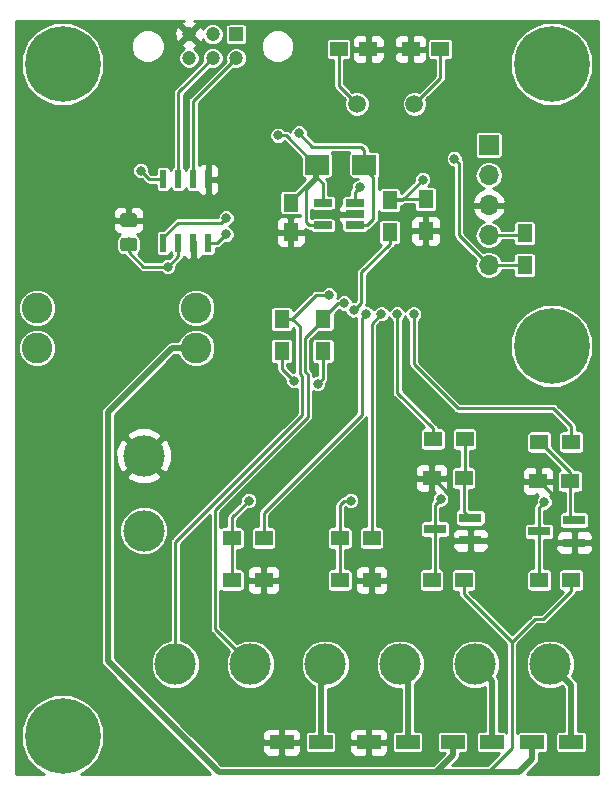
<source format=gbl>
G04 #@! TF.GenerationSoftware,KiCad,Pcbnew,(5.0.0-3-g5ebb6b6)*
G04 #@! TF.CreationDate,2018-11-03T13:06:53-04:00*
G04 #@! TF.ProjectId,injector,696E6A6563746F722E6B696361645F70,rev?*
G04 #@! TF.SameCoordinates,Original*
G04 #@! TF.FileFunction,Copper,L2,Bot,Signal*
G04 #@! TF.FilePolarity,Positive*
%FSLAX46Y46*%
G04 Gerber Fmt 4.6, Leading zero omitted, Abs format (unit mm)*
G04 Created by KiCad (PCBNEW (5.0.0-3-g5ebb6b6)) date Saturday, November 03, 2018 at 01:06:53 PM*
%MOMM*%
%LPD*%
G01*
G04 APERTURE LIST*
G04 #@! TA.AperFunction,SMDPad,CuDef*
%ADD10R,1.560000X0.650000*%
G04 #@! TD*
G04 #@! TA.AperFunction,SMDPad,CuDef*
%ADD11R,1.250000X1.500000*%
G04 #@! TD*
G04 #@! TA.AperFunction,ComponentPad*
%ADD12C,6.400000*%
G04 #@! TD*
G04 #@! TA.AperFunction,ComponentPad*
%ADD13C,3.500000*%
G04 #@! TD*
G04 #@! TA.AperFunction,Conductor*
%ADD14C,0.100000*%
G04 #@! TD*
G04 #@! TA.AperFunction,SMDPad,CuDef*
%ADD15C,1.150000*%
G04 #@! TD*
G04 #@! TA.AperFunction,ComponentPad*
%ADD16O,1.700000X1.700000*%
G04 #@! TD*
G04 #@! TA.AperFunction,ComponentPad*
%ADD17R,1.700000X1.700000*%
G04 #@! TD*
G04 #@! TA.AperFunction,SMDPad,CuDef*
%ADD18R,1.500000X1.250000*%
G04 #@! TD*
G04 #@! TA.AperFunction,ComponentPad*
%ADD19C,1.500000*%
G04 #@! TD*
G04 #@! TA.AperFunction,SMDPad,CuDef*
%ADD20R,2.000000X1.200000*%
G04 #@! TD*
G04 #@! TA.AperFunction,ComponentPad*
%ADD21C,2.600000*%
G04 #@! TD*
G04 #@! TA.AperFunction,SMDPad,CuDef*
%ADD22R,0.600000X1.550000*%
G04 #@! TD*
G04 #@! TA.AperFunction,SMDPad,CuDef*
%ADD23R,1.300000X1.500000*%
G04 #@! TD*
G04 #@! TA.AperFunction,SMDPad,CuDef*
%ADD24R,1.500000X1.300000*%
G04 #@! TD*
G04 #@! TA.AperFunction,SMDPad,CuDef*
%ADD25R,2.000000X1.700000*%
G04 #@! TD*
G04 #@! TA.AperFunction,SMDPad,CuDef*
%ADD26R,1.900000X0.800000*%
G04 #@! TD*
G04 #@! TA.AperFunction,ComponentPad*
%ADD27C,1.200000*%
G04 #@! TD*
G04 #@! TA.AperFunction,ComponentPad*
%ADD28R,1.200000X1.200000*%
G04 #@! TD*
G04 #@! TA.AperFunction,ViaPad*
%ADD29C,0.800000*%
G04 #@! TD*
G04 #@! TA.AperFunction,Conductor*
%ADD30C,0.254000*%
G04 #@! TD*
G04 #@! TA.AperFunction,Conductor*
%ADD31C,0.508000*%
G04 #@! TD*
G04 #@! TA.AperFunction,Conductor*
%ADD32C,0.250000*%
G04 #@! TD*
G04 APERTURE END LIST*
D10*
G04 #@! TO.P,U1,1*
G04 #@! TO.N,/MCU/CURR_AMP*
X160354000Y-99126000D03*
G04 #@! TO.P,U1,2*
G04 #@! TO.N,GND*
X160354000Y-100076000D03*
G04 #@! TO.P,U1,3*
G04 #@! TO.N,Net-(F2-Pad1)*
X160354000Y-101026000D03*
G04 #@! TO.P,U1,4*
G04 #@! TO.N,+5V*
X157654000Y-101026000D03*
G04 #@! TO.P,U1,5*
X157654000Y-99126000D03*
G04 #@! TD*
D11*
G04 #@! TO.P,C1,1*
G04 #@! TO.N,GND*
X154940000Y-101600000D03*
G04 #@! TO.P,C1,2*
G04 #@! TO.N,+5V*
X154940000Y-99100000D03*
G04 #@! TD*
D12*
G04 #@! TO.P,REF\002A\002A,1*
G04 #@! TO.N,N/C*
X135636000Y-144272000D03*
G04 #@! TD*
G04 #@! TO.P,REF\002A\002A,1*
G04 #@! TO.N,N/C*
X177038000Y-111252000D03*
G04 #@! TD*
G04 #@! TO.P,REF\002A\002A,1*
G04 #@! TO.N,N/C*
X177038000Y-87376000D03*
G04 #@! TD*
D13*
G04 #@! TO.P,J1,1*
G04 #@! TO.N,Net-(F1-Pad1)*
X142494000Y-126873000D03*
G04 #@! TO.P,J1,2*
G04 #@! TO.N,GND*
X142494000Y-120523000D03*
G04 #@! TD*
D14*
G04 #@! TO.N,+5V*
G04 #@! TO.C,C3*
G36*
X141698505Y-102060204D02*
X141722773Y-102063804D01*
X141746572Y-102069765D01*
X141769671Y-102078030D01*
X141791850Y-102088520D01*
X141812893Y-102101132D01*
X141832599Y-102115747D01*
X141850777Y-102132223D01*
X141867253Y-102150401D01*
X141881868Y-102170107D01*
X141894480Y-102191150D01*
X141904970Y-102213329D01*
X141913235Y-102236428D01*
X141919196Y-102260227D01*
X141922796Y-102284495D01*
X141924000Y-102308999D01*
X141924000Y-102959001D01*
X141922796Y-102983505D01*
X141919196Y-103007773D01*
X141913235Y-103031572D01*
X141904970Y-103054671D01*
X141894480Y-103076850D01*
X141881868Y-103097893D01*
X141867253Y-103117599D01*
X141850777Y-103135777D01*
X141832599Y-103152253D01*
X141812893Y-103166868D01*
X141791850Y-103179480D01*
X141769671Y-103189970D01*
X141746572Y-103198235D01*
X141722773Y-103204196D01*
X141698505Y-103207796D01*
X141674001Y-103209000D01*
X140773999Y-103209000D01*
X140749495Y-103207796D01*
X140725227Y-103204196D01*
X140701428Y-103198235D01*
X140678329Y-103189970D01*
X140656150Y-103179480D01*
X140635107Y-103166868D01*
X140615401Y-103152253D01*
X140597223Y-103135777D01*
X140580747Y-103117599D01*
X140566132Y-103097893D01*
X140553520Y-103076850D01*
X140543030Y-103054671D01*
X140534765Y-103031572D01*
X140528804Y-103007773D01*
X140525204Y-102983505D01*
X140524000Y-102959001D01*
X140524000Y-102308999D01*
X140525204Y-102284495D01*
X140528804Y-102260227D01*
X140534765Y-102236428D01*
X140543030Y-102213329D01*
X140553520Y-102191150D01*
X140566132Y-102170107D01*
X140580747Y-102150401D01*
X140597223Y-102132223D01*
X140615401Y-102115747D01*
X140635107Y-102101132D01*
X140656150Y-102088520D01*
X140678329Y-102078030D01*
X140701428Y-102069765D01*
X140725227Y-102063804D01*
X140749495Y-102060204D01*
X140773999Y-102059000D01*
X141674001Y-102059000D01*
X141698505Y-102060204D01*
X141698505Y-102060204D01*
G37*
D15*
G04 #@! TD*
G04 #@! TO.P,C3,1*
G04 #@! TO.N,+5V*
X141224000Y-102634000D03*
D14*
G04 #@! TO.N,GND*
G04 #@! TO.C,C3*
G36*
X141698505Y-100010204D02*
X141722773Y-100013804D01*
X141746572Y-100019765D01*
X141769671Y-100028030D01*
X141791850Y-100038520D01*
X141812893Y-100051132D01*
X141832599Y-100065747D01*
X141850777Y-100082223D01*
X141867253Y-100100401D01*
X141881868Y-100120107D01*
X141894480Y-100141150D01*
X141904970Y-100163329D01*
X141913235Y-100186428D01*
X141919196Y-100210227D01*
X141922796Y-100234495D01*
X141924000Y-100258999D01*
X141924000Y-100909001D01*
X141922796Y-100933505D01*
X141919196Y-100957773D01*
X141913235Y-100981572D01*
X141904970Y-101004671D01*
X141894480Y-101026850D01*
X141881868Y-101047893D01*
X141867253Y-101067599D01*
X141850777Y-101085777D01*
X141832599Y-101102253D01*
X141812893Y-101116868D01*
X141791850Y-101129480D01*
X141769671Y-101139970D01*
X141746572Y-101148235D01*
X141722773Y-101154196D01*
X141698505Y-101157796D01*
X141674001Y-101159000D01*
X140773999Y-101159000D01*
X140749495Y-101157796D01*
X140725227Y-101154196D01*
X140701428Y-101148235D01*
X140678329Y-101139970D01*
X140656150Y-101129480D01*
X140635107Y-101116868D01*
X140615401Y-101102253D01*
X140597223Y-101085777D01*
X140580747Y-101067599D01*
X140566132Y-101047893D01*
X140553520Y-101026850D01*
X140543030Y-101004671D01*
X140534765Y-100981572D01*
X140528804Y-100957773D01*
X140525204Y-100933505D01*
X140524000Y-100909001D01*
X140524000Y-100258999D01*
X140525204Y-100234495D01*
X140528804Y-100210227D01*
X140534765Y-100186428D01*
X140543030Y-100163329D01*
X140553520Y-100141150D01*
X140566132Y-100120107D01*
X140580747Y-100100401D01*
X140597223Y-100082223D01*
X140615401Y-100065747D01*
X140635107Y-100051132D01*
X140656150Y-100038520D01*
X140678329Y-100028030D01*
X140701428Y-100019765D01*
X140725227Y-100013804D01*
X140749495Y-100010204D01*
X140773999Y-100009000D01*
X141674001Y-100009000D01*
X141698505Y-100010204D01*
X141698505Y-100010204D01*
G37*
D15*
G04 #@! TD*
G04 #@! TO.P,C3,2*
G04 #@! TO.N,GND*
X141224000Y-100584000D03*
D16*
G04 #@! TO.P,J3,5*
G04 #@! TO.N,/MCU/~MCLR*
X171704000Y-104394000D03*
G04 #@! TO.P,J3,4*
G04 #@! TO.N,+5V*
X171704000Y-101854000D03*
G04 #@! TO.P,J3,3*
G04 #@! TO.N,GND*
X171704000Y-99314000D03*
G04 #@! TO.P,J3,2*
G04 #@! TO.N,/MCU/ICSPDAT*
X171704000Y-96774000D03*
D17*
G04 #@! TO.P,J3,1*
G04 #@! TO.N,/MCU/ICSPCLK*
X171704000Y-94234000D03*
G04 #@! TD*
D18*
G04 #@! TO.P,C4,1*
G04 #@! TO.N,/MCU/OSC1*
X167600000Y-86106000D03*
G04 #@! TO.P,C4,2*
G04 #@! TO.N,GND*
X165100000Y-86106000D03*
G04 #@! TD*
G04 #@! TO.P,C5,2*
G04 #@! TO.N,GND*
X161504000Y-86106000D03*
G04 #@! TO.P,C5,1*
G04 #@! TO.N,/MCU/OSC2*
X159004000Y-86106000D03*
G04 #@! TD*
D19*
G04 #@! TO.P,Y1,1*
G04 #@! TO.N,/MCU/OSC1*
X165417500Y-90741500D03*
G04 #@! TO.P,Y1,2*
G04 #@! TO.N,/MCU/OSC2*
X160537500Y-90741500D03*
G04 #@! TD*
D13*
G04 #@! TO.P,J4,1*
G04 #@! TO.N,/Motor Control/OPEN+*
X176911000Y-138176000D03*
G04 #@! TO.P,J4,2*
G04 #@! TO.N,/Motor Control/CLOSE+*
X170561000Y-138176000D03*
G04 #@! TO.P,J4,3*
G04 #@! TO.N,/Motor Control/CLOSE-*
X164211000Y-138176000D03*
G04 #@! TO.P,J4,4*
G04 #@! TO.N,/Motor Control/OPEN-*
X157861000Y-138176000D03*
G04 #@! TO.P,J4,5*
G04 #@! TO.N,/MCU/LIM_OPEN*
X151511000Y-138176000D03*
G04 #@! TO.P,J4,6*
G04 #@! TO.N,/MCU/LIM_CLOSE*
X145161000Y-138176000D03*
G04 #@! TD*
D20*
G04 #@! TO.P,D2,2*
G04 #@! TO.N,/Motor Control/OPEN+*
X178688000Y-144780000D03*
G04 #@! TO.P,D2,1*
G04 #@! TO.N,+BATT*
X175388000Y-144780000D03*
G04 #@! TD*
G04 #@! TO.P,D1,1*
G04 #@! TO.N,+BATT*
X168656000Y-144780000D03*
G04 #@! TO.P,D1,2*
G04 #@! TO.N,/Motor Control/CLOSE+*
X171956000Y-144780000D03*
G04 #@! TD*
G04 #@! TO.P,D3,2*
G04 #@! TO.N,GND*
X154180000Y-144780000D03*
G04 #@! TO.P,D3,1*
G04 #@! TO.N,/Motor Control/OPEN-*
X157480000Y-144780000D03*
G04 #@! TD*
G04 #@! TO.P,D4,1*
G04 #@! TO.N,/Motor Control/CLOSE-*
X164844000Y-144780000D03*
G04 #@! TO.P,D4,2*
G04 #@! TO.N,GND*
X161544000Y-144780000D03*
G04 #@! TD*
D21*
G04 #@! TO.P,F1,1*
G04 #@! TO.N,Net-(F1-Pad1)*
X133473000Y-108028000D03*
X133473000Y-111428000D03*
G04 #@! TO.P,F1,2*
G04 #@! TO.N,+BATT*
X146943000Y-108028000D03*
X146943000Y-111428000D03*
G04 #@! TD*
D22*
G04 #@! TO.P,U2,8*
G04 #@! TO.N,GND*
X147955000Y-97122000D03*
G04 #@! TO.P,U2,7*
G04 #@! TO.N,CANH*
X146685000Y-97122000D03*
G04 #@! TO.P,U2,6*
G04 #@! TO.N,CANL*
X145415000Y-97122000D03*
G04 #@! TO.P,U2,5*
G04 #@! TO.N,+5V*
X144145000Y-97122000D03*
G04 #@! TO.P,U2,4*
G04 #@! TO.N,/MCU/CAN_RX*
X144145000Y-102522000D03*
G04 #@! TO.P,U2,3*
G04 #@! TO.N,+5V*
X145415000Y-102522000D03*
G04 #@! TO.P,U2,2*
G04 #@! TO.N,GND*
X146685000Y-102522000D03*
G04 #@! TO.P,U2,1*
G04 #@! TO.N,/MCU/CAN_TX*
X147955000Y-102522000D03*
G04 #@! TD*
D23*
G04 #@! TO.P,R4,1*
G04 #@! TO.N,+5V*
X174752000Y-101694000D03*
G04 #@! TO.P,R4,2*
G04 #@! TO.N,/MCU/~MCLR*
X174752000Y-104394000D03*
G04 #@! TD*
G04 #@! TO.P,R3,2*
G04 #@! TO.N,GND*
X166370000Y-101506000D03*
G04 #@! TO.P,R3,1*
G04 #@! TO.N,/MCU/VBAT*
X166370000Y-98806000D03*
G04 #@! TD*
D24*
G04 #@! TO.P,R18,2*
G04 #@! TO.N,GND*
X152654000Y-131064000D03*
G04 #@! TO.P,R18,1*
G04 #@! TO.N,Net-(Q5-Pad1)*
X149954000Y-131064000D03*
G04 #@! TD*
D23*
G04 #@! TO.P,R8,1*
G04 #@! TO.N,+5V*
X154178000Y-111666000D03*
G04 #@! TO.P,R8,2*
G04 #@! TO.N,/MCU/LIM_CLOSE*
X154178000Y-108966000D03*
G04 #@! TD*
G04 #@! TO.P,R9,2*
G04 #@! TO.N,/MCU/LIM_OPEN*
X157670500Y-108966000D03*
G04 #@! TO.P,R9,1*
G04 #@! TO.N,+5V*
X157670500Y-111666000D03*
G04 #@! TD*
D24*
G04 #@! TO.P,R10,1*
G04 #@! TO.N,+BATT*
X169578000Y-131064000D03*
G04 #@! TO.P,R10,2*
G04 #@! TO.N,Net-(Q1-Pad1)*
X166878000Y-131064000D03*
G04 #@! TD*
G04 #@! TO.P,R11,2*
G04 #@! TO.N,Net-(Q2-Pad1)*
X175989000Y-131064000D03*
G04 #@! TO.P,R11,1*
G04 #@! TO.N,+BATT*
X178689000Y-131064000D03*
G04 #@! TD*
G04 #@! TO.P,R19,1*
G04 #@! TO.N,Net-(Q6-Pad1)*
X159098000Y-131064000D03*
G04 #@! TO.P,R19,2*
G04 #@! TO.N,GND*
X161798000Y-131064000D03*
G04 #@! TD*
G04 #@! TO.P,R12,2*
G04 #@! TO.N,/MCU/HIGH_SIDE_A*
X166972000Y-119126000D03*
G04 #@! TO.P,R12,1*
G04 #@! TO.N,Net-(Q3-Pad1)*
X169672000Y-119126000D03*
G04 #@! TD*
G04 #@! TO.P,R13,1*
G04 #@! TO.N,/MCU/HIGH_SIDE_B*
X178689000Y-119380000D03*
G04 #@! TO.P,R13,2*
G04 #@! TO.N,Net-(Q4-Pad1)*
X175989000Y-119380000D03*
G04 #@! TD*
G04 #@! TO.P,R14,2*
G04 #@! TO.N,GND*
X166878000Y-122428000D03*
G04 #@! TO.P,R14,1*
G04 #@! TO.N,Net-(Q3-Pad1)*
X169578000Y-122428000D03*
G04 #@! TD*
G04 #@! TO.P,R15,1*
G04 #@! TO.N,Net-(Q4-Pad1)*
X178595000Y-122682000D03*
G04 #@! TO.P,R15,2*
G04 #@! TO.N,GND*
X175895000Y-122682000D03*
G04 #@! TD*
G04 #@! TO.P,R16,2*
G04 #@! TO.N,/MCU/LOW_SIDE_A*
X152654000Y-127508000D03*
G04 #@! TO.P,R16,1*
G04 #@! TO.N,Net-(Q5-Pad1)*
X149954000Y-127508000D03*
G04 #@! TD*
D23*
G04 #@! TO.P,R2,1*
G04 #@! TO.N,+BATT*
X163322000Y-101600000D03*
G04 #@! TO.P,R2,2*
G04 #@! TO.N,/MCU/VBAT*
X163322000Y-98900000D03*
G04 #@! TD*
D24*
G04 #@! TO.P,R17,2*
G04 #@! TO.N,Net-(Q6-Pad1)*
X159098000Y-127508000D03*
G04 #@! TO.P,R17,1*
G04 #@! TO.N,/MCU/LOW_SIDE_B*
X161798000Y-127508000D03*
G04 #@! TD*
D25*
G04 #@! TO.P,R1,2*
G04 #@! TO.N,Net-(F2-Pad1)*
X161163000Y-95885000D03*
G04 #@! TO.P,R1,1*
G04 #@! TO.N,+5V*
X157163000Y-95885000D03*
G04 #@! TD*
D26*
G04 #@! TO.P,Q4,1*
G04 #@! TO.N,Net-(Q4-Pad1)*
X178943000Y-125984000D03*
G04 #@! TO.P,Q4,2*
G04 #@! TO.N,GND*
X178943000Y-127884000D03*
G04 #@! TO.P,Q4,3*
G04 #@! TO.N,Net-(Q2-Pad1)*
X175943000Y-126934000D03*
G04 #@! TD*
G04 #@! TO.P,Q3,3*
G04 #@! TO.N,Net-(Q1-Pad1)*
X167156000Y-126746000D03*
G04 #@! TO.P,Q3,2*
G04 #@! TO.N,GND*
X170156000Y-127696000D03*
G04 #@! TO.P,Q3,1*
G04 #@! TO.N,Net-(Q3-Pad1)*
X170156000Y-125796000D03*
G04 #@! TD*
D27*
G04 #@! TO.P,J2,2*
G04 #@! TO.N,Net-(F2-Pad2)*
X148336000Y-84852000D03*
D28*
G04 #@! TO.P,J2,1*
G04 #@! TO.N,+12V*
X150336000Y-84852000D03*
D27*
G04 #@! TO.P,J2,3*
G04 #@! TO.N,GND*
X146336000Y-84852000D03*
G04 #@! TO.P,J2,6*
G04 #@! TO.N,N/C*
X146336000Y-86852000D03*
G04 #@! TO.P,J2,5*
G04 #@! TO.N,CANL*
X148336000Y-86852000D03*
G04 #@! TO.P,J2,4*
G04 #@! TO.N,CANH*
X150336000Y-86852000D03*
G04 #@! TD*
D12*
G04 #@! TO.P,REF\002A\002A,1*
G04 #@! TO.N,N/C*
X135636000Y-87376000D03*
G04 #@! TD*
D29*
G04 #@! TO.N,GND*
X160274000Y-93218000D03*
X156608455Y-102797139D03*
X163068000Y-87122000D03*
G04 #@! TO.N,Net-(Q6-Pad1)*
X160020000Y-124333000D03*
G04 #@! TO.N,Net-(Q5-Pad1)*
X151384000Y-124333000D03*
G04 #@! TO.N,+BATT*
X160274000Y-108204000D03*
G04 #@! TO.N,Net-(Q2-Pad1)*
X176403000Y-124460000D03*
G04 #@! TO.N,Net-(Q1-Pad1)*
X167640000Y-124206000D03*
G04 #@! TO.N,Net-(F2-Pad1)*
X155638500Y-93218000D03*
G04 #@! TO.N,+5V*
X144526000Y-104521000D03*
X155194000Y-114173000D03*
X157226000Y-114427000D03*
X142240000Y-96393000D03*
X153860500Y-93408500D03*
G04 #@! TO.N,/MCU/LOW_SIDE_B*
X162623500Y-108521500D03*
G04 #@! TO.N,/MCU/VBAT*
X166116000Y-97155000D03*
G04 #@! TO.N,/MCU/LOW_SIDE_A*
X161353500Y-108521500D03*
G04 #@! TO.N,/MCU/HIGH_SIDE_B*
X165354000Y-108521500D03*
G04 #@! TO.N,/MCU/HIGH_SIDE_A*
X163957000Y-108521500D03*
G04 #@! TO.N,/MCU/LIM_OPEN*
X159473990Y-107603993D03*
G04 #@! TO.N,/MCU/LIM_CLOSE*
X158178500Y-106934000D03*
G04 #@! TO.N,/MCU/~MCLR*
X168783000Y-95377000D03*
G04 #@! TO.N,/MCU/CURR_AMP*
X160781978Y-97790000D03*
G04 #@! TO.N,/MCU/CAN_RX*
X149479000Y-100393500D03*
G04 #@! TO.N,/MCU/CAN_TX*
X149479000Y-101790500D03*
G04 #@! TD*
D30*
G04 #@! TO.N,GND*
X175995000Y-122682000D02*
X177419000Y-124106000D01*
X175895000Y-122682000D02*
X175995000Y-122682000D01*
X177419000Y-124106000D02*
X177419000Y-127762000D01*
X177541000Y-127884000D02*
X178943000Y-127884000D01*
X177419000Y-127762000D02*
X177541000Y-127884000D01*
D31*
X140289999Y-122727001D02*
X140289999Y-129367999D01*
X142494000Y-120523000D02*
X140289999Y-122727001D01*
X142494000Y-120523000D02*
X144698001Y-122727001D01*
D30*
X168556000Y-127300000D02*
X168952000Y-127696000D01*
X168952000Y-127696000D02*
X170156000Y-127696000D01*
X168556000Y-123979000D02*
X168556000Y-127300000D01*
X166978000Y-122428000D02*
X168529000Y-123979000D01*
X168529000Y-123979000D02*
X168556000Y-123979000D01*
X166878000Y-122428000D02*
X166978000Y-122428000D01*
X164084000Y-86106000D02*
X163068000Y-87122000D01*
X165100000Y-86106000D02*
X164084000Y-86106000D01*
G04 #@! TO.N,CANL*
X145415000Y-89773000D02*
X148336000Y-86852000D01*
X145415000Y-97122000D02*
X145415000Y-89773000D01*
G04 #@! TO.N,CANH*
X146685000Y-90503000D02*
X150336000Y-86852000D01*
X146685000Y-97122000D02*
X146685000Y-90503000D01*
D31*
G04 #@! TO.N,/Motor Control/CLOSE-*
X164844000Y-138809000D02*
X164211000Y-138176000D01*
X164844000Y-144780000D02*
X164844000Y-138809000D01*
D30*
G04 #@! TO.N,Net-(Q6-Pad1)*
X159098000Y-127508000D02*
X159098000Y-131064000D01*
X159098000Y-126604000D02*
X159098000Y-127508000D01*
X159098000Y-124689315D02*
X159098000Y-126604000D01*
X159454315Y-124333000D02*
X159098000Y-124689315D01*
X160020000Y-124333000D02*
X159454315Y-124333000D01*
G04 #@! TO.N,Net-(Q5-Pad1)*
X149954000Y-127508000D02*
X149954000Y-131064000D01*
X149954000Y-125763000D02*
X149954000Y-127508000D01*
X151384000Y-124333000D02*
X149954000Y-125763000D01*
D31*
G04 #@! TO.N,/Motor Control/OPEN-*
X157480000Y-138557000D02*
X157861000Y-138176000D01*
X157480000Y-144780000D02*
X157480000Y-138557000D01*
G04 #@! TO.N,/Motor Control/OPEN+*
X178688000Y-139953000D02*
X176911000Y-138176000D01*
X178688000Y-144780000D02*
X178688000Y-139953000D01*
G04 #@! TO.N,+BATT*
X168656000Y-144526000D02*
X168656000Y-144780000D01*
X144858000Y-111428000D02*
X139446000Y-116840000D01*
X139446000Y-137922000D02*
X148844000Y-147320000D01*
X146943000Y-111428000D02*
X144858000Y-111428000D01*
X175388000Y-146176000D02*
X175388000Y-144780000D01*
X174244000Y-147320000D02*
X175388000Y-146176000D01*
D30*
X163322000Y-101600000D02*
X163322000Y-102604000D01*
X163322000Y-102604000D02*
X160909000Y-105017000D01*
X160909000Y-105017000D02*
X160909000Y-107569000D01*
X160909000Y-107569000D02*
X160274000Y-108204000D01*
X178689000Y-131064000D02*
X178589000Y-131064000D01*
X173672500Y-145252102D02*
X171640500Y-147284102D01*
X171640500Y-147284102D02*
X171640500Y-147320000D01*
D31*
X171640500Y-147320000D02*
X174244000Y-147320000D01*
X167894000Y-147320000D02*
X171640500Y-147320000D01*
D30*
X169578000Y-131064000D02*
X169578000Y-131968000D01*
X173672500Y-136715500D02*
X173672500Y-145252102D01*
D31*
X168656000Y-144780000D02*
X168656000Y-145888000D01*
X168656000Y-145888000D02*
X167224000Y-147320000D01*
X166370000Y-147320000D02*
X167894000Y-147320000D01*
X167224000Y-147320000D02*
X166370000Y-147320000D01*
X148844000Y-147320000D02*
X166370000Y-147320000D01*
D30*
X169578000Y-132222000D02*
X169578000Y-131064000D01*
X173672500Y-136316500D02*
X169578000Y-132222000D01*
X173672500Y-136715500D02*
X173672500Y-136316500D01*
X178689000Y-131968000D02*
X176291000Y-134366000D01*
X178689000Y-131064000D02*
X178689000Y-131968000D01*
X175623000Y-134366000D02*
X173672500Y-136316500D01*
X176291000Y-134366000D02*
X175623000Y-134366000D01*
D31*
X139446000Y-137922000D02*
X139446000Y-136398000D01*
X139446000Y-136398000D02*
X139446000Y-136652000D01*
X139446000Y-116840000D02*
X139446000Y-136398000D01*
D30*
G04 #@! TO.N,Net-(Q2-Pad1)*
X175943000Y-131018000D02*
X175989000Y-131064000D01*
X175943000Y-126934000D02*
X175943000Y-131018000D01*
X175943000Y-124920000D02*
X175943000Y-126934000D01*
X176403000Y-124460000D02*
X175943000Y-124920000D01*
G04 #@! TO.N,Net-(Q1-Pad1)*
X167156000Y-130786000D02*
X166878000Y-131064000D01*
X167156000Y-126746000D02*
X167156000Y-130786000D01*
X167640000Y-124206000D02*
X167156000Y-124690000D01*
X167156000Y-124690000D02*
X167156000Y-126746000D01*
D31*
G04 #@! TO.N,/Motor Control/CLOSE+*
X171956000Y-139571000D02*
X170561000Y-138176000D01*
X171956000Y-144780000D02*
X171956000Y-139571000D01*
D30*
G04 #@! TO.N,Net-(Q3-Pad1)*
X169578000Y-125218000D02*
X170156000Y-125796000D01*
X169578000Y-122428000D02*
X169578000Y-125218000D01*
X169672000Y-122334000D02*
X169578000Y-122428000D01*
X169672000Y-119126000D02*
X169672000Y-122334000D01*
G04 #@! TO.N,Net-(Q4-Pad1)*
X178595000Y-125636000D02*
X178943000Y-125984000D01*
X178595000Y-122682000D02*
X178595000Y-125636000D01*
X178595000Y-121886000D02*
X178595000Y-122682000D01*
X176089000Y-119380000D02*
X178595000Y-121886000D01*
X175989000Y-119380000D02*
X176089000Y-119380000D01*
G04 #@! TO.N,Net-(F2-Pad1)*
X156781500Y-94361000D02*
X155638500Y-93218000D01*
X160909000Y-94361000D02*
X156781500Y-94361000D01*
D32*
X161163000Y-94615000D02*
X161163000Y-95885000D01*
X160909000Y-94361000D02*
X161163000Y-94615000D01*
D30*
X161163000Y-95885000D02*
X161163000Y-96012000D01*
X161163000Y-95885000D02*
X161163000Y-96139000D01*
X161163000Y-96139000D02*
X161925000Y-96901000D01*
X161388000Y-101026000D02*
X160354000Y-101026000D01*
X161925000Y-100489000D02*
X161388000Y-101026000D01*
X161925000Y-96901000D02*
X161925000Y-100489000D01*
G04 #@! TO.N,+5V*
X145415000Y-103632000D02*
X144526000Y-104521000D01*
X145415000Y-102522000D02*
X145415000Y-103632000D01*
X154178000Y-113157000D02*
X155194000Y-114173000D01*
X154178000Y-111666000D02*
X154178000Y-113157000D01*
X157670500Y-113982500D02*
X157226000Y-114427000D01*
X157670500Y-111666000D02*
X157670500Y-113982500D01*
X143960315Y-104521000D02*
X144526000Y-104521000D01*
X142436000Y-104521000D02*
X143960315Y-104521000D01*
X141224000Y-103309000D02*
X142436000Y-104521000D01*
X141224000Y-102634000D02*
X141224000Y-103309000D01*
X142969000Y-97122000D02*
X142240000Y-96393000D01*
X144145000Y-97122000D02*
X142969000Y-97122000D01*
X174592000Y-101854000D02*
X174752000Y-101694000D01*
X171704000Y-101854000D02*
X174592000Y-101854000D01*
D32*
X157628000Y-99100000D02*
X157654000Y-99126000D01*
D30*
X155052000Y-99100000D02*
X154940000Y-99100000D01*
X154536500Y-93408500D02*
X153860500Y-93408500D01*
X157013000Y-95885000D02*
X154536500Y-93408500D01*
X157163000Y-95885000D02*
X157013000Y-95885000D01*
X157163000Y-96989000D02*
X156210000Y-97942000D01*
X157163000Y-95885000D02*
X157163000Y-96989000D01*
X156210000Y-97942000D02*
X156210000Y-100711000D01*
X156525000Y-101026000D02*
X157654000Y-101026000D01*
X156210000Y-100711000D02*
X156525000Y-101026000D01*
X156926000Y-96989000D02*
X157163000Y-96989000D01*
X154940000Y-98975000D02*
X156926000Y-96989000D01*
X154940000Y-99100000D02*
X154940000Y-98975000D01*
X156926000Y-96122000D02*
X157163000Y-95885000D01*
X156926000Y-96989000D02*
X156926000Y-96122000D01*
X157654000Y-97480000D02*
X157654000Y-99126000D01*
X157163000Y-96989000D02*
X157654000Y-97480000D01*
G04 #@! TO.N,/MCU/LOW_SIDE_B*
X161798000Y-109347000D02*
X161798000Y-127508000D01*
X162623500Y-108521500D02*
X161798000Y-109347000D01*
G04 #@! TO.N,/MCU/VBAT*
X163416000Y-98806000D02*
X163322000Y-98900000D01*
X166370000Y-98806000D02*
X163416000Y-98806000D01*
X164371000Y-98900000D02*
X166116000Y-97155000D01*
X163322000Y-98900000D02*
X164371000Y-98900000D01*
G04 #@! TO.N,/MCU/LOW_SIDE_A*
X152654000Y-125349000D02*
X152654000Y-127508000D01*
X160953501Y-117049499D02*
X152654000Y-125349000D01*
X160953501Y-108921499D02*
X160953501Y-117049499D01*
X161353500Y-108521500D02*
X160953501Y-108921499D01*
G04 #@! TO.N,/MCU/HIGH_SIDE_B*
X165354000Y-108521500D02*
X165354000Y-112776000D01*
X165354000Y-112776000D02*
X169100500Y-116522500D01*
X178689000Y-118046500D02*
X178689000Y-119380000D01*
X177165000Y-116522500D02*
X178689000Y-118046500D01*
X169100500Y-116522500D02*
X177165000Y-116522500D01*
G04 #@! TO.N,/MCU/HIGH_SIDE_A*
X166872000Y-119126000D02*
X166972000Y-119126000D01*
X163957000Y-108521500D02*
X163957000Y-115195000D01*
X166972000Y-118210000D02*
X166972000Y-119126000D01*
X163957000Y-115195000D02*
X166972000Y-118210000D01*
G04 #@! TO.N,/MCU/LIM_OPEN*
X158932507Y-107603993D02*
X159473990Y-107603993D01*
X157670500Y-108966000D02*
X157670500Y-108866000D01*
X157670500Y-108866000D02*
X158932507Y-107603993D01*
X157670500Y-109066000D02*
X156156011Y-110580489D01*
X156375013Y-113635981D02*
X156375013Y-117253555D01*
X156375013Y-117253555D02*
X148536010Y-125092558D01*
X156156010Y-113416978D02*
X156375013Y-113635981D01*
X157670500Y-108966000D02*
X157670500Y-109066000D01*
X156156011Y-110580489D02*
X156156010Y-113416978D01*
X148536010Y-135201010D02*
X148536010Y-133096000D01*
X151511000Y-138176000D02*
X148536010Y-135201010D01*
X148536010Y-133096000D02*
X148536010Y-133931010D01*
X148536010Y-125092558D02*
X148536010Y-133096000D01*
G04 #@! TO.N,/MCU/LIM_CLOSE*
X155082000Y-108966000D02*
X157114000Y-106934000D01*
X157114000Y-106934000D02*
X158178500Y-106934000D01*
X154178000Y-108966000D02*
X155082000Y-108966000D01*
X155702000Y-113605036D02*
X155702000Y-109586000D01*
X155921002Y-113824038D02*
X155702000Y-113605036D01*
X155921002Y-117065498D02*
X155921002Y-113824038D01*
X155702000Y-109586000D02*
X155082000Y-108966000D01*
X145351500Y-127635000D02*
X155921002Y-117065498D01*
X145161000Y-138176000D02*
X145161000Y-129730500D01*
X145161000Y-129730500D02*
X145161000Y-129599672D01*
X145279011Y-127707489D02*
X145351500Y-127635000D01*
X145161000Y-129730500D02*
X145161000Y-127825500D01*
X145161000Y-127825500D02*
X145351500Y-127635000D01*
G04 #@! TO.N,/MCU/~MCLR*
X170854001Y-103544001D02*
X171704000Y-104394000D01*
X169182999Y-101872999D02*
X170854001Y-103544001D01*
X169182999Y-95776999D02*
X169182999Y-101872999D01*
X168783000Y-95377000D02*
X169182999Y-95776999D01*
X172906081Y-104394000D02*
X174752000Y-104394000D01*
X171704000Y-104394000D02*
X172906081Y-104394000D01*
G04 #@! TO.N,/MCU/CURR_AMP*
X160354000Y-99126000D02*
X160354000Y-98217978D01*
X160381979Y-98189999D02*
X160781978Y-97790000D01*
X160354000Y-98217978D02*
X160381979Y-98189999D01*
G04 #@! TO.N,/MCU/CAN_RX*
X144145000Y-102047000D02*
X144145000Y-102522000D01*
X145398501Y-100793499D02*
X144145000Y-102047000D01*
X149079001Y-100793499D02*
X145398501Y-100793499D01*
X149479000Y-100393500D02*
X149079001Y-100793499D01*
G04 #@! TO.N,/MCU/CAN_TX*
X149079001Y-102190499D02*
X149479000Y-101790500D01*
X148747500Y-102522000D02*
X149079001Y-102190499D01*
X147955000Y-102522000D02*
X148747500Y-102522000D01*
G04 #@! TO.N,/MCU/OSC2*
X159004000Y-89208000D02*
X160537500Y-90741500D01*
X159004000Y-86106000D02*
X159004000Y-89208000D01*
G04 #@! TO.N,/MCU/OSC1*
X167600000Y-88559000D02*
X165417500Y-90741500D01*
X167600000Y-86106000D02*
X167600000Y-88559000D01*
G04 #@! TD*
G04 #@! TO.N,GND*
G36*
X145702383Y-83763836D02*
X145652870Y-83989265D01*
X146336000Y-84672395D01*
X147019130Y-83989265D01*
X146969617Y-83763836D01*
X146763443Y-83693000D01*
X180975000Y-83693000D01*
X180975000Y-147447000D01*
X174943182Y-147447000D01*
X175760407Y-146629777D01*
X175809185Y-146597185D01*
X175938304Y-146403943D01*
X175972200Y-146233537D01*
X175972200Y-146233536D01*
X175983645Y-146176001D01*
X175972200Y-146118465D01*
X175972200Y-145716669D01*
X176388000Y-145716669D01*
X176516838Y-145691042D01*
X176626061Y-145618061D01*
X176699042Y-145508838D01*
X176724669Y-145380000D01*
X176724669Y-144180000D01*
X176699042Y-144051162D01*
X176626061Y-143941939D01*
X176516838Y-143868958D01*
X176388000Y-143843331D01*
X174388000Y-143843331D01*
X174259162Y-143868958D01*
X174149939Y-143941939D01*
X174129700Y-143972229D01*
X174129700Y-137762222D01*
X174830800Y-137762222D01*
X174830800Y-138589778D01*
X175147491Y-139354339D01*
X175732661Y-139939509D01*
X176497222Y-140256200D01*
X177324778Y-140256200D01*
X177918917Y-140010100D01*
X178103801Y-140194984D01*
X178103800Y-143843331D01*
X177688000Y-143843331D01*
X177559162Y-143868958D01*
X177449939Y-143941939D01*
X177376958Y-144051162D01*
X177351331Y-144180000D01*
X177351331Y-145380000D01*
X177376958Y-145508838D01*
X177449939Y-145618061D01*
X177559162Y-145691042D01*
X177688000Y-145716669D01*
X179688000Y-145716669D01*
X179816838Y-145691042D01*
X179926061Y-145618061D01*
X179999042Y-145508838D01*
X180024669Y-145380000D01*
X180024669Y-144180000D01*
X179999042Y-144051162D01*
X179926061Y-143941939D01*
X179816838Y-143868958D01*
X179688000Y-143843331D01*
X179272200Y-143843331D01*
X179272200Y-140010538D01*
X179283645Y-139953000D01*
X179238304Y-139725056D01*
X179202249Y-139671096D01*
X179109185Y-139531815D01*
X179060403Y-139499221D01*
X178745100Y-139183917D01*
X178991200Y-138589778D01*
X178991200Y-137762222D01*
X178674509Y-136997661D01*
X178089339Y-136412491D01*
X177324778Y-136095800D01*
X176497222Y-136095800D01*
X175732661Y-136412491D01*
X175147491Y-136997661D01*
X174830800Y-137762222D01*
X174129700Y-137762222D01*
X174129700Y-136505878D01*
X175812378Y-134823200D01*
X176245970Y-134823200D01*
X176291000Y-134832157D01*
X176336030Y-134823200D01*
X176469391Y-134796673D01*
X176620623Y-134695623D01*
X176646132Y-134657446D01*
X178980449Y-132323130D01*
X179018623Y-132297623D01*
X179119673Y-132146391D01*
X179138713Y-132050669D01*
X179439000Y-132050669D01*
X179567838Y-132025042D01*
X179677061Y-131952061D01*
X179750042Y-131842838D01*
X179775669Y-131714000D01*
X179775669Y-130414000D01*
X179750042Y-130285162D01*
X179677061Y-130175939D01*
X179567838Y-130102958D01*
X179439000Y-130077331D01*
X177939000Y-130077331D01*
X177810162Y-130102958D01*
X177700939Y-130175939D01*
X177627958Y-130285162D01*
X177602331Y-130414000D01*
X177602331Y-131714000D01*
X177627958Y-131842838D01*
X177700939Y-131952061D01*
X177810162Y-132025042D01*
X177939000Y-132050669D01*
X177959752Y-132050669D01*
X176101622Y-133908800D01*
X175668030Y-133908800D01*
X175623000Y-133899843D01*
X175577970Y-133908800D01*
X175444609Y-133935327D01*
X175293377Y-134036377D01*
X175267868Y-134074554D01*
X173672500Y-135669922D01*
X170053247Y-132050669D01*
X170328000Y-132050669D01*
X170456838Y-132025042D01*
X170566061Y-131952061D01*
X170639042Y-131842838D01*
X170664669Y-131714000D01*
X170664669Y-130414000D01*
X170639042Y-130285162D01*
X170566061Y-130175939D01*
X170456838Y-130102958D01*
X170328000Y-130077331D01*
X168828000Y-130077331D01*
X168699162Y-130102958D01*
X168589939Y-130175939D01*
X168516958Y-130285162D01*
X168491331Y-130414000D01*
X168491331Y-131714000D01*
X168516958Y-131842838D01*
X168589939Y-131952061D01*
X168699162Y-132025042D01*
X168828000Y-132050669D01*
X169120800Y-132050669D01*
X169120800Y-132176970D01*
X169111843Y-132222000D01*
X169120800Y-132267029D01*
X169147327Y-132400390D01*
X169248377Y-132551623D01*
X169286554Y-132577132D01*
X173215300Y-136505878D01*
X173215300Y-136670471D01*
X173215301Y-143973726D01*
X173194061Y-143941939D01*
X173084838Y-143868958D01*
X172956000Y-143843331D01*
X172540200Y-143843331D01*
X172540200Y-139628536D01*
X172551645Y-139571000D01*
X172540200Y-139513463D01*
X172506304Y-139343057D01*
X172396964Y-139179417D01*
X172641200Y-138589778D01*
X172641200Y-137762222D01*
X172324509Y-136997661D01*
X171739339Y-136412491D01*
X170974778Y-136095800D01*
X170147222Y-136095800D01*
X169382661Y-136412491D01*
X168797491Y-136997661D01*
X168480800Y-137762222D01*
X168480800Y-138589778D01*
X168797491Y-139354339D01*
X169382661Y-139939509D01*
X170147222Y-140256200D01*
X170974778Y-140256200D01*
X171371801Y-140091748D01*
X171371800Y-143843331D01*
X170956000Y-143843331D01*
X170827162Y-143868958D01*
X170717939Y-143941939D01*
X170644958Y-144051162D01*
X170619331Y-144180000D01*
X170619331Y-145380000D01*
X170644958Y-145508838D01*
X170717939Y-145618061D01*
X170827162Y-145691042D01*
X170956000Y-145716669D01*
X172561354Y-145716669D01*
X171542224Y-146735800D01*
X168634383Y-146735800D01*
X169028403Y-146341779D01*
X169077185Y-146309185D01*
X169206304Y-146115943D01*
X169240200Y-145945537D01*
X169240200Y-145945536D01*
X169251645Y-145888000D01*
X169240200Y-145830464D01*
X169240200Y-145716669D01*
X169656000Y-145716669D01*
X169784838Y-145691042D01*
X169894061Y-145618061D01*
X169967042Y-145508838D01*
X169992669Y-145380000D01*
X169992669Y-144180000D01*
X169967042Y-144051162D01*
X169894061Y-143941939D01*
X169784838Y-143868958D01*
X169656000Y-143843331D01*
X167656000Y-143843331D01*
X167527162Y-143868958D01*
X167417939Y-143941939D01*
X167344958Y-144051162D01*
X167319331Y-144180000D01*
X167319331Y-145380000D01*
X167344958Y-145508838D01*
X167417939Y-145618061D01*
X167527162Y-145691042D01*
X167656000Y-145716669D01*
X168001148Y-145716669D01*
X166982018Y-146735800D01*
X149085984Y-146735800D01*
X147415934Y-145065750D01*
X152545000Y-145065750D01*
X152545000Y-145506310D01*
X152641673Y-145739699D01*
X152820302Y-145918327D01*
X153053691Y-146015000D01*
X153894250Y-146015000D01*
X154053000Y-145856250D01*
X154053000Y-144907000D01*
X154307000Y-144907000D01*
X154307000Y-145856250D01*
X154465750Y-146015000D01*
X155306309Y-146015000D01*
X155539698Y-145918327D01*
X155718327Y-145739699D01*
X155815000Y-145506310D01*
X155815000Y-145065750D01*
X155656250Y-144907000D01*
X154307000Y-144907000D01*
X154053000Y-144907000D01*
X152703750Y-144907000D01*
X152545000Y-145065750D01*
X147415934Y-145065750D01*
X146403874Y-144053690D01*
X152545000Y-144053690D01*
X152545000Y-144494250D01*
X152703750Y-144653000D01*
X154053000Y-144653000D01*
X154053000Y-143703750D01*
X154307000Y-143703750D01*
X154307000Y-144653000D01*
X155656250Y-144653000D01*
X155815000Y-144494250D01*
X155815000Y-144053690D01*
X155718327Y-143820301D01*
X155539698Y-143641673D01*
X155306309Y-143545000D01*
X154465750Y-143545000D01*
X154307000Y-143703750D01*
X154053000Y-143703750D01*
X153894250Y-143545000D01*
X153053691Y-143545000D01*
X152820302Y-143641673D01*
X152641673Y-143820301D01*
X152545000Y-144053690D01*
X146403874Y-144053690D01*
X140112405Y-137762222D01*
X143080800Y-137762222D01*
X143080800Y-138589778D01*
X143397491Y-139354339D01*
X143982661Y-139939509D01*
X144747222Y-140256200D01*
X145574778Y-140256200D01*
X146339339Y-139939509D01*
X146924509Y-139354339D01*
X147241200Y-138589778D01*
X147241200Y-137762222D01*
X146924509Y-136997661D01*
X146339339Y-136412491D01*
X145618200Y-136113786D01*
X145618200Y-128014878D01*
X148078810Y-125554268D01*
X148078811Y-133050966D01*
X148078810Y-133050971D01*
X148078811Y-133526673D01*
X148078810Y-135155980D01*
X148069853Y-135201010D01*
X148078810Y-135246039D01*
X148105337Y-135379400D01*
X148206387Y-135530633D01*
X148244564Y-135556142D01*
X149729505Y-137041083D01*
X149430800Y-137762222D01*
X149430800Y-138589778D01*
X149747491Y-139354339D01*
X150332661Y-139939509D01*
X151097222Y-140256200D01*
X151924778Y-140256200D01*
X152689339Y-139939509D01*
X153274509Y-139354339D01*
X153591200Y-138589778D01*
X153591200Y-137762222D01*
X155780800Y-137762222D01*
X155780800Y-138589778D01*
X156097491Y-139354339D01*
X156682661Y-139939509D01*
X156895801Y-140027794D01*
X156895800Y-143843331D01*
X156480000Y-143843331D01*
X156351162Y-143868958D01*
X156241939Y-143941939D01*
X156168958Y-144051162D01*
X156143331Y-144180000D01*
X156143331Y-145380000D01*
X156168958Y-145508838D01*
X156241939Y-145618061D01*
X156351162Y-145691042D01*
X156480000Y-145716669D01*
X158480000Y-145716669D01*
X158608838Y-145691042D01*
X158718061Y-145618061D01*
X158791042Y-145508838D01*
X158816669Y-145380000D01*
X158816669Y-145065750D01*
X159909000Y-145065750D01*
X159909000Y-145506310D01*
X160005673Y-145739699D01*
X160184302Y-145918327D01*
X160417691Y-146015000D01*
X161258250Y-146015000D01*
X161417000Y-145856250D01*
X161417000Y-144907000D01*
X161671000Y-144907000D01*
X161671000Y-145856250D01*
X161829750Y-146015000D01*
X162670309Y-146015000D01*
X162903698Y-145918327D01*
X163082327Y-145739699D01*
X163179000Y-145506310D01*
X163179000Y-145065750D01*
X163020250Y-144907000D01*
X161671000Y-144907000D01*
X161417000Y-144907000D01*
X160067750Y-144907000D01*
X159909000Y-145065750D01*
X158816669Y-145065750D01*
X158816669Y-144180000D01*
X158791545Y-144053690D01*
X159909000Y-144053690D01*
X159909000Y-144494250D01*
X160067750Y-144653000D01*
X161417000Y-144653000D01*
X161417000Y-143703750D01*
X161671000Y-143703750D01*
X161671000Y-144653000D01*
X163020250Y-144653000D01*
X163179000Y-144494250D01*
X163179000Y-144053690D01*
X163082327Y-143820301D01*
X162903698Y-143641673D01*
X162670309Y-143545000D01*
X161829750Y-143545000D01*
X161671000Y-143703750D01*
X161417000Y-143703750D01*
X161258250Y-143545000D01*
X160417691Y-143545000D01*
X160184302Y-143641673D01*
X160005673Y-143820301D01*
X159909000Y-144053690D01*
X158791545Y-144053690D01*
X158791042Y-144051162D01*
X158718061Y-143941939D01*
X158608838Y-143868958D01*
X158480000Y-143843331D01*
X158064200Y-143843331D01*
X158064200Y-140256200D01*
X158274778Y-140256200D01*
X159039339Y-139939509D01*
X159624509Y-139354339D01*
X159941200Y-138589778D01*
X159941200Y-137762222D01*
X162130800Y-137762222D01*
X162130800Y-138589778D01*
X162447491Y-139354339D01*
X163032661Y-139939509D01*
X163797222Y-140256200D01*
X164259801Y-140256200D01*
X164259800Y-143843331D01*
X163844000Y-143843331D01*
X163715162Y-143868958D01*
X163605939Y-143941939D01*
X163532958Y-144051162D01*
X163507331Y-144180000D01*
X163507331Y-145380000D01*
X163532958Y-145508838D01*
X163605939Y-145618061D01*
X163715162Y-145691042D01*
X163844000Y-145716669D01*
X165844000Y-145716669D01*
X165972838Y-145691042D01*
X166082061Y-145618061D01*
X166155042Y-145508838D01*
X166180669Y-145380000D01*
X166180669Y-144180000D01*
X166155042Y-144051162D01*
X166082061Y-143941939D01*
X165972838Y-143868958D01*
X165844000Y-143843331D01*
X165428200Y-143843331D01*
X165428200Y-139900648D01*
X165974509Y-139354339D01*
X166291200Y-138589778D01*
X166291200Y-137762222D01*
X165974509Y-136997661D01*
X165389339Y-136412491D01*
X164624778Y-136095800D01*
X163797222Y-136095800D01*
X163032661Y-136412491D01*
X162447491Y-136997661D01*
X162130800Y-137762222D01*
X159941200Y-137762222D01*
X159624509Y-136997661D01*
X159039339Y-136412491D01*
X158274778Y-136095800D01*
X157447222Y-136095800D01*
X156682661Y-136412491D01*
X156097491Y-136997661D01*
X155780800Y-137762222D01*
X153591200Y-137762222D01*
X153274509Y-136997661D01*
X152689339Y-136412491D01*
X151924778Y-136095800D01*
X151097222Y-136095800D01*
X150376083Y-136394505D01*
X148993210Y-135011632D01*
X148993210Y-131970283D01*
X149075162Y-132025042D01*
X149204000Y-132050669D01*
X150704000Y-132050669D01*
X150832838Y-132025042D01*
X150942061Y-131952061D01*
X151015042Y-131842838D01*
X151040669Y-131714000D01*
X151040669Y-131349750D01*
X151269000Y-131349750D01*
X151269000Y-131840310D01*
X151365673Y-132073699D01*
X151544302Y-132252327D01*
X151777691Y-132349000D01*
X152368250Y-132349000D01*
X152527000Y-132190250D01*
X152527000Y-131191000D01*
X152781000Y-131191000D01*
X152781000Y-132190250D01*
X152939750Y-132349000D01*
X153530309Y-132349000D01*
X153763698Y-132252327D01*
X153942327Y-132073699D01*
X154039000Y-131840310D01*
X154039000Y-131349750D01*
X153880250Y-131191000D01*
X152781000Y-131191000D01*
X152527000Y-131191000D01*
X151427750Y-131191000D01*
X151269000Y-131349750D01*
X151040669Y-131349750D01*
X151040669Y-130414000D01*
X151015545Y-130287690D01*
X151269000Y-130287690D01*
X151269000Y-130778250D01*
X151427750Y-130937000D01*
X152527000Y-130937000D01*
X152527000Y-129937750D01*
X152781000Y-129937750D01*
X152781000Y-130937000D01*
X153880250Y-130937000D01*
X154039000Y-130778250D01*
X154039000Y-130287690D01*
X153942327Y-130054301D01*
X153763698Y-129875673D01*
X153530309Y-129779000D01*
X152939750Y-129779000D01*
X152781000Y-129937750D01*
X152527000Y-129937750D01*
X152368250Y-129779000D01*
X151777691Y-129779000D01*
X151544302Y-129875673D01*
X151365673Y-130054301D01*
X151269000Y-130287690D01*
X151015545Y-130287690D01*
X151015042Y-130285162D01*
X150942061Y-130175939D01*
X150832838Y-130102958D01*
X150704000Y-130077331D01*
X150411200Y-130077331D01*
X150411200Y-128494669D01*
X150704000Y-128494669D01*
X150832838Y-128469042D01*
X150942061Y-128396061D01*
X151015042Y-128286838D01*
X151040669Y-128158000D01*
X151040669Y-126858000D01*
X151015042Y-126729162D01*
X150942061Y-126619939D01*
X150832838Y-126546958D01*
X150704000Y-126521331D01*
X150411200Y-126521331D01*
X150411200Y-125952378D01*
X151300378Y-125063200D01*
X151529246Y-125063200D01*
X151797625Y-124952033D01*
X152003033Y-124746625D01*
X152114200Y-124478246D01*
X152114200Y-124187754D01*
X152003033Y-123919375D01*
X151797625Y-123713967D01*
X151529246Y-123602800D01*
X151238754Y-123602800D01*
X150970375Y-123713967D01*
X150764967Y-123919375D01*
X150653800Y-124187754D01*
X150653800Y-124416622D01*
X149662554Y-125407868D01*
X149624377Y-125433377D01*
X149564339Y-125523231D01*
X149523327Y-125584610D01*
X149487843Y-125763000D01*
X149496800Y-125808030D01*
X149496800Y-126521331D01*
X149204000Y-126521331D01*
X149075162Y-126546958D01*
X148993210Y-126601717D01*
X148993210Y-125281936D01*
X156666459Y-117608687D01*
X156704636Y-117583178D01*
X156805686Y-117431946D01*
X156832213Y-117298585D01*
X156841170Y-117253556D01*
X156832213Y-117208526D01*
X156832213Y-115054250D01*
X157080754Y-115157200D01*
X157371246Y-115157200D01*
X157639625Y-115046033D01*
X157845033Y-114840625D01*
X157956200Y-114572246D01*
X157956200Y-114343379D01*
X157961948Y-114337630D01*
X158000123Y-114312123D01*
X158101173Y-114160891D01*
X158127700Y-114027530D01*
X158136657Y-113982500D01*
X158127700Y-113937470D01*
X158127700Y-112752669D01*
X158320500Y-112752669D01*
X158449338Y-112727042D01*
X158558561Y-112654061D01*
X158631542Y-112544838D01*
X158657169Y-112416000D01*
X158657169Y-110916000D01*
X158631542Y-110787162D01*
X158558561Y-110677939D01*
X158449338Y-110604958D01*
X158320500Y-110579331D01*
X157020500Y-110579331D01*
X156891662Y-110604958D01*
X156782439Y-110677939D01*
X156709458Y-110787162D01*
X156683831Y-110916000D01*
X156683831Y-112416000D01*
X156709458Y-112544838D01*
X156782439Y-112654061D01*
X156891662Y-112727042D01*
X157020500Y-112752669D01*
X157213300Y-112752669D01*
X157213301Y-113696800D01*
X157080754Y-113696800D01*
X156832213Y-113799750D01*
X156832213Y-113681010D01*
X156841170Y-113635980D01*
X156805686Y-113457590D01*
X156704636Y-113306358D01*
X156666459Y-113280849D01*
X156613209Y-113227599D01*
X156613211Y-110769867D01*
X157330410Y-110052669D01*
X158320500Y-110052669D01*
X158449338Y-110027042D01*
X158558561Y-109954061D01*
X158631542Y-109844838D01*
X158657169Y-109716000D01*
X158657169Y-108525909D01*
X159010209Y-108172870D01*
X159060365Y-108223026D01*
X159328744Y-108334193D01*
X159543800Y-108334193D01*
X159543800Y-108349246D01*
X159654967Y-108617625D01*
X159860375Y-108823033D01*
X160128754Y-108934200D01*
X160419246Y-108934200D01*
X160490705Y-108904600D01*
X160487344Y-108921499D01*
X160496301Y-108966529D01*
X160496302Y-116860119D01*
X152362554Y-124993868D01*
X152324377Y-125019377D01*
X152256694Y-125120673D01*
X152223327Y-125170610D01*
X152187843Y-125349000D01*
X152196800Y-125394030D01*
X152196801Y-126521331D01*
X151904000Y-126521331D01*
X151775162Y-126546958D01*
X151665939Y-126619939D01*
X151592958Y-126729162D01*
X151567331Y-126858000D01*
X151567331Y-128158000D01*
X151592958Y-128286838D01*
X151665939Y-128396061D01*
X151775162Y-128469042D01*
X151904000Y-128494669D01*
X153404000Y-128494669D01*
X153532838Y-128469042D01*
X153642061Y-128396061D01*
X153715042Y-128286838D01*
X153740669Y-128158000D01*
X153740669Y-126858000D01*
X158011331Y-126858000D01*
X158011331Y-128158000D01*
X158036958Y-128286838D01*
X158109939Y-128396061D01*
X158219162Y-128469042D01*
X158348000Y-128494669D01*
X158640800Y-128494669D01*
X158640801Y-130077331D01*
X158348000Y-130077331D01*
X158219162Y-130102958D01*
X158109939Y-130175939D01*
X158036958Y-130285162D01*
X158011331Y-130414000D01*
X158011331Y-131714000D01*
X158036958Y-131842838D01*
X158109939Y-131952061D01*
X158219162Y-132025042D01*
X158348000Y-132050669D01*
X159848000Y-132050669D01*
X159976838Y-132025042D01*
X160086061Y-131952061D01*
X160159042Y-131842838D01*
X160184669Y-131714000D01*
X160184669Y-131349750D01*
X160413000Y-131349750D01*
X160413000Y-131840310D01*
X160509673Y-132073699D01*
X160688302Y-132252327D01*
X160921691Y-132349000D01*
X161512250Y-132349000D01*
X161671000Y-132190250D01*
X161671000Y-131191000D01*
X161925000Y-131191000D01*
X161925000Y-132190250D01*
X162083750Y-132349000D01*
X162674309Y-132349000D01*
X162907698Y-132252327D01*
X163086327Y-132073699D01*
X163183000Y-131840310D01*
X163183000Y-131349750D01*
X163024250Y-131191000D01*
X161925000Y-131191000D01*
X161671000Y-131191000D01*
X160571750Y-131191000D01*
X160413000Y-131349750D01*
X160184669Y-131349750D01*
X160184669Y-130414000D01*
X160159545Y-130287690D01*
X160413000Y-130287690D01*
X160413000Y-130778250D01*
X160571750Y-130937000D01*
X161671000Y-130937000D01*
X161671000Y-129937750D01*
X161925000Y-129937750D01*
X161925000Y-130937000D01*
X163024250Y-130937000D01*
X163183000Y-130778250D01*
X163183000Y-130414000D01*
X165791331Y-130414000D01*
X165791331Y-131714000D01*
X165816958Y-131842838D01*
X165889939Y-131952061D01*
X165999162Y-132025042D01*
X166128000Y-132050669D01*
X167628000Y-132050669D01*
X167756838Y-132025042D01*
X167866061Y-131952061D01*
X167939042Y-131842838D01*
X167964669Y-131714000D01*
X167964669Y-130414000D01*
X167939042Y-130285162D01*
X167866061Y-130175939D01*
X167756838Y-130102958D01*
X167628000Y-130077331D01*
X167613200Y-130077331D01*
X167613200Y-127981750D01*
X168571000Y-127981750D01*
X168571000Y-128222310D01*
X168667673Y-128455699D01*
X168846302Y-128634327D01*
X169079691Y-128731000D01*
X169870250Y-128731000D01*
X170029000Y-128572250D01*
X170029000Y-127823000D01*
X170283000Y-127823000D01*
X170283000Y-128572250D01*
X170441750Y-128731000D01*
X171232309Y-128731000D01*
X171465698Y-128634327D01*
X171644327Y-128455699D01*
X171741000Y-128222310D01*
X171741000Y-127981750D01*
X171582250Y-127823000D01*
X170283000Y-127823000D01*
X170029000Y-127823000D01*
X168729750Y-127823000D01*
X168571000Y-127981750D01*
X167613200Y-127981750D01*
X167613200Y-127482669D01*
X168106000Y-127482669D01*
X168234838Y-127457042D01*
X168344061Y-127384061D01*
X168417042Y-127274838D01*
X168437956Y-127169690D01*
X168571000Y-127169690D01*
X168571000Y-127410250D01*
X168729750Y-127569000D01*
X170029000Y-127569000D01*
X170029000Y-126819750D01*
X170283000Y-126819750D01*
X170283000Y-127569000D01*
X171582250Y-127569000D01*
X171741000Y-127410250D01*
X171741000Y-127169690D01*
X171644327Y-126936301D01*
X171465698Y-126757673D01*
X171232309Y-126661000D01*
X170441750Y-126661000D01*
X170283000Y-126819750D01*
X170029000Y-126819750D01*
X169870250Y-126661000D01*
X169079691Y-126661000D01*
X168846302Y-126757673D01*
X168667673Y-126936301D01*
X168571000Y-127169690D01*
X168437956Y-127169690D01*
X168442669Y-127146000D01*
X168442669Y-126346000D01*
X168417042Y-126217162D01*
X168344061Y-126107939D01*
X168234838Y-126034958D01*
X168106000Y-126009331D01*
X167613200Y-126009331D01*
X167613200Y-124936200D01*
X167785246Y-124936200D01*
X168053625Y-124825033D01*
X168259033Y-124619625D01*
X168370200Y-124351246D01*
X168370200Y-124060754D01*
X168259033Y-123792375D01*
X168053625Y-123586967D01*
X168027768Y-123576257D01*
X168166327Y-123437699D01*
X168263000Y-123204310D01*
X168263000Y-122713750D01*
X168104250Y-122555000D01*
X167005000Y-122555000D01*
X167005000Y-123554250D01*
X167132046Y-123681296D01*
X167020967Y-123792375D01*
X166909800Y-124060754D01*
X166909800Y-124289622D01*
X166864554Y-124334868D01*
X166826377Y-124360377D01*
X166759811Y-124460001D01*
X166725327Y-124511610D01*
X166689843Y-124690000D01*
X166698800Y-124735030D01*
X166698801Y-126009331D01*
X166206000Y-126009331D01*
X166077162Y-126034958D01*
X165967939Y-126107939D01*
X165894958Y-126217162D01*
X165869331Y-126346000D01*
X165869331Y-127146000D01*
X165894958Y-127274838D01*
X165967939Y-127384061D01*
X166077162Y-127457042D01*
X166206000Y-127482669D01*
X166698800Y-127482669D01*
X166698801Y-130077331D01*
X166128000Y-130077331D01*
X165999162Y-130102958D01*
X165889939Y-130175939D01*
X165816958Y-130285162D01*
X165791331Y-130414000D01*
X163183000Y-130414000D01*
X163183000Y-130287690D01*
X163086327Y-130054301D01*
X162907698Y-129875673D01*
X162674309Y-129779000D01*
X162083750Y-129779000D01*
X161925000Y-129937750D01*
X161671000Y-129937750D01*
X161512250Y-129779000D01*
X160921691Y-129779000D01*
X160688302Y-129875673D01*
X160509673Y-130054301D01*
X160413000Y-130287690D01*
X160159545Y-130287690D01*
X160159042Y-130285162D01*
X160086061Y-130175939D01*
X159976838Y-130102958D01*
X159848000Y-130077331D01*
X159555200Y-130077331D01*
X159555200Y-128494669D01*
X159848000Y-128494669D01*
X159976838Y-128469042D01*
X160086061Y-128396061D01*
X160159042Y-128286838D01*
X160184669Y-128158000D01*
X160184669Y-126858000D01*
X160159042Y-126729162D01*
X160086061Y-126619939D01*
X159976838Y-126546958D01*
X159848000Y-126521331D01*
X159555200Y-126521331D01*
X159555200Y-124900858D01*
X159606375Y-124952033D01*
X159874754Y-125063200D01*
X160165246Y-125063200D01*
X160433625Y-124952033D01*
X160639033Y-124746625D01*
X160750200Y-124478246D01*
X160750200Y-124187754D01*
X160639033Y-123919375D01*
X160433625Y-123713967D01*
X160165246Y-123602800D01*
X159874754Y-123602800D01*
X159606375Y-123713967D01*
X159453296Y-123867046D01*
X159409285Y-123875800D01*
X159275924Y-123902327D01*
X159124692Y-124003377D01*
X159099183Y-124041554D01*
X158806554Y-124334183D01*
X158768377Y-124359692D01*
X158742412Y-124398552D01*
X158667327Y-124510925D01*
X158631843Y-124689315D01*
X158640800Y-124734345D01*
X158640801Y-126521331D01*
X158348000Y-126521331D01*
X158219162Y-126546958D01*
X158109939Y-126619939D01*
X158036958Y-126729162D01*
X158011331Y-126858000D01*
X153740669Y-126858000D01*
X153715042Y-126729162D01*
X153642061Y-126619939D01*
X153532838Y-126546958D01*
X153404000Y-126521331D01*
X153111200Y-126521331D01*
X153111200Y-125538378D01*
X161244950Y-117404629D01*
X161283124Y-117379122D01*
X161340800Y-117292803D01*
X161340801Y-126521331D01*
X161048000Y-126521331D01*
X160919162Y-126546958D01*
X160809939Y-126619939D01*
X160736958Y-126729162D01*
X160711331Y-126858000D01*
X160711331Y-128158000D01*
X160736958Y-128286838D01*
X160809939Y-128396061D01*
X160919162Y-128469042D01*
X161048000Y-128494669D01*
X162548000Y-128494669D01*
X162676838Y-128469042D01*
X162786061Y-128396061D01*
X162859042Y-128286838D01*
X162884669Y-128158000D01*
X162884669Y-126858000D01*
X162859042Y-126729162D01*
X162786061Y-126619939D01*
X162676838Y-126546958D01*
X162548000Y-126521331D01*
X162255200Y-126521331D01*
X162255200Y-122713750D01*
X165493000Y-122713750D01*
X165493000Y-123204310D01*
X165589673Y-123437699D01*
X165768302Y-123616327D01*
X166001691Y-123713000D01*
X166592250Y-123713000D01*
X166751000Y-123554250D01*
X166751000Y-122555000D01*
X165651750Y-122555000D01*
X165493000Y-122713750D01*
X162255200Y-122713750D01*
X162255200Y-121651690D01*
X165493000Y-121651690D01*
X165493000Y-122142250D01*
X165651750Y-122301000D01*
X166751000Y-122301000D01*
X166751000Y-121301750D01*
X167005000Y-121301750D01*
X167005000Y-122301000D01*
X168104250Y-122301000D01*
X168263000Y-122142250D01*
X168263000Y-121778000D01*
X168491331Y-121778000D01*
X168491331Y-123078000D01*
X168516958Y-123206838D01*
X168589939Y-123316061D01*
X168699162Y-123389042D01*
X168828000Y-123414669D01*
X169120800Y-123414669D01*
X169120801Y-125076278D01*
X169077162Y-125084958D01*
X168967939Y-125157939D01*
X168894958Y-125267162D01*
X168869331Y-125396000D01*
X168869331Y-126196000D01*
X168894958Y-126324838D01*
X168967939Y-126434061D01*
X169077162Y-126507042D01*
X169206000Y-126532669D01*
X171106000Y-126532669D01*
X171234838Y-126507042D01*
X171344061Y-126434061D01*
X171417042Y-126324838D01*
X171442669Y-126196000D01*
X171442669Y-125396000D01*
X171417042Y-125267162D01*
X171344061Y-125157939D01*
X171234838Y-125084958D01*
X171106000Y-125059331D01*
X170065909Y-125059331D01*
X170035200Y-125028622D01*
X170035200Y-123414669D01*
X170328000Y-123414669D01*
X170456838Y-123389042D01*
X170566061Y-123316061D01*
X170639042Y-123206838D01*
X170664669Y-123078000D01*
X170664669Y-122967750D01*
X174510000Y-122967750D01*
X174510000Y-123458310D01*
X174606673Y-123691699D01*
X174785302Y-123870327D01*
X175018691Y-123967000D01*
X175609250Y-123967000D01*
X175767998Y-123808252D01*
X175767998Y-123967000D01*
X175863342Y-123967000D01*
X175783967Y-124046375D01*
X175672800Y-124314754D01*
X175672800Y-124543622D01*
X175651554Y-124564868D01*
X175613377Y-124590377D01*
X175512328Y-124741609D01*
X175512327Y-124741610D01*
X175476843Y-124920000D01*
X175485800Y-124965030D01*
X175485801Y-126197331D01*
X174993000Y-126197331D01*
X174864162Y-126222958D01*
X174754939Y-126295939D01*
X174681958Y-126405162D01*
X174656331Y-126534000D01*
X174656331Y-127334000D01*
X174681958Y-127462838D01*
X174754939Y-127572061D01*
X174864162Y-127645042D01*
X174993000Y-127670669D01*
X175485800Y-127670669D01*
X175485801Y-130077331D01*
X175239000Y-130077331D01*
X175110162Y-130102958D01*
X175000939Y-130175939D01*
X174927958Y-130285162D01*
X174902331Y-130414000D01*
X174902331Y-131714000D01*
X174927958Y-131842838D01*
X175000939Y-131952061D01*
X175110162Y-132025042D01*
X175239000Y-132050669D01*
X176739000Y-132050669D01*
X176867838Y-132025042D01*
X176977061Y-131952061D01*
X177050042Y-131842838D01*
X177075669Y-131714000D01*
X177075669Y-130414000D01*
X177050042Y-130285162D01*
X176977061Y-130175939D01*
X176867838Y-130102958D01*
X176739000Y-130077331D01*
X176400200Y-130077331D01*
X176400200Y-128169750D01*
X177358000Y-128169750D01*
X177358000Y-128410310D01*
X177454673Y-128643699D01*
X177633302Y-128822327D01*
X177866691Y-128919000D01*
X178657250Y-128919000D01*
X178816000Y-128760250D01*
X178816000Y-128011000D01*
X179070000Y-128011000D01*
X179070000Y-128760250D01*
X179228750Y-128919000D01*
X180019309Y-128919000D01*
X180252698Y-128822327D01*
X180431327Y-128643699D01*
X180528000Y-128410310D01*
X180528000Y-128169750D01*
X180369250Y-128011000D01*
X179070000Y-128011000D01*
X178816000Y-128011000D01*
X177516750Y-128011000D01*
X177358000Y-128169750D01*
X176400200Y-128169750D01*
X176400200Y-127670669D01*
X176893000Y-127670669D01*
X177021838Y-127645042D01*
X177131061Y-127572061D01*
X177204042Y-127462838D01*
X177224956Y-127357690D01*
X177358000Y-127357690D01*
X177358000Y-127598250D01*
X177516750Y-127757000D01*
X178816000Y-127757000D01*
X178816000Y-127007750D01*
X179070000Y-127007750D01*
X179070000Y-127757000D01*
X180369250Y-127757000D01*
X180528000Y-127598250D01*
X180528000Y-127357690D01*
X180431327Y-127124301D01*
X180252698Y-126945673D01*
X180019309Y-126849000D01*
X179228750Y-126849000D01*
X179070000Y-127007750D01*
X178816000Y-127007750D01*
X178657250Y-126849000D01*
X177866691Y-126849000D01*
X177633302Y-126945673D01*
X177454673Y-127124301D01*
X177358000Y-127357690D01*
X177224956Y-127357690D01*
X177229669Y-127334000D01*
X177229669Y-126534000D01*
X177204042Y-126405162D01*
X177131061Y-126295939D01*
X177021838Y-126222958D01*
X176893000Y-126197331D01*
X176400200Y-126197331D01*
X176400200Y-125190200D01*
X176548246Y-125190200D01*
X176816625Y-125079033D01*
X177022033Y-124873625D01*
X177133200Y-124605246D01*
X177133200Y-124314754D01*
X177022033Y-124046375D01*
X176892471Y-123916813D01*
X177004698Y-123870327D01*
X177183327Y-123691699D01*
X177280000Y-123458310D01*
X177280000Y-122967750D01*
X177121250Y-122809000D01*
X176022000Y-122809000D01*
X176022000Y-122829000D01*
X175768000Y-122829000D01*
X175768000Y-122809000D01*
X174668750Y-122809000D01*
X174510000Y-122967750D01*
X170664669Y-122967750D01*
X170664669Y-121905690D01*
X174510000Y-121905690D01*
X174510000Y-122396250D01*
X174668750Y-122555000D01*
X175768000Y-122555000D01*
X175768000Y-121555750D01*
X176022000Y-121555750D01*
X176022000Y-122555000D01*
X177121250Y-122555000D01*
X177280000Y-122396250D01*
X177280000Y-121905690D01*
X177183327Y-121672301D01*
X177004698Y-121493673D01*
X176771309Y-121397000D01*
X176180750Y-121397000D01*
X176022000Y-121555750D01*
X175768000Y-121555750D01*
X175609250Y-121397000D01*
X175018691Y-121397000D01*
X174785302Y-121493673D01*
X174606673Y-121672301D01*
X174510000Y-121905690D01*
X170664669Y-121905690D01*
X170664669Y-121778000D01*
X170639042Y-121649162D01*
X170566061Y-121539939D01*
X170456838Y-121466958D01*
X170328000Y-121441331D01*
X170129200Y-121441331D01*
X170129200Y-120112669D01*
X170422000Y-120112669D01*
X170550838Y-120087042D01*
X170660061Y-120014061D01*
X170733042Y-119904838D01*
X170758669Y-119776000D01*
X170758669Y-118730000D01*
X174902331Y-118730000D01*
X174902331Y-120030000D01*
X174927958Y-120158838D01*
X175000939Y-120268061D01*
X175110162Y-120341042D01*
X175239000Y-120366669D01*
X176429091Y-120366669D01*
X177772227Y-121709806D01*
X177716162Y-121720958D01*
X177606939Y-121793939D01*
X177533958Y-121903162D01*
X177508331Y-122032000D01*
X177508331Y-123332000D01*
X177533958Y-123460838D01*
X177606939Y-123570061D01*
X177716162Y-123643042D01*
X177845000Y-123668669D01*
X178137800Y-123668669D01*
X178137801Y-125247331D01*
X177993000Y-125247331D01*
X177864162Y-125272958D01*
X177754939Y-125345939D01*
X177681958Y-125455162D01*
X177656331Y-125584000D01*
X177656331Y-126384000D01*
X177681958Y-126512838D01*
X177754939Y-126622061D01*
X177864162Y-126695042D01*
X177993000Y-126720669D01*
X179893000Y-126720669D01*
X180021838Y-126695042D01*
X180131061Y-126622061D01*
X180204042Y-126512838D01*
X180229669Y-126384000D01*
X180229669Y-125584000D01*
X180204042Y-125455162D01*
X180131061Y-125345939D01*
X180021838Y-125272958D01*
X179893000Y-125247331D01*
X179052200Y-125247331D01*
X179052200Y-123668669D01*
X179345000Y-123668669D01*
X179473838Y-123643042D01*
X179583061Y-123570061D01*
X179656042Y-123460838D01*
X179681669Y-123332000D01*
X179681669Y-122032000D01*
X179656042Y-121903162D01*
X179583061Y-121793939D01*
X179473838Y-121720958D01*
X179345000Y-121695331D01*
X179017469Y-121695331D01*
X178950130Y-121594551D01*
X178924623Y-121556377D01*
X178886449Y-121530870D01*
X177075669Y-119720091D01*
X177075669Y-118730000D01*
X177050042Y-118601162D01*
X176977061Y-118491939D01*
X176867838Y-118418958D01*
X176739000Y-118393331D01*
X175239000Y-118393331D01*
X175110162Y-118418958D01*
X175000939Y-118491939D01*
X174927958Y-118601162D01*
X174902331Y-118730000D01*
X170758669Y-118730000D01*
X170758669Y-118476000D01*
X170733042Y-118347162D01*
X170660061Y-118237939D01*
X170550838Y-118164958D01*
X170422000Y-118139331D01*
X168922000Y-118139331D01*
X168793162Y-118164958D01*
X168683939Y-118237939D01*
X168610958Y-118347162D01*
X168585331Y-118476000D01*
X168585331Y-119776000D01*
X168610958Y-119904838D01*
X168683939Y-120014061D01*
X168793162Y-120087042D01*
X168922000Y-120112669D01*
X169214800Y-120112669D01*
X169214801Y-121441331D01*
X168828000Y-121441331D01*
X168699162Y-121466958D01*
X168589939Y-121539939D01*
X168516958Y-121649162D01*
X168491331Y-121778000D01*
X168263000Y-121778000D01*
X168263000Y-121651690D01*
X168166327Y-121418301D01*
X167987698Y-121239673D01*
X167754309Y-121143000D01*
X167163750Y-121143000D01*
X167005000Y-121301750D01*
X166751000Y-121301750D01*
X166592250Y-121143000D01*
X166001691Y-121143000D01*
X165768302Y-121239673D01*
X165589673Y-121418301D01*
X165493000Y-121651690D01*
X162255200Y-121651690D01*
X162255200Y-109536378D01*
X162539879Y-109251700D01*
X162768746Y-109251700D01*
X163037125Y-109140533D01*
X163242533Y-108935125D01*
X163290250Y-108819927D01*
X163337967Y-108935125D01*
X163499800Y-109096958D01*
X163499801Y-115149965D01*
X163490843Y-115195000D01*
X163526327Y-115373390D01*
X163526328Y-115373391D01*
X163627378Y-115524623D01*
X163665552Y-115550130D01*
X166254752Y-118139331D01*
X166222000Y-118139331D01*
X166093162Y-118164958D01*
X165983939Y-118237939D01*
X165910958Y-118347162D01*
X165885331Y-118476000D01*
X165885331Y-119776000D01*
X165910958Y-119904838D01*
X165983939Y-120014061D01*
X166093162Y-120087042D01*
X166222000Y-120112669D01*
X167722000Y-120112669D01*
X167850838Y-120087042D01*
X167960061Y-120014061D01*
X168033042Y-119904838D01*
X168058669Y-119776000D01*
X168058669Y-118476000D01*
X168033042Y-118347162D01*
X167960061Y-118237939D01*
X167850838Y-118164958D01*
X167722000Y-118139331D01*
X167424100Y-118139331D01*
X167402673Y-118031609D01*
X167327130Y-117918551D01*
X167301623Y-117880377D01*
X167263449Y-117854870D01*
X164414200Y-115005622D01*
X164414200Y-109096958D01*
X164576033Y-108935125D01*
X164655500Y-108743276D01*
X164734967Y-108935125D01*
X164896800Y-109096958D01*
X164896801Y-112730965D01*
X164887843Y-112776000D01*
X164923327Y-112954390D01*
X164944652Y-112986305D01*
X165024378Y-113105623D01*
X165062552Y-113131130D01*
X168745369Y-116813948D01*
X168770877Y-116852123D01*
X168809051Y-116877630D01*
X168922109Y-116953173D01*
X169100499Y-116988657D01*
X169145529Y-116979700D01*
X176975622Y-116979700D01*
X178231800Y-118235878D01*
X178231800Y-118393331D01*
X177939000Y-118393331D01*
X177810162Y-118418958D01*
X177700939Y-118491939D01*
X177627958Y-118601162D01*
X177602331Y-118730000D01*
X177602331Y-120030000D01*
X177627958Y-120158838D01*
X177700939Y-120268061D01*
X177810162Y-120341042D01*
X177939000Y-120366669D01*
X179439000Y-120366669D01*
X179567838Y-120341042D01*
X179677061Y-120268061D01*
X179750042Y-120158838D01*
X179775669Y-120030000D01*
X179775669Y-118730000D01*
X179750042Y-118601162D01*
X179677061Y-118491939D01*
X179567838Y-118418958D01*
X179439000Y-118393331D01*
X179146200Y-118393331D01*
X179146200Y-118091524D01*
X179155156Y-118046499D01*
X179146200Y-118001474D01*
X179146200Y-118001470D01*
X179119673Y-117868109D01*
X179018623Y-117716877D01*
X178980446Y-117691368D01*
X177520132Y-116231054D01*
X177494623Y-116192877D01*
X177343391Y-116091827D01*
X177210030Y-116065300D01*
X177165000Y-116056343D01*
X177119970Y-116065300D01*
X169289879Y-116065300D01*
X165811200Y-112586622D01*
X165811200Y-110549800D01*
X173507800Y-110549800D01*
X173507800Y-111954200D01*
X174045241Y-113251698D01*
X175038302Y-114244759D01*
X176335800Y-114782200D01*
X177740200Y-114782200D01*
X179037698Y-114244759D01*
X180030759Y-113251698D01*
X180568200Y-111954200D01*
X180568200Y-110549800D01*
X180030759Y-109252302D01*
X179037698Y-108259241D01*
X177740200Y-107721800D01*
X176335800Y-107721800D01*
X175038302Y-108259241D01*
X174045241Y-109252302D01*
X173507800Y-110549800D01*
X165811200Y-110549800D01*
X165811200Y-109096958D01*
X165973033Y-108935125D01*
X166084200Y-108666746D01*
X166084200Y-108376254D01*
X165973033Y-108107875D01*
X165767625Y-107902467D01*
X165499246Y-107791300D01*
X165208754Y-107791300D01*
X164940375Y-107902467D01*
X164734967Y-108107875D01*
X164655500Y-108299724D01*
X164576033Y-108107875D01*
X164370625Y-107902467D01*
X164102246Y-107791300D01*
X163811754Y-107791300D01*
X163543375Y-107902467D01*
X163337967Y-108107875D01*
X163290250Y-108223073D01*
X163242533Y-108107875D01*
X163037125Y-107902467D01*
X162768746Y-107791300D01*
X162478254Y-107791300D01*
X162209875Y-107902467D01*
X162004467Y-108107875D01*
X161988500Y-108146422D01*
X161972533Y-108107875D01*
X161767125Y-107902467D01*
X161498746Y-107791300D01*
X161310334Y-107791300D01*
X161339673Y-107747391D01*
X161366200Y-107614030D01*
X161375157Y-107569000D01*
X161366200Y-107523970D01*
X161366200Y-105206378D01*
X163613449Y-102959130D01*
X163651623Y-102933623D01*
X163752673Y-102782391D01*
X163762647Y-102732250D01*
X163771713Y-102686669D01*
X163972000Y-102686669D01*
X164100838Y-102661042D01*
X164210061Y-102588061D01*
X164283042Y-102478838D01*
X164308669Y-102350000D01*
X164308669Y-101791750D01*
X165085000Y-101791750D01*
X165085000Y-102382309D01*
X165181673Y-102615698D01*
X165360301Y-102794327D01*
X165593690Y-102891000D01*
X166084250Y-102891000D01*
X166243000Y-102732250D01*
X166243000Y-101633000D01*
X166497000Y-101633000D01*
X166497000Y-102732250D01*
X166655750Y-102891000D01*
X167146310Y-102891000D01*
X167379699Y-102794327D01*
X167558327Y-102615698D01*
X167655000Y-102382309D01*
X167655000Y-101791750D01*
X167496250Y-101633000D01*
X166497000Y-101633000D01*
X166243000Y-101633000D01*
X165243750Y-101633000D01*
X165085000Y-101791750D01*
X164308669Y-101791750D01*
X164308669Y-100850000D01*
X164283042Y-100721162D01*
X164221923Y-100629691D01*
X165085000Y-100629691D01*
X165085000Y-101220250D01*
X165243750Y-101379000D01*
X166243000Y-101379000D01*
X166243000Y-100279750D01*
X166497000Y-100279750D01*
X166497000Y-101379000D01*
X167496250Y-101379000D01*
X167655000Y-101220250D01*
X167655000Y-100629691D01*
X167558327Y-100396302D01*
X167379699Y-100217673D01*
X167146310Y-100121000D01*
X166655750Y-100121000D01*
X166497000Y-100279750D01*
X166243000Y-100279750D01*
X166084250Y-100121000D01*
X165593690Y-100121000D01*
X165360301Y-100217673D01*
X165181673Y-100396302D01*
X165085000Y-100629691D01*
X164221923Y-100629691D01*
X164210061Y-100611939D01*
X164100838Y-100538958D01*
X163972000Y-100513331D01*
X162672000Y-100513331D01*
X162543162Y-100538958D01*
X162433939Y-100611939D01*
X162360958Y-100721162D01*
X162335331Y-100850000D01*
X162335331Y-102350000D01*
X162360958Y-102478838D01*
X162433939Y-102588061D01*
X162543162Y-102661042D01*
X162605900Y-102673521D01*
X160617554Y-104661868D01*
X160579377Y-104687377D01*
X160487639Y-104824673D01*
X160478327Y-104838610D01*
X160442843Y-105017000D01*
X160451800Y-105062030D01*
X160451801Y-107379621D01*
X160357622Y-107473800D01*
X160204190Y-107473800D01*
X160204190Y-107458747D01*
X160093023Y-107190368D01*
X159887615Y-106984960D01*
X159619236Y-106873793D01*
X159328744Y-106873793D01*
X159060365Y-106984960D01*
X158901277Y-107144048D01*
X158887477Y-107146793D01*
X158880114Y-107148258D01*
X158908700Y-107079246D01*
X158908700Y-106788754D01*
X158797533Y-106520375D01*
X158592125Y-106314967D01*
X158323746Y-106203800D01*
X158033254Y-106203800D01*
X157764875Y-106314967D01*
X157603042Y-106476800D01*
X157159030Y-106476800D01*
X157114000Y-106467843D01*
X157068970Y-106476800D01*
X156935609Y-106503327D01*
X156784377Y-106604377D01*
X156758870Y-106642551D01*
X155164669Y-108236753D01*
X155164669Y-108216000D01*
X155139042Y-108087162D01*
X155066061Y-107977939D01*
X154956838Y-107904958D01*
X154828000Y-107879331D01*
X153528000Y-107879331D01*
X153399162Y-107904958D01*
X153289939Y-107977939D01*
X153216958Y-108087162D01*
X153191331Y-108216000D01*
X153191331Y-109716000D01*
X153216958Y-109844838D01*
X153289939Y-109954061D01*
X153399162Y-110027042D01*
X153528000Y-110052669D01*
X154828000Y-110052669D01*
X154956838Y-110027042D01*
X155066061Y-109954061D01*
X155139042Y-109844838D01*
X155164669Y-109716000D01*
X155164669Y-109695247D01*
X155244801Y-109775379D01*
X155244800Y-113442800D01*
X155110379Y-113442800D01*
X154635200Y-112967622D01*
X154635200Y-112752669D01*
X154828000Y-112752669D01*
X154956838Y-112727042D01*
X155066061Y-112654061D01*
X155139042Y-112544838D01*
X155164669Y-112416000D01*
X155164669Y-110916000D01*
X155139042Y-110787162D01*
X155066061Y-110677939D01*
X154956838Y-110604958D01*
X154828000Y-110579331D01*
X153528000Y-110579331D01*
X153399162Y-110604958D01*
X153289939Y-110677939D01*
X153216958Y-110787162D01*
X153191331Y-110916000D01*
X153191331Y-112416000D01*
X153216958Y-112544838D01*
X153289939Y-112654061D01*
X153399162Y-112727042D01*
X153528000Y-112752669D01*
X153720801Y-112752669D01*
X153720801Y-113111965D01*
X153711843Y-113157000D01*
X153747327Y-113335390D01*
X153819096Y-113442800D01*
X153848378Y-113486623D01*
X153886552Y-113512130D01*
X154463800Y-114089379D01*
X154463800Y-114318246D01*
X154574967Y-114586625D01*
X154780375Y-114792033D01*
X155048754Y-114903200D01*
X155339246Y-114903200D01*
X155463803Y-114851607D01*
X155463802Y-116876119D01*
X145060052Y-127279870D01*
X144869553Y-127470369D01*
X144831378Y-127495877D01*
X144805871Y-127534051D01*
X144805870Y-127534052D01*
X144730327Y-127647110D01*
X144694843Y-127825500D01*
X144703801Y-127870535D01*
X144703800Y-129554641D01*
X144703800Y-129775529D01*
X144703801Y-129775534D01*
X144703800Y-136113786D01*
X143982661Y-136412491D01*
X143397491Y-136997661D01*
X143080800Y-137762222D01*
X140112405Y-137762222D01*
X140030200Y-137680018D01*
X140030200Y-126459222D01*
X140413800Y-126459222D01*
X140413800Y-127286778D01*
X140730491Y-128051339D01*
X141315661Y-128636509D01*
X142080222Y-128953200D01*
X142907778Y-128953200D01*
X143672339Y-128636509D01*
X144257509Y-128051339D01*
X144574200Y-127286778D01*
X144574200Y-126459222D01*
X144257509Y-125694661D01*
X143672339Y-125109491D01*
X142907778Y-124792800D01*
X142080222Y-124792800D01*
X141315661Y-125109491D01*
X140730491Y-125694661D01*
X140413800Y-126459222D01*
X140030200Y-126459222D01*
X140030200Y-122217528D01*
X140979077Y-122217528D01*
X141169364Y-122562271D01*
X142050591Y-122913956D01*
X142999323Y-122901641D01*
X143818636Y-122562271D01*
X144008923Y-122217528D01*
X142494000Y-120702605D01*
X140979077Y-122217528D01*
X140030200Y-122217528D01*
X140030200Y-120079591D01*
X140103044Y-120079591D01*
X140115359Y-121028323D01*
X140454729Y-121847636D01*
X140799472Y-122037923D01*
X142314395Y-120523000D01*
X142673605Y-120523000D01*
X144188528Y-122037923D01*
X144533271Y-121847636D01*
X144884956Y-120966409D01*
X144872641Y-120017677D01*
X144533271Y-119198364D01*
X144188528Y-119008077D01*
X142673605Y-120523000D01*
X142314395Y-120523000D01*
X140799472Y-119008077D01*
X140454729Y-119198364D01*
X140103044Y-120079591D01*
X140030200Y-120079591D01*
X140030200Y-118828472D01*
X140979077Y-118828472D01*
X142494000Y-120343395D01*
X144008923Y-118828472D01*
X143818636Y-118483729D01*
X142937409Y-118132044D01*
X141988677Y-118144359D01*
X141169364Y-118483729D01*
X140979077Y-118828472D01*
X140030200Y-118828472D01*
X140030200Y-117081982D01*
X145099983Y-112012200D01*
X145420468Y-112012200D01*
X145560983Y-112351434D01*
X146019566Y-112810017D01*
X146618733Y-113058200D01*
X147267267Y-113058200D01*
X147866434Y-112810017D01*
X148325017Y-112351434D01*
X148573200Y-111752267D01*
X148573200Y-111103733D01*
X148325017Y-110504566D01*
X147866434Y-110045983D01*
X147267267Y-109797800D01*
X146618733Y-109797800D01*
X146019566Y-110045983D01*
X145560983Y-110504566D01*
X145420468Y-110843800D01*
X144915536Y-110843800D01*
X144858000Y-110832355D01*
X144800464Y-110843800D01*
X144800463Y-110843800D01*
X144630057Y-110877696D01*
X144436815Y-111006815D01*
X144404221Y-111055596D01*
X139073599Y-116386219D01*
X139024815Y-116418815D01*
X138895696Y-116612058D01*
X138871067Y-116735876D01*
X138850355Y-116840000D01*
X138861800Y-116897536D01*
X138861801Y-136340459D01*
X138861800Y-136340464D01*
X138861800Y-136709537D01*
X138861801Y-136709541D01*
X138861800Y-137864463D01*
X138850355Y-137922000D01*
X138861800Y-137979536D01*
X138895696Y-138149942D01*
X139024815Y-138343185D01*
X139073599Y-138375781D01*
X148144816Y-147447000D01*
X137195729Y-147447000D01*
X137635698Y-147264759D01*
X138628759Y-146271698D01*
X139166200Y-144974200D01*
X139166200Y-143569800D01*
X138628759Y-142272302D01*
X137635698Y-141279241D01*
X136338200Y-140741800D01*
X134933800Y-140741800D01*
X133636302Y-141279241D01*
X132643241Y-142272302D01*
X132105800Y-143569800D01*
X132105800Y-144974200D01*
X132643241Y-146271698D01*
X133636302Y-147264759D01*
X134076271Y-147447000D01*
X131699000Y-147447000D01*
X131699000Y-111103733D01*
X131842800Y-111103733D01*
X131842800Y-111752267D01*
X132090983Y-112351434D01*
X132549566Y-112810017D01*
X133148733Y-113058200D01*
X133797267Y-113058200D01*
X134396434Y-112810017D01*
X134855017Y-112351434D01*
X135103200Y-111752267D01*
X135103200Y-111103733D01*
X134855017Y-110504566D01*
X134396434Y-110045983D01*
X133797267Y-109797800D01*
X133148733Y-109797800D01*
X132549566Y-110045983D01*
X132090983Y-110504566D01*
X131842800Y-111103733D01*
X131699000Y-111103733D01*
X131699000Y-107703733D01*
X131842800Y-107703733D01*
X131842800Y-108352267D01*
X132090983Y-108951434D01*
X132549566Y-109410017D01*
X133148733Y-109658200D01*
X133797267Y-109658200D01*
X134396434Y-109410017D01*
X134855017Y-108951434D01*
X135103200Y-108352267D01*
X135103200Y-107703733D01*
X145312800Y-107703733D01*
X145312800Y-108352267D01*
X145560983Y-108951434D01*
X146019566Y-109410017D01*
X146618733Y-109658200D01*
X147267267Y-109658200D01*
X147866434Y-109410017D01*
X148325017Y-108951434D01*
X148573200Y-108352267D01*
X148573200Y-107703733D01*
X148325017Y-107104566D01*
X147866434Y-106645983D01*
X147267267Y-106397800D01*
X146618733Y-106397800D01*
X146019566Y-106645983D01*
X145560983Y-107104566D01*
X145312800Y-107703733D01*
X135103200Y-107703733D01*
X134855017Y-107104566D01*
X134396434Y-106645983D01*
X133797267Y-106397800D01*
X133148733Y-106397800D01*
X132549566Y-106645983D01*
X132090983Y-107104566D01*
X131842800Y-107703733D01*
X131699000Y-107703733D01*
X131699000Y-100869750D01*
X139889000Y-100869750D01*
X139889000Y-101285309D01*
X139985673Y-101518698D01*
X140164301Y-101697327D01*
X140397690Y-101794000D01*
X140509065Y-101794000D01*
X140359162Y-101894162D01*
X140231988Y-102084491D01*
X140187331Y-102308999D01*
X140187331Y-102959001D01*
X140231988Y-103183509D01*
X140359162Y-103373838D01*
X140549491Y-103501012D01*
X140773999Y-103545669D01*
X140832268Y-103545669D01*
X140894378Y-103638623D01*
X140932552Y-103664130D01*
X142080870Y-104812449D01*
X142106377Y-104850623D01*
X142144551Y-104876130D01*
X142257609Y-104951673D01*
X142436000Y-104987157D01*
X142481030Y-104978200D01*
X143950542Y-104978200D01*
X144112375Y-105140033D01*
X144380754Y-105251200D01*
X144671246Y-105251200D01*
X144939625Y-105140033D01*
X145145033Y-104934625D01*
X145256200Y-104666246D01*
X145256200Y-104437378D01*
X145706449Y-103987130D01*
X145744623Y-103961623D01*
X145845673Y-103810391D01*
X145871338Y-103681363D01*
X146025301Y-103835327D01*
X146258690Y-103932000D01*
X146399250Y-103932000D01*
X146558000Y-103773250D01*
X146558000Y-102649000D01*
X146538000Y-102649000D01*
X146538000Y-102395000D01*
X146558000Y-102395000D01*
X146558000Y-102375000D01*
X146812000Y-102375000D01*
X146812000Y-102395000D01*
X146832000Y-102395000D01*
X146832000Y-102649000D01*
X146812000Y-102649000D01*
X146812000Y-103773250D01*
X146970750Y-103932000D01*
X147111310Y-103932000D01*
X147344699Y-103835327D01*
X147523327Y-103656698D01*
X147542163Y-103611225D01*
X147655000Y-103633669D01*
X148255000Y-103633669D01*
X148383838Y-103608042D01*
X148493061Y-103535061D01*
X148566042Y-103425838D01*
X148591669Y-103297000D01*
X148591669Y-102979200D01*
X148702470Y-102979200D01*
X148747500Y-102988157D01*
X148792530Y-102979200D01*
X148925891Y-102952673D01*
X149077123Y-102851623D01*
X149102632Y-102813446D01*
X149395379Y-102520700D01*
X149624246Y-102520700D01*
X149892625Y-102409533D01*
X150098033Y-102204125D01*
X150209200Y-101935746D01*
X150209200Y-101885750D01*
X153680000Y-101885750D01*
X153680000Y-102476309D01*
X153776673Y-102709698D01*
X153955301Y-102888327D01*
X154188690Y-102985000D01*
X154654250Y-102985000D01*
X154813000Y-102826250D01*
X154813000Y-101727000D01*
X155067000Y-101727000D01*
X155067000Y-102826250D01*
X155225750Y-102985000D01*
X155691310Y-102985000D01*
X155924699Y-102888327D01*
X156103327Y-102709698D01*
X156200000Y-102476309D01*
X156200000Y-101885750D01*
X156041250Y-101727000D01*
X155067000Y-101727000D01*
X154813000Y-101727000D01*
X153838750Y-101727000D01*
X153680000Y-101885750D01*
X150209200Y-101885750D01*
X150209200Y-101645254D01*
X150098033Y-101376875D01*
X149892625Y-101171467D01*
X149700776Y-101092000D01*
X149892625Y-101012533D01*
X150098033Y-100807125D01*
X150132592Y-100723691D01*
X153680000Y-100723691D01*
X153680000Y-101314250D01*
X153838750Y-101473000D01*
X154813000Y-101473000D01*
X154813000Y-100373750D01*
X154654250Y-100215000D01*
X154188690Y-100215000D01*
X153955301Y-100311673D01*
X153776673Y-100490302D01*
X153680000Y-100723691D01*
X150132592Y-100723691D01*
X150209200Y-100538746D01*
X150209200Y-100248254D01*
X150098033Y-99979875D01*
X149892625Y-99774467D01*
X149624246Y-99663300D01*
X149333754Y-99663300D01*
X149065375Y-99774467D01*
X148859967Y-99979875D01*
X148748800Y-100248254D01*
X148748800Y-100336299D01*
X145443530Y-100336299D01*
X145398500Y-100327342D01*
X145255080Y-100355870D01*
X145220110Y-100362826D01*
X145068878Y-100463876D01*
X145043371Y-100502050D01*
X144135091Y-101410331D01*
X143845000Y-101410331D01*
X143716162Y-101435958D01*
X143606939Y-101508939D01*
X143533958Y-101618162D01*
X143508331Y-101747000D01*
X143508331Y-103297000D01*
X143533958Y-103425838D01*
X143606939Y-103535061D01*
X143716162Y-103608042D01*
X143845000Y-103633669D01*
X144445000Y-103633669D01*
X144573838Y-103608042D01*
X144683061Y-103535061D01*
X144756042Y-103425838D01*
X144780000Y-103305391D01*
X144803958Y-103425838D01*
X144872301Y-103528120D01*
X144609622Y-103790800D01*
X144380754Y-103790800D01*
X144112375Y-103901967D01*
X143950542Y-104063800D01*
X142625379Y-104063800D01*
X141996869Y-103435290D01*
X142088838Y-103373838D01*
X142216012Y-103183509D01*
X142260669Y-102959001D01*
X142260669Y-102308999D01*
X142216012Y-102084491D01*
X142088838Y-101894162D01*
X141938935Y-101794000D01*
X142050310Y-101794000D01*
X142283699Y-101697327D01*
X142462327Y-101518698D01*
X142559000Y-101285309D01*
X142559000Y-100869750D01*
X142400250Y-100711000D01*
X141351000Y-100711000D01*
X141351000Y-100731000D01*
X141097000Y-100731000D01*
X141097000Y-100711000D01*
X140047750Y-100711000D01*
X139889000Y-100869750D01*
X131699000Y-100869750D01*
X131699000Y-99882691D01*
X139889000Y-99882691D01*
X139889000Y-100298250D01*
X140047750Y-100457000D01*
X141097000Y-100457000D01*
X141097000Y-99532750D01*
X141351000Y-99532750D01*
X141351000Y-100457000D01*
X142400250Y-100457000D01*
X142559000Y-100298250D01*
X142559000Y-99882691D01*
X142462327Y-99649302D01*
X142283699Y-99470673D01*
X142050310Y-99374000D01*
X141509750Y-99374000D01*
X141351000Y-99532750D01*
X141097000Y-99532750D01*
X140938250Y-99374000D01*
X140397690Y-99374000D01*
X140164301Y-99470673D01*
X139985673Y-99649302D01*
X139889000Y-99882691D01*
X131699000Y-99882691D01*
X131699000Y-96247754D01*
X141509800Y-96247754D01*
X141509800Y-96538246D01*
X141620967Y-96806625D01*
X141826375Y-97012033D01*
X142094754Y-97123200D01*
X142323622Y-97123200D01*
X142613868Y-97413446D01*
X142639377Y-97451623D01*
X142790609Y-97552673D01*
X142969000Y-97588157D01*
X143014030Y-97579200D01*
X143508331Y-97579200D01*
X143508331Y-97897000D01*
X143533958Y-98025838D01*
X143606939Y-98135061D01*
X143716162Y-98208042D01*
X143845000Y-98233669D01*
X144445000Y-98233669D01*
X144573838Y-98208042D01*
X144683061Y-98135061D01*
X144756042Y-98025838D01*
X144780000Y-97905391D01*
X144803958Y-98025838D01*
X144876939Y-98135061D01*
X144986162Y-98208042D01*
X145115000Y-98233669D01*
X145715000Y-98233669D01*
X145843838Y-98208042D01*
X145953061Y-98135061D01*
X146026042Y-98025838D01*
X146050000Y-97905391D01*
X146073958Y-98025838D01*
X146146939Y-98135061D01*
X146256162Y-98208042D01*
X146385000Y-98233669D01*
X146985000Y-98233669D01*
X147097837Y-98211225D01*
X147116673Y-98256698D01*
X147295301Y-98435327D01*
X147528690Y-98532000D01*
X147669250Y-98532000D01*
X147828000Y-98373250D01*
X147828000Y-97249000D01*
X148082000Y-97249000D01*
X148082000Y-98373250D01*
X148240750Y-98532000D01*
X148381310Y-98532000D01*
X148614699Y-98435327D01*
X148793327Y-98256698D01*
X148890000Y-98023309D01*
X148890000Y-97407750D01*
X148731250Y-97249000D01*
X148082000Y-97249000D01*
X147828000Y-97249000D01*
X147808000Y-97249000D01*
X147808000Y-96995000D01*
X147828000Y-96995000D01*
X147828000Y-95870750D01*
X148082000Y-95870750D01*
X148082000Y-96995000D01*
X148731250Y-96995000D01*
X148890000Y-96836250D01*
X148890000Y-96220691D01*
X148793327Y-95987302D01*
X148614699Y-95808673D01*
X148381310Y-95712000D01*
X148240750Y-95712000D01*
X148082000Y-95870750D01*
X147828000Y-95870750D01*
X147669250Y-95712000D01*
X147528690Y-95712000D01*
X147295301Y-95808673D01*
X147142200Y-95961775D01*
X147142200Y-93263254D01*
X153130300Y-93263254D01*
X153130300Y-93553746D01*
X153241467Y-93822125D01*
X153446875Y-94027533D01*
X153715254Y-94138700D01*
X154005746Y-94138700D01*
X154274125Y-94027533D01*
X154391540Y-93910118D01*
X155826331Y-95344910D01*
X155826331Y-96735000D01*
X155851958Y-96863838D01*
X155924939Y-96973061D01*
X156034162Y-97046042D01*
X156163000Y-97071669D01*
X156196752Y-97071669D01*
X155255091Y-98013331D01*
X154315000Y-98013331D01*
X154186162Y-98038958D01*
X154076939Y-98111939D01*
X154003958Y-98221162D01*
X153978331Y-98350000D01*
X153978331Y-99850000D01*
X154003958Y-99978838D01*
X154076939Y-100088061D01*
X154186162Y-100161042D01*
X154315000Y-100186669D01*
X155565000Y-100186669D01*
X155693838Y-100161042D01*
X155752801Y-100121644D01*
X155752801Y-100240470D01*
X155691310Y-100215000D01*
X155225750Y-100215000D01*
X155067000Y-100373750D01*
X155067000Y-101473000D01*
X156041250Y-101473000D01*
X156180657Y-101333593D01*
X156195377Y-101355623D01*
X156233551Y-101381130D01*
X156346609Y-101456673D01*
X156524999Y-101492157D01*
X156565770Y-101484047D01*
X156635939Y-101589061D01*
X156745162Y-101662042D01*
X156874000Y-101687669D01*
X158434000Y-101687669D01*
X158562838Y-101662042D01*
X158672061Y-101589061D01*
X158745042Y-101479838D01*
X158770669Y-101351000D01*
X158770669Y-100701000D01*
X158745042Y-100572162D01*
X158672061Y-100462939D01*
X158562838Y-100389958D01*
X158434000Y-100364331D01*
X156874000Y-100364331D01*
X156745162Y-100389958D01*
X156667200Y-100442051D01*
X156667200Y-99709949D01*
X156745162Y-99762042D01*
X156874000Y-99787669D01*
X158434000Y-99787669D01*
X158562838Y-99762042D01*
X158672061Y-99689061D01*
X158745042Y-99579838D01*
X158770669Y-99451000D01*
X158770669Y-98801000D01*
X158745042Y-98672162D01*
X158672061Y-98562939D01*
X158562838Y-98489958D01*
X158434000Y-98464331D01*
X158111200Y-98464331D01*
X158111200Y-97525030D01*
X158120157Y-97480000D01*
X158084673Y-97301609D01*
X158009130Y-97188551D01*
X157983623Y-97150377D01*
X157945449Y-97124870D01*
X157892248Y-97071669D01*
X158163000Y-97071669D01*
X158291838Y-97046042D01*
X158401061Y-96973061D01*
X158474042Y-96863838D01*
X158499669Y-96735000D01*
X158499669Y-95035000D01*
X158474042Y-94906162D01*
X158415267Y-94818200D01*
X159910733Y-94818200D01*
X159851958Y-94906162D01*
X159826331Y-95035000D01*
X159826331Y-96735000D01*
X159851958Y-96863838D01*
X159924939Y-96973061D01*
X160034162Y-97046042D01*
X160163000Y-97071669D01*
X160608078Y-97071669D01*
X160368353Y-97170967D01*
X160162945Y-97376375D01*
X160051778Y-97644754D01*
X160051778Y-97870047D01*
X160024378Y-97888355D01*
X159998871Y-97926529D01*
X159998870Y-97926530D01*
X159923327Y-98039588D01*
X159887843Y-98217978D01*
X159896801Y-98263012D01*
X159896801Y-98464331D01*
X159574000Y-98464331D01*
X159445162Y-98489958D01*
X159335939Y-98562939D01*
X159262958Y-98672162D01*
X159237331Y-98801000D01*
X159237331Y-99203134D01*
X159214302Y-99212673D01*
X159035673Y-99391301D01*
X158939000Y-99624690D01*
X158939000Y-99790250D01*
X159097750Y-99949000D01*
X160227000Y-99949000D01*
X160227000Y-99929000D01*
X160481000Y-99929000D01*
X160481000Y-99949000D01*
X160501000Y-99949000D01*
X160501000Y-100203000D01*
X160481000Y-100203000D01*
X160481000Y-100223000D01*
X160227000Y-100223000D01*
X160227000Y-100203000D01*
X159097750Y-100203000D01*
X158939000Y-100361750D01*
X158939000Y-100527310D01*
X159035673Y-100760699D01*
X159214302Y-100939327D01*
X159237331Y-100948866D01*
X159237331Y-101351000D01*
X159262958Y-101479838D01*
X159335939Y-101589061D01*
X159445162Y-101662042D01*
X159574000Y-101687669D01*
X161134000Y-101687669D01*
X161262838Y-101662042D01*
X161372061Y-101589061D01*
X161444292Y-101480960D01*
X161566391Y-101456673D01*
X161717623Y-101355623D01*
X161743132Y-101317446D01*
X162216446Y-100844132D01*
X162254623Y-100818623D01*
X162355673Y-100667391D01*
X162382200Y-100534030D01*
X162391157Y-100489000D01*
X162382200Y-100443970D01*
X162382200Y-99810629D01*
X162433939Y-99888061D01*
X162543162Y-99961042D01*
X162672000Y-99986669D01*
X163972000Y-99986669D01*
X164100838Y-99961042D01*
X164210061Y-99888061D01*
X164283042Y-99778838D01*
X164308669Y-99650000D01*
X164308669Y-99357200D01*
X164325970Y-99357200D01*
X164371000Y-99366157D01*
X164416030Y-99357200D01*
X164549391Y-99330673D01*
X164650371Y-99263200D01*
X165383331Y-99263200D01*
X165383331Y-99556000D01*
X165408958Y-99684838D01*
X165481939Y-99794061D01*
X165591162Y-99867042D01*
X165720000Y-99892669D01*
X167020000Y-99892669D01*
X167148838Y-99867042D01*
X167258061Y-99794061D01*
X167331042Y-99684838D01*
X167356669Y-99556000D01*
X167356669Y-98056000D01*
X167331042Y-97927162D01*
X167258061Y-97817939D01*
X167148838Y-97744958D01*
X167020000Y-97719331D01*
X166584327Y-97719331D01*
X166735033Y-97568625D01*
X166846200Y-97300246D01*
X166846200Y-97009754D01*
X166735033Y-96741375D01*
X166529625Y-96535967D01*
X166261246Y-96424800D01*
X165970754Y-96424800D01*
X165702375Y-96535967D01*
X165496967Y-96741375D01*
X165385800Y-97009754D01*
X165385800Y-97238622D01*
X164308669Y-98315753D01*
X164308669Y-98150000D01*
X164283042Y-98021162D01*
X164210061Y-97911939D01*
X164100838Y-97838958D01*
X163972000Y-97813331D01*
X162672000Y-97813331D01*
X162543162Y-97838958D01*
X162433939Y-97911939D01*
X162382200Y-97989371D01*
X162382200Y-96985664D01*
X162401061Y-96973061D01*
X162474042Y-96863838D01*
X162499669Y-96735000D01*
X162499669Y-95231754D01*
X168052800Y-95231754D01*
X168052800Y-95522246D01*
X168163967Y-95790625D01*
X168369375Y-95996033D01*
X168637754Y-96107200D01*
X168725799Y-96107200D01*
X168725800Y-101827964D01*
X168716842Y-101872999D01*
X168752326Y-102051389D01*
X168752327Y-102051390D01*
X168853377Y-102202622D01*
X168891551Y-102228129D01*
X170498871Y-103835449D01*
X170594140Y-103930719D01*
X170592276Y-103933509D01*
X170500679Y-104394000D01*
X170592276Y-104854491D01*
X170853124Y-105244876D01*
X171243509Y-105505724D01*
X171587762Y-105574200D01*
X171820238Y-105574200D01*
X172164491Y-105505724D01*
X172554876Y-105244876D01*
X172815724Y-104854491D01*
X172816379Y-104851200D01*
X173765331Y-104851200D01*
X173765331Y-105144000D01*
X173790958Y-105272838D01*
X173863939Y-105382061D01*
X173973162Y-105455042D01*
X174102000Y-105480669D01*
X175402000Y-105480669D01*
X175530838Y-105455042D01*
X175640061Y-105382061D01*
X175713042Y-105272838D01*
X175738669Y-105144000D01*
X175738669Y-103644000D01*
X175713042Y-103515162D01*
X175640061Y-103405939D01*
X175530838Y-103332958D01*
X175402000Y-103307331D01*
X174102000Y-103307331D01*
X173973162Y-103332958D01*
X173863939Y-103405939D01*
X173790958Y-103515162D01*
X173765331Y-103644000D01*
X173765331Y-103936800D01*
X172816379Y-103936800D01*
X172815724Y-103933509D01*
X172554876Y-103543124D01*
X172164491Y-103282276D01*
X171820238Y-103213800D01*
X171587762Y-103213800D01*
X171243509Y-103282276D01*
X171240719Y-103284140D01*
X171145449Y-103188871D01*
X169640199Y-101683621D01*
X169640199Y-99670890D01*
X170262524Y-99670890D01*
X170432355Y-100080924D01*
X170822642Y-100509183D01*
X171296524Y-100731731D01*
X171243509Y-100742276D01*
X170853124Y-101003124D01*
X170592276Y-101393509D01*
X170500679Y-101854000D01*
X170592276Y-102314491D01*
X170853124Y-102704876D01*
X171243509Y-102965724D01*
X171587762Y-103034200D01*
X171820238Y-103034200D01*
X172164491Y-102965724D01*
X172554876Y-102704876D01*
X172815724Y-102314491D01*
X172816379Y-102311200D01*
X173765331Y-102311200D01*
X173765331Y-102444000D01*
X173790958Y-102572838D01*
X173863939Y-102682061D01*
X173973162Y-102755042D01*
X174102000Y-102780669D01*
X175402000Y-102780669D01*
X175530838Y-102755042D01*
X175640061Y-102682061D01*
X175713042Y-102572838D01*
X175738669Y-102444000D01*
X175738669Y-100944000D01*
X175713042Y-100815162D01*
X175640061Y-100705939D01*
X175530838Y-100632958D01*
X175402000Y-100607331D01*
X174102000Y-100607331D01*
X173973162Y-100632958D01*
X173863939Y-100705939D01*
X173790958Y-100815162D01*
X173765331Y-100944000D01*
X173765331Y-101396800D01*
X172816379Y-101396800D01*
X172815724Y-101393509D01*
X172554876Y-101003124D01*
X172164491Y-100742276D01*
X172111476Y-100731731D01*
X172585358Y-100509183D01*
X172975645Y-100080924D01*
X173145476Y-99670890D01*
X173024155Y-99441000D01*
X171831000Y-99441000D01*
X171831000Y-99461000D01*
X171577000Y-99461000D01*
X171577000Y-99441000D01*
X170383845Y-99441000D01*
X170262524Y-99670890D01*
X169640199Y-99670890D01*
X169640199Y-98957110D01*
X170262524Y-98957110D01*
X170383845Y-99187000D01*
X171577000Y-99187000D01*
X171577000Y-99167000D01*
X171831000Y-99167000D01*
X171831000Y-99187000D01*
X173024155Y-99187000D01*
X173145476Y-98957110D01*
X172975645Y-98547076D01*
X172585358Y-98118817D01*
X172111476Y-97896269D01*
X172164491Y-97885724D01*
X172554876Y-97624876D01*
X172815724Y-97234491D01*
X172907321Y-96774000D01*
X172815724Y-96313509D01*
X172554876Y-95923124D01*
X172164491Y-95662276D01*
X171820238Y-95593800D01*
X171587762Y-95593800D01*
X171243509Y-95662276D01*
X170853124Y-95923124D01*
X170592276Y-96313509D01*
X170500679Y-96774000D01*
X170592276Y-97234491D01*
X170853124Y-97624876D01*
X171243509Y-97885724D01*
X171296524Y-97896269D01*
X170822642Y-98118817D01*
X170432355Y-98547076D01*
X170262524Y-98957110D01*
X169640199Y-98957110D01*
X169640199Y-95822028D01*
X169649156Y-95776998D01*
X169613672Y-95598608D01*
X169538129Y-95485550D01*
X169513200Y-95448241D01*
X169513200Y-95231754D01*
X169402033Y-94963375D01*
X169196625Y-94757967D01*
X168928246Y-94646800D01*
X168637754Y-94646800D01*
X168369375Y-94757967D01*
X168163967Y-94963375D01*
X168052800Y-95231754D01*
X162499669Y-95231754D01*
X162499669Y-95035000D01*
X162474042Y-94906162D01*
X162401061Y-94796939D01*
X162291838Y-94723958D01*
X162163000Y-94698331D01*
X161618200Y-94698331D01*
X161618200Y-94659823D01*
X161627116Y-94614999D01*
X161618200Y-94570176D01*
X161618200Y-94570171D01*
X161591788Y-94437390D01*
X161491180Y-94286820D01*
X161453175Y-94261426D01*
X161269829Y-94078080D01*
X161238623Y-94031377D01*
X161087391Y-93930327D01*
X160954030Y-93903800D01*
X160943770Y-93903800D01*
X160909000Y-93896884D01*
X160874230Y-93903800D01*
X156970879Y-93903800D01*
X156451079Y-93384000D01*
X170517331Y-93384000D01*
X170517331Y-95084000D01*
X170542958Y-95212838D01*
X170615939Y-95322061D01*
X170725162Y-95395042D01*
X170854000Y-95420669D01*
X172554000Y-95420669D01*
X172682838Y-95395042D01*
X172792061Y-95322061D01*
X172865042Y-95212838D01*
X172890669Y-95084000D01*
X172890669Y-93384000D01*
X172865042Y-93255162D01*
X172792061Y-93145939D01*
X172682838Y-93072958D01*
X172554000Y-93047331D01*
X170854000Y-93047331D01*
X170725162Y-93072958D01*
X170615939Y-93145939D01*
X170542958Y-93255162D01*
X170517331Y-93384000D01*
X156451079Y-93384000D01*
X156368700Y-93301622D01*
X156368700Y-93072754D01*
X156257533Y-92804375D01*
X156052125Y-92598967D01*
X155783746Y-92487800D01*
X155493254Y-92487800D01*
X155224875Y-92598967D01*
X155019467Y-92804375D01*
X154908300Y-93072754D01*
X154908300Y-93133722D01*
X154891632Y-93117054D01*
X154866123Y-93078877D01*
X154714891Y-92977827D01*
X154581530Y-92951300D01*
X154536500Y-92942343D01*
X154491470Y-92951300D01*
X154435958Y-92951300D01*
X154274125Y-92789467D01*
X154005746Y-92678300D01*
X153715254Y-92678300D01*
X153446875Y-92789467D01*
X153241467Y-92994875D01*
X153130300Y-93263254D01*
X147142200Y-93263254D01*
X147142200Y-90692378D01*
X150081256Y-87753323D01*
X150150972Y-87782200D01*
X150521028Y-87782200D01*
X150862916Y-87640586D01*
X151124586Y-87378916D01*
X151266200Y-87037028D01*
X151266200Y-86666972D01*
X151124586Y-86325084D01*
X150862916Y-86063414D01*
X150521028Y-85921800D01*
X150150972Y-85921800D01*
X149809084Y-86063414D01*
X149547414Y-86325084D01*
X149405800Y-86666972D01*
X149405800Y-87037028D01*
X149434677Y-87106744D01*
X146393552Y-90147870D01*
X146355378Y-90173377D01*
X146329871Y-90211551D01*
X146329870Y-90211552D01*
X146254327Y-90324610D01*
X146218843Y-90503000D01*
X146227801Y-90548035D01*
X146227800Y-96054909D01*
X146146939Y-96108939D01*
X146073958Y-96218162D01*
X146050000Y-96338609D01*
X146026042Y-96218162D01*
X145953061Y-96108939D01*
X145872200Y-96054909D01*
X145872200Y-89962378D01*
X148081256Y-87753323D01*
X148150972Y-87782200D01*
X148521028Y-87782200D01*
X148862916Y-87640586D01*
X149124586Y-87378916D01*
X149266200Y-87037028D01*
X149266200Y-86666972D01*
X149124586Y-86325084D01*
X148862916Y-86063414D01*
X148521028Y-85921800D01*
X148150972Y-85921800D01*
X147809084Y-86063414D01*
X147547414Y-86325084D01*
X147405800Y-86666972D01*
X147405800Y-87037028D01*
X147434677Y-87106744D01*
X145123552Y-89417870D01*
X145085378Y-89443377D01*
X145059871Y-89481551D01*
X145059870Y-89481552D01*
X144984327Y-89594610D01*
X144948843Y-89773000D01*
X144957801Y-89818035D01*
X144957800Y-96054909D01*
X144876939Y-96108939D01*
X144803958Y-96218162D01*
X144780000Y-96338609D01*
X144756042Y-96218162D01*
X144683061Y-96108939D01*
X144573838Y-96035958D01*
X144445000Y-96010331D01*
X143845000Y-96010331D01*
X143716162Y-96035958D01*
X143606939Y-96108939D01*
X143533958Y-96218162D01*
X143508331Y-96347000D01*
X143508331Y-96664800D01*
X143158378Y-96664800D01*
X142970200Y-96476622D01*
X142970200Y-96247754D01*
X142859033Y-95979375D01*
X142653625Y-95773967D01*
X142385246Y-95662800D01*
X142094754Y-95662800D01*
X141826375Y-95773967D01*
X141620967Y-95979375D01*
X141509800Y-96247754D01*
X131699000Y-96247754D01*
X131699000Y-86673800D01*
X132105800Y-86673800D01*
X132105800Y-88078200D01*
X132643241Y-89375698D01*
X133636302Y-90368759D01*
X134933800Y-90906200D01*
X136338200Y-90906200D01*
X137635698Y-90368759D01*
X138628759Y-89375698D01*
X139166200Y-88078200D01*
X139166200Y-86673800D01*
X138707963Y-85567516D01*
X141405800Y-85567516D01*
X141405800Y-86136484D01*
X141623535Y-86662143D01*
X142025857Y-87064465D01*
X142551516Y-87282200D01*
X143120484Y-87282200D01*
X143646143Y-87064465D01*
X144043636Y-86666972D01*
X145405800Y-86666972D01*
X145405800Y-87037028D01*
X145547414Y-87378916D01*
X145809084Y-87640586D01*
X146150972Y-87782200D01*
X146521028Y-87782200D01*
X146862916Y-87640586D01*
X147124586Y-87378916D01*
X147266200Y-87037028D01*
X147266200Y-86666972D01*
X147124586Y-86325084D01*
X146862916Y-86063414D01*
X146767489Y-86023887D01*
X146969617Y-85940164D01*
X147019130Y-85714735D01*
X146336000Y-85031605D01*
X145652870Y-85714735D01*
X145702383Y-85940164D01*
X145923351Y-86016083D01*
X145809084Y-86063414D01*
X145547414Y-86325084D01*
X145405800Y-86666972D01*
X144043636Y-86666972D01*
X144048465Y-86662143D01*
X144266200Y-86136484D01*
X144266200Y-85567516D01*
X144048465Y-85041857D01*
X143689644Y-84683036D01*
X145088193Y-84683036D01*
X145118518Y-85173413D01*
X145247836Y-85485617D01*
X145473265Y-85535130D01*
X146156395Y-84852000D01*
X146515605Y-84852000D01*
X147198735Y-85535130D01*
X147424164Y-85485617D01*
X147500083Y-85264649D01*
X147547414Y-85378916D01*
X147809084Y-85640586D01*
X148150972Y-85782200D01*
X148521028Y-85782200D01*
X148862916Y-85640586D01*
X149124586Y-85378916D01*
X149266200Y-85037028D01*
X149266200Y-84666972D01*
X149124586Y-84325084D01*
X149051502Y-84252000D01*
X149399331Y-84252000D01*
X149399331Y-85452000D01*
X149424958Y-85580838D01*
X149497939Y-85690061D01*
X149607162Y-85763042D01*
X149736000Y-85788669D01*
X150936000Y-85788669D01*
X151064838Y-85763042D01*
X151174061Y-85690061D01*
X151247042Y-85580838D01*
X151249691Y-85567516D01*
X152405800Y-85567516D01*
X152405800Y-86136484D01*
X152623535Y-86662143D01*
X153025857Y-87064465D01*
X153551516Y-87282200D01*
X154120484Y-87282200D01*
X154646143Y-87064465D01*
X155048465Y-86662143D01*
X155266200Y-86136484D01*
X155266200Y-85567516D01*
X155230364Y-85481000D01*
X157917331Y-85481000D01*
X157917331Y-86731000D01*
X157942958Y-86859838D01*
X158015939Y-86969061D01*
X158125162Y-87042042D01*
X158254000Y-87067669D01*
X158546800Y-87067669D01*
X158546801Y-89162965D01*
X158537843Y-89208000D01*
X158573327Y-89386390D01*
X158648870Y-89499448D01*
X158674378Y-89537623D01*
X158712552Y-89563130D01*
X159521373Y-90371951D01*
X159457300Y-90526635D01*
X159457300Y-90956365D01*
X159621751Y-91353384D01*
X159925616Y-91657249D01*
X160322635Y-91821700D01*
X160752365Y-91821700D01*
X161149384Y-91657249D01*
X161453249Y-91353384D01*
X161617700Y-90956365D01*
X161617700Y-90526635D01*
X164337300Y-90526635D01*
X164337300Y-90956365D01*
X164501751Y-91353384D01*
X164805616Y-91657249D01*
X165202635Y-91821700D01*
X165632365Y-91821700D01*
X166029384Y-91657249D01*
X166333249Y-91353384D01*
X166497700Y-90956365D01*
X166497700Y-90526635D01*
X166433628Y-90371951D01*
X167891449Y-88914130D01*
X167929623Y-88888623D01*
X168030673Y-88737391D01*
X168057200Y-88604030D01*
X168066157Y-88559001D01*
X168057200Y-88513971D01*
X168057200Y-87067669D01*
X168350000Y-87067669D01*
X168478838Y-87042042D01*
X168588061Y-86969061D01*
X168661042Y-86859838D01*
X168686669Y-86731000D01*
X168686669Y-86673800D01*
X173507800Y-86673800D01*
X173507800Y-88078200D01*
X174045241Y-89375698D01*
X175038302Y-90368759D01*
X176335800Y-90906200D01*
X177740200Y-90906200D01*
X179037698Y-90368759D01*
X180030759Y-89375698D01*
X180568200Y-88078200D01*
X180568200Y-86673800D01*
X180030759Y-85376302D01*
X179037698Y-84383241D01*
X177740200Y-83845800D01*
X176335800Y-83845800D01*
X175038302Y-84383241D01*
X174045241Y-85376302D01*
X173507800Y-86673800D01*
X168686669Y-86673800D01*
X168686669Y-85481000D01*
X168661042Y-85352162D01*
X168588061Y-85242939D01*
X168478838Y-85169958D01*
X168350000Y-85144331D01*
X166850000Y-85144331D01*
X166721162Y-85169958D01*
X166611939Y-85242939D01*
X166538958Y-85352162D01*
X166513331Y-85481000D01*
X166513331Y-86731000D01*
X166538958Y-86859838D01*
X166611939Y-86969061D01*
X166721162Y-87042042D01*
X166850000Y-87067669D01*
X167142800Y-87067669D01*
X167142801Y-88369620D01*
X165787049Y-89725372D01*
X165632365Y-89661300D01*
X165202635Y-89661300D01*
X164805616Y-89825751D01*
X164501751Y-90129616D01*
X164337300Y-90526635D01*
X161617700Y-90526635D01*
X161453249Y-90129616D01*
X161149384Y-89825751D01*
X160752365Y-89661300D01*
X160322635Y-89661300D01*
X160167951Y-89725373D01*
X159461200Y-89018622D01*
X159461200Y-87067669D01*
X159754000Y-87067669D01*
X159882838Y-87042042D01*
X159992061Y-86969061D01*
X160065042Y-86859838D01*
X160090669Y-86731000D01*
X160090669Y-86391750D01*
X160119000Y-86391750D01*
X160119000Y-86857310D01*
X160215673Y-87090699D01*
X160394302Y-87269327D01*
X160627691Y-87366000D01*
X161218250Y-87366000D01*
X161377000Y-87207250D01*
X161377000Y-86233000D01*
X161631000Y-86233000D01*
X161631000Y-87207250D01*
X161789750Y-87366000D01*
X162380309Y-87366000D01*
X162613698Y-87269327D01*
X162792327Y-87090699D01*
X162889000Y-86857310D01*
X162889000Y-86391750D01*
X163715000Y-86391750D01*
X163715000Y-86857310D01*
X163811673Y-87090699D01*
X163990302Y-87269327D01*
X164223691Y-87366000D01*
X164814250Y-87366000D01*
X164973000Y-87207250D01*
X164973000Y-86233000D01*
X165227000Y-86233000D01*
X165227000Y-87207250D01*
X165385750Y-87366000D01*
X165976309Y-87366000D01*
X166209698Y-87269327D01*
X166388327Y-87090699D01*
X166485000Y-86857310D01*
X166485000Y-86391750D01*
X166326250Y-86233000D01*
X165227000Y-86233000D01*
X164973000Y-86233000D01*
X163873750Y-86233000D01*
X163715000Y-86391750D01*
X162889000Y-86391750D01*
X162730250Y-86233000D01*
X161631000Y-86233000D01*
X161377000Y-86233000D01*
X160277750Y-86233000D01*
X160119000Y-86391750D01*
X160090669Y-86391750D01*
X160090669Y-85481000D01*
X160065545Y-85354690D01*
X160119000Y-85354690D01*
X160119000Y-85820250D01*
X160277750Y-85979000D01*
X161377000Y-85979000D01*
X161377000Y-85004750D01*
X161631000Y-85004750D01*
X161631000Y-85979000D01*
X162730250Y-85979000D01*
X162889000Y-85820250D01*
X162889000Y-85354690D01*
X163715000Y-85354690D01*
X163715000Y-85820250D01*
X163873750Y-85979000D01*
X164973000Y-85979000D01*
X164973000Y-85004750D01*
X165227000Y-85004750D01*
X165227000Y-85979000D01*
X166326250Y-85979000D01*
X166485000Y-85820250D01*
X166485000Y-85354690D01*
X166388327Y-85121301D01*
X166209698Y-84942673D01*
X165976309Y-84846000D01*
X165385750Y-84846000D01*
X165227000Y-85004750D01*
X164973000Y-85004750D01*
X164814250Y-84846000D01*
X164223691Y-84846000D01*
X163990302Y-84942673D01*
X163811673Y-85121301D01*
X163715000Y-85354690D01*
X162889000Y-85354690D01*
X162792327Y-85121301D01*
X162613698Y-84942673D01*
X162380309Y-84846000D01*
X161789750Y-84846000D01*
X161631000Y-85004750D01*
X161377000Y-85004750D01*
X161218250Y-84846000D01*
X160627691Y-84846000D01*
X160394302Y-84942673D01*
X160215673Y-85121301D01*
X160119000Y-85354690D01*
X160065545Y-85354690D01*
X160065042Y-85352162D01*
X159992061Y-85242939D01*
X159882838Y-85169958D01*
X159754000Y-85144331D01*
X158254000Y-85144331D01*
X158125162Y-85169958D01*
X158015939Y-85242939D01*
X157942958Y-85352162D01*
X157917331Y-85481000D01*
X155230364Y-85481000D01*
X155048465Y-85041857D01*
X154646143Y-84639535D01*
X154120484Y-84421800D01*
X153551516Y-84421800D01*
X153025857Y-84639535D01*
X152623535Y-85041857D01*
X152405800Y-85567516D01*
X151249691Y-85567516D01*
X151272669Y-85452000D01*
X151272669Y-84252000D01*
X151247042Y-84123162D01*
X151174061Y-84013939D01*
X151064838Y-83940958D01*
X150936000Y-83915331D01*
X149736000Y-83915331D01*
X149607162Y-83940958D01*
X149497939Y-84013939D01*
X149424958Y-84123162D01*
X149399331Y-84252000D01*
X149051502Y-84252000D01*
X148862916Y-84063414D01*
X148521028Y-83921800D01*
X148150972Y-83921800D01*
X147809084Y-84063414D01*
X147547414Y-84325084D01*
X147507887Y-84420511D01*
X147424164Y-84218383D01*
X147198735Y-84168870D01*
X146515605Y-84852000D01*
X146156395Y-84852000D01*
X145473265Y-84168870D01*
X145247836Y-84218383D01*
X145088193Y-84683036D01*
X143689644Y-84683036D01*
X143646143Y-84639535D01*
X143120484Y-84421800D01*
X142551516Y-84421800D01*
X142025857Y-84639535D01*
X141623535Y-85041857D01*
X141405800Y-85567516D01*
X138707963Y-85567516D01*
X138628759Y-85376302D01*
X137635698Y-84383241D01*
X136338200Y-83845800D01*
X134933800Y-83845800D01*
X133636302Y-84383241D01*
X132643241Y-85376302D01*
X132105800Y-86673800D01*
X131699000Y-86673800D01*
X131699000Y-83693000D01*
X145873398Y-83693000D01*
X145702383Y-83763836D01*
X145702383Y-83763836D01*
G37*
X145702383Y-83763836D02*
X145652870Y-83989265D01*
X146336000Y-84672395D01*
X147019130Y-83989265D01*
X146969617Y-83763836D01*
X146763443Y-83693000D01*
X180975000Y-83693000D01*
X180975000Y-147447000D01*
X174943182Y-147447000D01*
X175760407Y-146629777D01*
X175809185Y-146597185D01*
X175938304Y-146403943D01*
X175972200Y-146233537D01*
X175972200Y-146233536D01*
X175983645Y-146176001D01*
X175972200Y-146118465D01*
X175972200Y-145716669D01*
X176388000Y-145716669D01*
X176516838Y-145691042D01*
X176626061Y-145618061D01*
X176699042Y-145508838D01*
X176724669Y-145380000D01*
X176724669Y-144180000D01*
X176699042Y-144051162D01*
X176626061Y-143941939D01*
X176516838Y-143868958D01*
X176388000Y-143843331D01*
X174388000Y-143843331D01*
X174259162Y-143868958D01*
X174149939Y-143941939D01*
X174129700Y-143972229D01*
X174129700Y-137762222D01*
X174830800Y-137762222D01*
X174830800Y-138589778D01*
X175147491Y-139354339D01*
X175732661Y-139939509D01*
X176497222Y-140256200D01*
X177324778Y-140256200D01*
X177918917Y-140010100D01*
X178103801Y-140194984D01*
X178103800Y-143843331D01*
X177688000Y-143843331D01*
X177559162Y-143868958D01*
X177449939Y-143941939D01*
X177376958Y-144051162D01*
X177351331Y-144180000D01*
X177351331Y-145380000D01*
X177376958Y-145508838D01*
X177449939Y-145618061D01*
X177559162Y-145691042D01*
X177688000Y-145716669D01*
X179688000Y-145716669D01*
X179816838Y-145691042D01*
X179926061Y-145618061D01*
X179999042Y-145508838D01*
X180024669Y-145380000D01*
X180024669Y-144180000D01*
X179999042Y-144051162D01*
X179926061Y-143941939D01*
X179816838Y-143868958D01*
X179688000Y-143843331D01*
X179272200Y-143843331D01*
X179272200Y-140010538D01*
X179283645Y-139953000D01*
X179238304Y-139725056D01*
X179202249Y-139671096D01*
X179109185Y-139531815D01*
X179060403Y-139499221D01*
X178745100Y-139183917D01*
X178991200Y-138589778D01*
X178991200Y-137762222D01*
X178674509Y-136997661D01*
X178089339Y-136412491D01*
X177324778Y-136095800D01*
X176497222Y-136095800D01*
X175732661Y-136412491D01*
X175147491Y-136997661D01*
X174830800Y-137762222D01*
X174129700Y-137762222D01*
X174129700Y-136505878D01*
X175812378Y-134823200D01*
X176245970Y-134823200D01*
X176291000Y-134832157D01*
X176336030Y-134823200D01*
X176469391Y-134796673D01*
X176620623Y-134695623D01*
X176646132Y-134657446D01*
X178980449Y-132323130D01*
X179018623Y-132297623D01*
X179119673Y-132146391D01*
X179138713Y-132050669D01*
X179439000Y-132050669D01*
X179567838Y-132025042D01*
X179677061Y-131952061D01*
X179750042Y-131842838D01*
X179775669Y-131714000D01*
X179775669Y-130414000D01*
X179750042Y-130285162D01*
X179677061Y-130175939D01*
X179567838Y-130102958D01*
X179439000Y-130077331D01*
X177939000Y-130077331D01*
X177810162Y-130102958D01*
X177700939Y-130175939D01*
X177627958Y-130285162D01*
X177602331Y-130414000D01*
X177602331Y-131714000D01*
X177627958Y-131842838D01*
X177700939Y-131952061D01*
X177810162Y-132025042D01*
X177939000Y-132050669D01*
X177959752Y-132050669D01*
X176101622Y-133908800D01*
X175668030Y-133908800D01*
X175623000Y-133899843D01*
X175577970Y-133908800D01*
X175444609Y-133935327D01*
X175293377Y-134036377D01*
X175267868Y-134074554D01*
X173672500Y-135669922D01*
X170053247Y-132050669D01*
X170328000Y-132050669D01*
X170456838Y-132025042D01*
X170566061Y-131952061D01*
X170639042Y-131842838D01*
X170664669Y-131714000D01*
X170664669Y-130414000D01*
X170639042Y-130285162D01*
X170566061Y-130175939D01*
X170456838Y-130102958D01*
X170328000Y-130077331D01*
X168828000Y-130077331D01*
X168699162Y-130102958D01*
X168589939Y-130175939D01*
X168516958Y-130285162D01*
X168491331Y-130414000D01*
X168491331Y-131714000D01*
X168516958Y-131842838D01*
X168589939Y-131952061D01*
X168699162Y-132025042D01*
X168828000Y-132050669D01*
X169120800Y-132050669D01*
X169120800Y-132176970D01*
X169111843Y-132222000D01*
X169120800Y-132267029D01*
X169147327Y-132400390D01*
X169248377Y-132551623D01*
X169286554Y-132577132D01*
X173215300Y-136505878D01*
X173215300Y-136670471D01*
X173215301Y-143973726D01*
X173194061Y-143941939D01*
X173084838Y-143868958D01*
X172956000Y-143843331D01*
X172540200Y-143843331D01*
X172540200Y-139628536D01*
X172551645Y-139571000D01*
X172540200Y-139513463D01*
X172506304Y-139343057D01*
X172396964Y-139179417D01*
X172641200Y-138589778D01*
X172641200Y-137762222D01*
X172324509Y-136997661D01*
X171739339Y-136412491D01*
X170974778Y-136095800D01*
X170147222Y-136095800D01*
X169382661Y-136412491D01*
X168797491Y-136997661D01*
X168480800Y-137762222D01*
X168480800Y-138589778D01*
X168797491Y-139354339D01*
X169382661Y-139939509D01*
X170147222Y-140256200D01*
X170974778Y-140256200D01*
X171371801Y-140091748D01*
X171371800Y-143843331D01*
X170956000Y-143843331D01*
X170827162Y-143868958D01*
X170717939Y-143941939D01*
X170644958Y-144051162D01*
X170619331Y-144180000D01*
X170619331Y-145380000D01*
X170644958Y-145508838D01*
X170717939Y-145618061D01*
X170827162Y-145691042D01*
X170956000Y-145716669D01*
X172561354Y-145716669D01*
X171542224Y-146735800D01*
X168634383Y-146735800D01*
X169028403Y-146341779D01*
X169077185Y-146309185D01*
X169206304Y-146115943D01*
X169240200Y-145945537D01*
X169240200Y-145945536D01*
X169251645Y-145888000D01*
X169240200Y-145830464D01*
X169240200Y-145716669D01*
X169656000Y-145716669D01*
X169784838Y-145691042D01*
X169894061Y-145618061D01*
X169967042Y-145508838D01*
X169992669Y-145380000D01*
X169992669Y-144180000D01*
X169967042Y-144051162D01*
X169894061Y-143941939D01*
X169784838Y-143868958D01*
X169656000Y-143843331D01*
X167656000Y-143843331D01*
X167527162Y-143868958D01*
X167417939Y-143941939D01*
X167344958Y-144051162D01*
X167319331Y-144180000D01*
X167319331Y-145380000D01*
X167344958Y-145508838D01*
X167417939Y-145618061D01*
X167527162Y-145691042D01*
X167656000Y-145716669D01*
X168001148Y-145716669D01*
X166982018Y-146735800D01*
X149085984Y-146735800D01*
X147415934Y-145065750D01*
X152545000Y-145065750D01*
X152545000Y-145506310D01*
X152641673Y-145739699D01*
X152820302Y-145918327D01*
X153053691Y-146015000D01*
X153894250Y-146015000D01*
X154053000Y-145856250D01*
X154053000Y-144907000D01*
X154307000Y-144907000D01*
X154307000Y-145856250D01*
X154465750Y-146015000D01*
X155306309Y-146015000D01*
X155539698Y-145918327D01*
X155718327Y-145739699D01*
X155815000Y-145506310D01*
X155815000Y-145065750D01*
X155656250Y-144907000D01*
X154307000Y-144907000D01*
X154053000Y-144907000D01*
X152703750Y-144907000D01*
X152545000Y-145065750D01*
X147415934Y-145065750D01*
X146403874Y-144053690D01*
X152545000Y-144053690D01*
X152545000Y-144494250D01*
X152703750Y-144653000D01*
X154053000Y-144653000D01*
X154053000Y-143703750D01*
X154307000Y-143703750D01*
X154307000Y-144653000D01*
X155656250Y-144653000D01*
X155815000Y-144494250D01*
X155815000Y-144053690D01*
X155718327Y-143820301D01*
X155539698Y-143641673D01*
X155306309Y-143545000D01*
X154465750Y-143545000D01*
X154307000Y-143703750D01*
X154053000Y-143703750D01*
X153894250Y-143545000D01*
X153053691Y-143545000D01*
X152820302Y-143641673D01*
X152641673Y-143820301D01*
X152545000Y-144053690D01*
X146403874Y-144053690D01*
X140112405Y-137762222D01*
X143080800Y-137762222D01*
X143080800Y-138589778D01*
X143397491Y-139354339D01*
X143982661Y-139939509D01*
X144747222Y-140256200D01*
X145574778Y-140256200D01*
X146339339Y-139939509D01*
X146924509Y-139354339D01*
X147241200Y-138589778D01*
X147241200Y-137762222D01*
X146924509Y-136997661D01*
X146339339Y-136412491D01*
X145618200Y-136113786D01*
X145618200Y-128014878D01*
X148078810Y-125554268D01*
X148078811Y-133050966D01*
X148078810Y-133050971D01*
X148078811Y-133526673D01*
X148078810Y-135155980D01*
X148069853Y-135201010D01*
X148078810Y-135246039D01*
X148105337Y-135379400D01*
X148206387Y-135530633D01*
X148244564Y-135556142D01*
X149729505Y-137041083D01*
X149430800Y-137762222D01*
X149430800Y-138589778D01*
X149747491Y-139354339D01*
X150332661Y-139939509D01*
X151097222Y-140256200D01*
X151924778Y-140256200D01*
X152689339Y-139939509D01*
X153274509Y-139354339D01*
X153591200Y-138589778D01*
X153591200Y-137762222D01*
X155780800Y-137762222D01*
X155780800Y-138589778D01*
X156097491Y-139354339D01*
X156682661Y-139939509D01*
X156895801Y-140027794D01*
X156895800Y-143843331D01*
X156480000Y-143843331D01*
X156351162Y-143868958D01*
X156241939Y-143941939D01*
X156168958Y-144051162D01*
X156143331Y-144180000D01*
X156143331Y-145380000D01*
X156168958Y-145508838D01*
X156241939Y-145618061D01*
X156351162Y-145691042D01*
X156480000Y-145716669D01*
X158480000Y-145716669D01*
X158608838Y-145691042D01*
X158718061Y-145618061D01*
X158791042Y-145508838D01*
X158816669Y-145380000D01*
X158816669Y-145065750D01*
X159909000Y-145065750D01*
X159909000Y-145506310D01*
X160005673Y-145739699D01*
X160184302Y-145918327D01*
X160417691Y-146015000D01*
X161258250Y-146015000D01*
X161417000Y-145856250D01*
X161417000Y-144907000D01*
X161671000Y-144907000D01*
X161671000Y-145856250D01*
X161829750Y-146015000D01*
X162670309Y-146015000D01*
X162903698Y-145918327D01*
X163082327Y-145739699D01*
X163179000Y-145506310D01*
X163179000Y-145065750D01*
X163020250Y-144907000D01*
X161671000Y-144907000D01*
X161417000Y-144907000D01*
X160067750Y-144907000D01*
X159909000Y-145065750D01*
X158816669Y-145065750D01*
X158816669Y-144180000D01*
X158791545Y-144053690D01*
X159909000Y-144053690D01*
X159909000Y-144494250D01*
X160067750Y-144653000D01*
X161417000Y-144653000D01*
X161417000Y-143703750D01*
X161671000Y-143703750D01*
X161671000Y-144653000D01*
X163020250Y-144653000D01*
X163179000Y-144494250D01*
X163179000Y-144053690D01*
X163082327Y-143820301D01*
X162903698Y-143641673D01*
X162670309Y-143545000D01*
X161829750Y-143545000D01*
X161671000Y-143703750D01*
X161417000Y-143703750D01*
X161258250Y-143545000D01*
X160417691Y-143545000D01*
X160184302Y-143641673D01*
X160005673Y-143820301D01*
X159909000Y-144053690D01*
X158791545Y-144053690D01*
X158791042Y-144051162D01*
X158718061Y-143941939D01*
X158608838Y-143868958D01*
X158480000Y-143843331D01*
X158064200Y-143843331D01*
X158064200Y-140256200D01*
X158274778Y-140256200D01*
X159039339Y-139939509D01*
X159624509Y-139354339D01*
X159941200Y-138589778D01*
X159941200Y-137762222D01*
X162130800Y-137762222D01*
X162130800Y-138589778D01*
X162447491Y-139354339D01*
X163032661Y-139939509D01*
X163797222Y-140256200D01*
X164259801Y-140256200D01*
X164259800Y-143843331D01*
X163844000Y-143843331D01*
X163715162Y-143868958D01*
X163605939Y-143941939D01*
X163532958Y-144051162D01*
X163507331Y-144180000D01*
X163507331Y-145380000D01*
X163532958Y-145508838D01*
X163605939Y-145618061D01*
X163715162Y-145691042D01*
X163844000Y-145716669D01*
X165844000Y-145716669D01*
X165972838Y-145691042D01*
X166082061Y-145618061D01*
X166155042Y-145508838D01*
X166180669Y-145380000D01*
X166180669Y-144180000D01*
X166155042Y-144051162D01*
X166082061Y-143941939D01*
X165972838Y-143868958D01*
X165844000Y-143843331D01*
X165428200Y-143843331D01*
X165428200Y-139900648D01*
X165974509Y-139354339D01*
X166291200Y-138589778D01*
X166291200Y-137762222D01*
X165974509Y-136997661D01*
X165389339Y-136412491D01*
X164624778Y-136095800D01*
X163797222Y-136095800D01*
X163032661Y-136412491D01*
X162447491Y-136997661D01*
X162130800Y-137762222D01*
X159941200Y-137762222D01*
X159624509Y-136997661D01*
X159039339Y-136412491D01*
X158274778Y-136095800D01*
X157447222Y-136095800D01*
X156682661Y-136412491D01*
X156097491Y-136997661D01*
X155780800Y-137762222D01*
X153591200Y-137762222D01*
X153274509Y-136997661D01*
X152689339Y-136412491D01*
X151924778Y-136095800D01*
X151097222Y-136095800D01*
X150376083Y-136394505D01*
X148993210Y-135011632D01*
X148993210Y-131970283D01*
X149075162Y-132025042D01*
X149204000Y-132050669D01*
X150704000Y-132050669D01*
X150832838Y-132025042D01*
X150942061Y-131952061D01*
X151015042Y-131842838D01*
X151040669Y-131714000D01*
X151040669Y-131349750D01*
X151269000Y-131349750D01*
X151269000Y-131840310D01*
X151365673Y-132073699D01*
X151544302Y-132252327D01*
X151777691Y-132349000D01*
X152368250Y-132349000D01*
X152527000Y-132190250D01*
X152527000Y-131191000D01*
X152781000Y-131191000D01*
X152781000Y-132190250D01*
X152939750Y-132349000D01*
X153530309Y-132349000D01*
X153763698Y-132252327D01*
X153942327Y-132073699D01*
X154039000Y-131840310D01*
X154039000Y-131349750D01*
X153880250Y-131191000D01*
X152781000Y-131191000D01*
X152527000Y-131191000D01*
X151427750Y-131191000D01*
X151269000Y-131349750D01*
X151040669Y-131349750D01*
X151040669Y-130414000D01*
X151015545Y-130287690D01*
X151269000Y-130287690D01*
X151269000Y-130778250D01*
X151427750Y-130937000D01*
X152527000Y-130937000D01*
X152527000Y-129937750D01*
X152781000Y-129937750D01*
X152781000Y-130937000D01*
X153880250Y-130937000D01*
X154039000Y-130778250D01*
X154039000Y-130287690D01*
X153942327Y-130054301D01*
X153763698Y-129875673D01*
X153530309Y-129779000D01*
X152939750Y-129779000D01*
X152781000Y-129937750D01*
X152527000Y-129937750D01*
X152368250Y-129779000D01*
X151777691Y-129779000D01*
X151544302Y-129875673D01*
X151365673Y-130054301D01*
X151269000Y-130287690D01*
X151015545Y-130287690D01*
X151015042Y-130285162D01*
X150942061Y-130175939D01*
X150832838Y-130102958D01*
X150704000Y-130077331D01*
X150411200Y-130077331D01*
X150411200Y-128494669D01*
X150704000Y-128494669D01*
X150832838Y-128469042D01*
X150942061Y-128396061D01*
X151015042Y-128286838D01*
X151040669Y-128158000D01*
X151040669Y-126858000D01*
X151015042Y-126729162D01*
X150942061Y-126619939D01*
X150832838Y-126546958D01*
X150704000Y-126521331D01*
X150411200Y-126521331D01*
X150411200Y-125952378D01*
X151300378Y-125063200D01*
X151529246Y-125063200D01*
X151797625Y-124952033D01*
X152003033Y-124746625D01*
X152114200Y-124478246D01*
X152114200Y-124187754D01*
X152003033Y-123919375D01*
X151797625Y-123713967D01*
X151529246Y-123602800D01*
X151238754Y-123602800D01*
X150970375Y-123713967D01*
X150764967Y-123919375D01*
X150653800Y-124187754D01*
X150653800Y-124416622D01*
X149662554Y-125407868D01*
X149624377Y-125433377D01*
X149564339Y-125523231D01*
X149523327Y-125584610D01*
X149487843Y-125763000D01*
X149496800Y-125808030D01*
X149496800Y-126521331D01*
X149204000Y-126521331D01*
X149075162Y-126546958D01*
X148993210Y-126601717D01*
X148993210Y-125281936D01*
X156666459Y-117608687D01*
X156704636Y-117583178D01*
X156805686Y-117431946D01*
X156832213Y-117298585D01*
X156841170Y-117253556D01*
X156832213Y-117208526D01*
X156832213Y-115054250D01*
X157080754Y-115157200D01*
X157371246Y-115157200D01*
X157639625Y-115046033D01*
X157845033Y-114840625D01*
X157956200Y-114572246D01*
X157956200Y-114343379D01*
X157961948Y-114337630D01*
X158000123Y-114312123D01*
X158101173Y-114160891D01*
X158127700Y-114027530D01*
X158136657Y-113982500D01*
X158127700Y-113937470D01*
X158127700Y-112752669D01*
X158320500Y-112752669D01*
X158449338Y-112727042D01*
X158558561Y-112654061D01*
X158631542Y-112544838D01*
X158657169Y-112416000D01*
X158657169Y-110916000D01*
X158631542Y-110787162D01*
X158558561Y-110677939D01*
X158449338Y-110604958D01*
X158320500Y-110579331D01*
X157020500Y-110579331D01*
X156891662Y-110604958D01*
X156782439Y-110677939D01*
X156709458Y-110787162D01*
X156683831Y-110916000D01*
X156683831Y-112416000D01*
X156709458Y-112544838D01*
X156782439Y-112654061D01*
X156891662Y-112727042D01*
X157020500Y-112752669D01*
X157213300Y-112752669D01*
X157213301Y-113696800D01*
X157080754Y-113696800D01*
X156832213Y-113799750D01*
X156832213Y-113681010D01*
X156841170Y-113635980D01*
X156805686Y-113457590D01*
X156704636Y-113306358D01*
X156666459Y-113280849D01*
X156613209Y-113227599D01*
X156613211Y-110769867D01*
X157330410Y-110052669D01*
X158320500Y-110052669D01*
X158449338Y-110027042D01*
X158558561Y-109954061D01*
X158631542Y-109844838D01*
X158657169Y-109716000D01*
X158657169Y-108525909D01*
X159010209Y-108172870D01*
X159060365Y-108223026D01*
X159328744Y-108334193D01*
X159543800Y-108334193D01*
X159543800Y-108349246D01*
X159654967Y-108617625D01*
X159860375Y-108823033D01*
X160128754Y-108934200D01*
X160419246Y-108934200D01*
X160490705Y-108904600D01*
X160487344Y-108921499D01*
X160496301Y-108966529D01*
X160496302Y-116860119D01*
X152362554Y-124993868D01*
X152324377Y-125019377D01*
X152256694Y-125120673D01*
X152223327Y-125170610D01*
X152187843Y-125349000D01*
X152196800Y-125394030D01*
X152196801Y-126521331D01*
X151904000Y-126521331D01*
X151775162Y-126546958D01*
X151665939Y-126619939D01*
X151592958Y-126729162D01*
X151567331Y-126858000D01*
X151567331Y-128158000D01*
X151592958Y-128286838D01*
X151665939Y-128396061D01*
X151775162Y-128469042D01*
X151904000Y-128494669D01*
X153404000Y-128494669D01*
X153532838Y-128469042D01*
X153642061Y-128396061D01*
X153715042Y-128286838D01*
X153740669Y-128158000D01*
X153740669Y-126858000D01*
X158011331Y-126858000D01*
X158011331Y-128158000D01*
X158036958Y-128286838D01*
X158109939Y-128396061D01*
X158219162Y-128469042D01*
X158348000Y-128494669D01*
X158640800Y-128494669D01*
X158640801Y-130077331D01*
X158348000Y-130077331D01*
X158219162Y-130102958D01*
X158109939Y-130175939D01*
X158036958Y-130285162D01*
X158011331Y-130414000D01*
X158011331Y-131714000D01*
X158036958Y-131842838D01*
X158109939Y-131952061D01*
X158219162Y-132025042D01*
X158348000Y-132050669D01*
X159848000Y-132050669D01*
X159976838Y-132025042D01*
X160086061Y-131952061D01*
X160159042Y-131842838D01*
X160184669Y-131714000D01*
X160184669Y-131349750D01*
X160413000Y-131349750D01*
X160413000Y-131840310D01*
X160509673Y-132073699D01*
X160688302Y-132252327D01*
X160921691Y-132349000D01*
X161512250Y-132349000D01*
X161671000Y-132190250D01*
X161671000Y-131191000D01*
X161925000Y-131191000D01*
X161925000Y-132190250D01*
X162083750Y-132349000D01*
X162674309Y-132349000D01*
X162907698Y-132252327D01*
X163086327Y-132073699D01*
X163183000Y-131840310D01*
X163183000Y-131349750D01*
X163024250Y-131191000D01*
X161925000Y-131191000D01*
X161671000Y-131191000D01*
X160571750Y-131191000D01*
X160413000Y-131349750D01*
X160184669Y-131349750D01*
X160184669Y-130414000D01*
X160159545Y-130287690D01*
X160413000Y-130287690D01*
X160413000Y-130778250D01*
X160571750Y-130937000D01*
X161671000Y-130937000D01*
X161671000Y-129937750D01*
X161925000Y-129937750D01*
X161925000Y-130937000D01*
X163024250Y-130937000D01*
X163183000Y-130778250D01*
X163183000Y-130414000D01*
X165791331Y-130414000D01*
X165791331Y-131714000D01*
X165816958Y-131842838D01*
X165889939Y-131952061D01*
X165999162Y-132025042D01*
X166128000Y-132050669D01*
X167628000Y-132050669D01*
X167756838Y-132025042D01*
X167866061Y-131952061D01*
X167939042Y-131842838D01*
X167964669Y-131714000D01*
X167964669Y-130414000D01*
X167939042Y-130285162D01*
X167866061Y-130175939D01*
X167756838Y-130102958D01*
X167628000Y-130077331D01*
X167613200Y-130077331D01*
X167613200Y-127981750D01*
X168571000Y-127981750D01*
X168571000Y-128222310D01*
X168667673Y-128455699D01*
X168846302Y-128634327D01*
X169079691Y-128731000D01*
X169870250Y-128731000D01*
X170029000Y-128572250D01*
X170029000Y-127823000D01*
X170283000Y-127823000D01*
X170283000Y-128572250D01*
X170441750Y-128731000D01*
X171232309Y-128731000D01*
X171465698Y-128634327D01*
X171644327Y-128455699D01*
X171741000Y-128222310D01*
X171741000Y-127981750D01*
X171582250Y-127823000D01*
X170283000Y-127823000D01*
X170029000Y-127823000D01*
X168729750Y-127823000D01*
X168571000Y-127981750D01*
X167613200Y-127981750D01*
X167613200Y-127482669D01*
X168106000Y-127482669D01*
X168234838Y-127457042D01*
X168344061Y-127384061D01*
X168417042Y-127274838D01*
X168437956Y-127169690D01*
X168571000Y-127169690D01*
X168571000Y-127410250D01*
X168729750Y-127569000D01*
X170029000Y-127569000D01*
X170029000Y-126819750D01*
X170283000Y-126819750D01*
X170283000Y-127569000D01*
X171582250Y-127569000D01*
X171741000Y-127410250D01*
X171741000Y-127169690D01*
X171644327Y-126936301D01*
X171465698Y-126757673D01*
X171232309Y-126661000D01*
X170441750Y-126661000D01*
X170283000Y-126819750D01*
X170029000Y-126819750D01*
X169870250Y-126661000D01*
X169079691Y-126661000D01*
X168846302Y-126757673D01*
X168667673Y-126936301D01*
X168571000Y-127169690D01*
X168437956Y-127169690D01*
X168442669Y-127146000D01*
X168442669Y-126346000D01*
X168417042Y-126217162D01*
X168344061Y-126107939D01*
X168234838Y-126034958D01*
X168106000Y-126009331D01*
X167613200Y-126009331D01*
X167613200Y-124936200D01*
X167785246Y-124936200D01*
X168053625Y-124825033D01*
X168259033Y-124619625D01*
X168370200Y-124351246D01*
X168370200Y-124060754D01*
X168259033Y-123792375D01*
X168053625Y-123586967D01*
X168027768Y-123576257D01*
X168166327Y-123437699D01*
X168263000Y-123204310D01*
X168263000Y-122713750D01*
X168104250Y-122555000D01*
X167005000Y-122555000D01*
X167005000Y-123554250D01*
X167132046Y-123681296D01*
X167020967Y-123792375D01*
X166909800Y-124060754D01*
X166909800Y-124289622D01*
X166864554Y-124334868D01*
X166826377Y-124360377D01*
X166759811Y-124460001D01*
X166725327Y-124511610D01*
X166689843Y-124690000D01*
X166698800Y-124735030D01*
X166698801Y-126009331D01*
X166206000Y-126009331D01*
X166077162Y-126034958D01*
X165967939Y-126107939D01*
X165894958Y-126217162D01*
X165869331Y-126346000D01*
X165869331Y-127146000D01*
X165894958Y-127274838D01*
X165967939Y-127384061D01*
X166077162Y-127457042D01*
X166206000Y-127482669D01*
X166698800Y-127482669D01*
X166698801Y-130077331D01*
X166128000Y-130077331D01*
X165999162Y-130102958D01*
X165889939Y-130175939D01*
X165816958Y-130285162D01*
X165791331Y-130414000D01*
X163183000Y-130414000D01*
X163183000Y-130287690D01*
X163086327Y-130054301D01*
X162907698Y-129875673D01*
X162674309Y-129779000D01*
X162083750Y-129779000D01*
X161925000Y-129937750D01*
X161671000Y-129937750D01*
X161512250Y-129779000D01*
X160921691Y-129779000D01*
X160688302Y-129875673D01*
X160509673Y-130054301D01*
X160413000Y-130287690D01*
X160159545Y-130287690D01*
X160159042Y-130285162D01*
X160086061Y-130175939D01*
X159976838Y-130102958D01*
X159848000Y-130077331D01*
X159555200Y-130077331D01*
X159555200Y-128494669D01*
X159848000Y-128494669D01*
X159976838Y-128469042D01*
X160086061Y-128396061D01*
X160159042Y-128286838D01*
X160184669Y-128158000D01*
X160184669Y-126858000D01*
X160159042Y-126729162D01*
X160086061Y-126619939D01*
X159976838Y-126546958D01*
X159848000Y-126521331D01*
X159555200Y-126521331D01*
X159555200Y-124900858D01*
X159606375Y-124952033D01*
X159874754Y-125063200D01*
X160165246Y-125063200D01*
X160433625Y-124952033D01*
X160639033Y-124746625D01*
X160750200Y-124478246D01*
X160750200Y-124187754D01*
X160639033Y-123919375D01*
X160433625Y-123713967D01*
X160165246Y-123602800D01*
X159874754Y-123602800D01*
X159606375Y-123713967D01*
X159453296Y-123867046D01*
X159409285Y-123875800D01*
X159275924Y-123902327D01*
X159124692Y-124003377D01*
X159099183Y-124041554D01*
X158806554Y-124334183D01*
X158768377Y-124359692D01*
X158742412Y-124398552D01*
X158667327Y-124510925D01*
X158631843Y-124689315D01*
X158640800Y-124734345D01*
X158640801Y-126521331D01*
X158348000Y-126521331D01*
X158219162Y-126546958D01*
X158109939Y-126619939D01*
X158036958Y-126729162D01*
X158011331Y-126858000D01*
X153740669Y-126858000D01*
X153715042Y-126729162D01*
X153642061Y-126619939D01*
X153532838Y-126546958D01*
X153404000Y-126521331D01*
X153111200Y-126521331D01*
X153111200Y-125538378D01*
X161244950Y-117404629D01*
X161283124Y-117379122D01*
X161340800Y-117292803D01*
X161340801Y-126521331D01*
X161048000Y-126521331D01*
X160919162Y-126546958D01*
X160809939Y-126619939D01*
X160736958Y-126729162D01*
X160711331Y-126858000D01*
X160711331Y-128158000D01*
X160736958Y-128286838D01*
X160809939Y-128396061D01*
X160919162Y-128469042D01*
X161048000Y-128494669D01*
X162548000Y-128494669D01*
X162676838Y-128469042D01*
X162786061Y-128396061D01*
X162859042Y-128286838D01*
X162884669Y-128158000D01*
X162884669Y-126858000D01*
X162859042Y-126729162D01*
X162786061Y-126619939D01*
X162676838Y-126546958D01*
X162548000Y-126521331D01*
X162255200Y-126521331D01*
X162255200Y-122713750D01*
X165493000Y-122713750D01*
X165493000Y-123204310D01*
X165589673Y-123437699D01*
X165768302Y-123616327D01*
X166001691Y-123713000D01*
X166592250Y-123713000D01*
X166751000Y-123554250D01*
X166751000Y-122555000D01*
X165651750Y-122555000D01*
X165493000Y-122713750D01*
X162255200Y-122713750D01*
X162255200Y-121651690D01*
X165493000Y-121651690D01*
X165493000Y-122142250D01*
X165651750Y-122301000D01*
X166751000Y-122301000D01*
X166751000Y-121301750D01*
X167005000Y-121301750D01*
X167005000Y-122301000D01*
X168104250Y-122301000D01*
X168263000Y-122142250D01*
X168263000Y-121778000D01*
X168491331Y-121778000D01*
X168491331Y-123078000D01*
X168516958Y-123206838D01*
X168589939Y-123316061D01*
X168699162Y-123389042D01*
X168828000Y-123414669D01*
X169120800Y-123414669D01*
X169120801Y-125076278D01*
X169077162Y-125084958D01*
X168967939Y-125157939D01*
X168894958Y-125267162D01*
X168869331Y-125396000D01*
X168869331Y-126196000D01*
X168894958Y-126324838D01*
X168967939Y-126434061D01*
X169077162Y-126507042D01*
X169206000Y-126532669D01*
X171106000Y-126532669D01*
X171234838Y-126507042D01*
X171344061Y-126434061D01*
X171417042Y-126324838D01*
X171442669Y-126196000D01*
X171442669Y-125396000D01*
X171417042Y-125267162D01*
X171344061Y-125157939D01*
X171234838Y-125084958D01*
X171106000Y-125059331D01*
X170065909Y-125059331D01*
X170035200Y-125028622D01*
X170035200Y-123414669D01*
X170328000Y-123414669D01*
X170456838Y-123389042D01*
X170566061Y-123316061D01*
X170639042Y-123206838D01*
X170664669Y-123078000D01*
X170664669Y-122967750D01*
X174510000Y-122967750D01*
X174510000Y-123458310D01*
X174606673Y-123691699D01*
X174785302Y-123870327D01*
X175018691Y-123967000D01*
X175609250Y-123967000D01*
X175767998Y-123808252D01*
X175767998Y-123967000D01*
X175863342Y-123967000D01*
X175783967Y-124046375D01*
X175672800Y-124314754D01*
X175672800Y-124543622D01*
X175651554Y-124564868D01*
X175613377Y-124590377D01*
X175512328Y-124741609D01*
X175512327Y-124741610D01*
X175476843Y-124920000D01*
X175485800Y-124965030D01*
X175485801Y-126197331D01*
X174993000Y-126197331D01*
X174864162Y-126222958D01*
X174754939Y-126295939D01*
X174681958Y-126405162D01*
X174656331Y-126534000D01*
X174656331Y-127334000D01*
X174681958Y-127462838D01*
X174754939Y-127572061D01*
X174864162Y-127645042D01*
X174993000Y-127670669D01*
X175485800Y-127670669D01*
X175485801Y-130077331D01*
X175239000Y-130077331D01*
X175110162Y-130102958D01*
X175000939Y-130175939D01*
X174927958Y-130285162D01*
X174902331Y-130414000D01*
X174902331Y-131714000D01*
X174927958Y-131842838D01*
X175000939Y-131952061D01*
X175110162Y-132025042D01*
X175239000Y-132050669D01*
X176739000Y-132050669D01*
X176867838Y-132025042D01*
X176977061Y-131952061D01*
X177050042Y-131842838D01*
X177075669Y-131714000D01*
X177075669Y-130414000D01*
X177050042Y-130285162D01*
X176977061Y-130175939D01*
X176867838Y-130102958D01*
X176739000Y-130077331D01*
X176400200Y-130077331D01*
X176400200Y-128169750D01*
X177358000Y-128169750D01*
X177358000Y-128410310D01*
X177454673Y-128643699D01*
X177633302Y-128822327D01*
X177866691Y-128919000D01*
X178657250Y-128919000D01*
X178816000Y-128760250D01*
X178816000Y-128011000D01*
X179070000Y-128011000D01*
X179070000Y-128760250D01*
X179228750Y-128919000D01*
X180019309Y-128919000D01*
X180252698Y-128822327D01*
X180431327Y-128643699D01*
X180528000Y-128410310D01*
X180528000Y-128169750D01*
X180369250Y-128011000D01*
X179070000Y-128011000D01*
X178816000Y-128011000D01*
X177516750Y-128011000D01*
X177358000Y-128169750D01*
X176400200Y-128169750D01*
X176400200Y-127670669D01*
X176893000Y-127670669D01*
X177021838Y-127645042D01*
X177131061Y-127572061D01*
X177204042Y-127462838D01*
X177224956Y-127357690D01*
X177358000Y-127357690D01*
X177358000Y-127598250D01*
X177516750Y-127757000D01*
X178816000Y-127757000D01*
X178816000Y-127007750D01*
X179070000Y-127007750D01*
X179070000Y-127757000D01*
X180369250Y-127757000D01*
X180528000Y-127598250D01*
X180528000Y-127357690D01*
X180431327Y-127124301D01*
X180252698Y-126945673D01*
X180019309Y-126849000D01*
X179228750Y-126849000D01*
X179070000Y-127007750D01*
X178816000Y-127007750D01*
X178657250Y-126849000D01*
X177866691Y-126849000D01*
X177633302Y-126945673D01*
X177454673Y-127124301D01*
X177358000Y-127357690D01*
X177224956Y-127357690D01*
X177229669Y-127334000D01*
X177229669Y-126534000D01*
X177204042Y-126405162D01*
X177131061Y-126295939D01*
X177021838Y-126222958D01*
X176893000Y-126197331D01*
X176400200Y-126197331D01*
X176400200Y-125190200D01*
X176548246Y-125190200D01*
X176816625Y-125079033D01*
X177022033Y-124873625D01*
X177133200Y-124605246D01*
X177133200Y-124314754D01*
X177022033Y-124046375D01*
X176892471Y-123916813D01*
X177004698Y-123870327D01*
X177183327Y-123691699D01*
X177280000Y-123458310D01*
X177280000Y-122967750D01*
X177121250Y-122809000D01*
X176022000Y-122809000D01*
X176022000Y-122829000D01*
X175768000Y-122829000D01*
X175768000Y-122809000D01*
X174668750Y-122809000D01*
X174510000Y-122967750D01*
X170664669Y-122967750D01*
X170664669Y-121905690D01*
X174510000Y-121905690D01*
X174510000Y-122396250D01*
X174668750Y-122555000D01*
X175768000Y-122555000D01*
X175768000Y-121555750D01*
X176022000Y-121555750D01*
X176022000Y-122555000D01*
X177121250Y-122555000D01*
X177280000Y-122396250D01*
X177280000Y-121905690D01*
X177183327Y-121672301D01*
X177004698Y-121493673D01*
X176771309Y-121397000D01*
X176180750Y-121397000D01*
X176022000Y-121555750D01*
X175768000Y-121555750D01*
X175609250Y-121397000D01*
X175018691Y-121397000D01*
X174785302Y-121493673D01*
X174606673Y-121672301D01*
X174510000Y-121905690D01*
X170664669Y-121905690D01*
X170664669Y-121778000D01*
X170639042Y-121649162D01*
X170566061Y-121539939D01*
X170456838Y-121466958D01*
X170328000Y-121441331D01*
X170129200Y-121441331D01*
X170129200Y-120112669D01*
X170422000Y-120112669D01*
X170550838Y-120087042D01*
X170660061Y-120014061D01*
X170733042Y-119904838D01*
X170758669Y-119776000D01*
X170758669Y-118730000D01*
X174902331Y-118730000D01*
X174902331Y-120030000D01*
X174927958Y-120158838D01*
X175000939Y-120268061D01*
X175110162Y-120341042D01*
X175239000Y-120366669D01*
X176429091Y-120366669D01*
X177772227Y-121709806D01*
X177716162Y-121720958D01*
X177606939Y-121793939D01*
X177533958Y-121903162D01*
X177508331Y-122032000D01*
X177508331Y-123332000D01*
X177533958Y-123460838D01*
X177606939Y-123570061D01*
X177716162Y-123643042D01*
X177845000Y-123668669D01*
X178137800Y-123668669D01*
X178137801Y-125247331D01*
X177993000Y-125247331D01*
X177864162Y-125272958D01*
X177754939Y-125345939D01*
X177681958Y-125455162D01*
X177656331Y-125584000D01*
X177656331Y-126384000D01*
X177681958Y-126512838D01*
X177754939Y-126622061D01*
X177864162Y-126695042D01*
X177993000Y-126720669D01*
X179893000Y-126720669D01*
X180021838Y-126695042D01*
X180131061Y-126622061D01*
X180204042Y-126512838D01*
X180229669Y-126384000D01*
X180229669Y-125584000D01*
X180204042Y-125455162D01*
X180131061Y-125345939D01*
X180021838Y-125272958D01*
X179893000Y-125247331D01*
X179052200Y-125247331D01*
X179052200Y-123668669D01*
X179345000Y-123668669D01*
X179473838Y-123643042D01*
X179583061Y-123570061D01*
X179656042Y-123460838D01*
X179681669Y-123332000D01*
X179681669Y-122032000D01*
X179656042Y-121903162D01*
X179583061Y-121793939D01*
X179473838Y-121720958D01*
X179345000Y-121695331D01*
X179017469Y-121695331D01*
X178950130Y-121594551D01*
X178924623Y-121556377D01*
X178886449Y-121530870D01*
X177075669Y-119720091D01*
X177075669Y-118730000D01*
X177050042Y-118601162D01*
X176977061Y-118491939D01*
X176867838Y-118418958D01*
X176739000Y-118393331D01*
X175239000Y-118393331D01*
X175110162Y-118418958D01*
X175000939Y-118491939D01*
X174927958Y-118601162D01*
X174902331Y-118730000D01*
X170758669Y-118730000D01*
X170758669Y-118476000D01*
X170733042Y-118347162D01*
X170660061Y-118237939D01*
X170550838Y-118164958D01*
X170422000Y-118139331D01*
X168922000Y-118139331D01*
X168793162Y-118164958D01*
X168683939Y-118237939D01*
X168610958Y-118347162D01*
X168585331Y-118476000D01*
X168585331Y-119776000D01*
X168610958Y-119904838D01*
X168683939Y-120014061D01*
X168793162Y-120087042D01*
X168922000Y-120112669D01*
X169214800Y-120112669D01*
X169214801Y-121441331D01*
X168828000Y-121441331D01*
X168699162Y-121466958D01*
X168589939Y-121539939D01*
X168516958Y-121649162D01*
X168491331Y-121778000D01*
X168263000Y-121778000D01*
X168263000Y-121651690D01*
X168166327Y-121418301D01*
X167987698Y-121239673D01*
X167754309Y-121143000D01*
X167163750Y-121143000D01*
X167005000Y-121301750D01*
X166751000Y-121301750D01*
X166592250Y-121143000D01*
X166001691Y-121143000D01*
X165768302Y-121239673D01*
X165589673Y-121418301D01*
X165493000Y-121651690D01*
X162255200Y-121651690D01*
X162255200Y-109536378D01*
X162539879Y-109251700D01*
X162768746Y-109251700D01*
X163037125Y-109140533D01*
X163242533Y-108935125D01*
X163290250Y-108819927D01*
X163337967Y-108935125D01*
X163499800Y-109096958D01*
X163499801Y-115149965D01*
X163490843Y-115195000D01*
X163526327Y-115373390D01*
X163526328Y-115373391D01*
X163627378Y-115524623D01*
X163665552Y-115550130D01*
X166254752Y-118139331D01*
X166222000Y-118139331D01*
X166093162Y-118164958D01*
X165983939Y-118237939D01*
X165910958Y-118347162D01*
X165885331Y-118476000D01*
X165885331Y-119776000D01*
X165910958Y-119904838D01*
X165983939Y-120014061D01*
X166093162Y-120087042D01*
X166222000Y-120112669D01*
X167722000Y-120112669D01*
X167850838Y-120087042D01*
X167960061Y-120014061D01*
X168033042Y-119904838D01*
X168058669Y-119776000D01*
X168058669Y-118476000D01*
X168033042Y-118347162D01*
X167960061Y-118237939D01*
X167850838Y-118164958D01*
X167722000Y-118139331D01*
X167424100Y-118139331D01*
X167402673Y-118031609D01*
X167327130Y-117918551D01*
X167301623Y-117880377D01*
X167263449Y-117854870D01*
X164414200Y-115005622D01*
X164414200Y-109096958D01*
X164576033Y-108935125D01*
X164655500Y-108743276D01*
X164734967Y-108935125D01*
X164896800Y-109096958D01*
X164896801Y-112730965D01*
X164887843Y-112776000D01*
X164923327Y-112954390D01*
X164944652Y-112986305D01*
X165024378Y-113105623D01*
X165062552Y-113131130D01*
X168745369Y-116813948D01*
X168770877Y-116852123D01*
X168809051Y-116877630D01*
X168922109Y-116953173D01*
X169100499Y-116988657D01*
X169145529Y-116979700D01*
X176975622Y-116979700D01*
X178231800Y-118235878D01*
X178231800Y-118393331D01*
X177939000Y-118393331D01*
X177810162Y-118418958D01*
X177700939Y-118491939D01*
X177627958Y-118601162D01*
X177602331Y-118730000D01*
X177602331Y-120030000D01*
X177627958Y-120158838D01*
X177700939Y-120268061D01*
X177810162Y-120341042D01*
X177939000Y-120366669D01*
X179439000Y-120366669D01*
X179567838Y-120341042D01*
X179677061Y-120268061D01*
X179750042Y-120158838D01*
X179775669Y-120030000D01*
X179775669Y-118730000D01*
X179750042Y-118601162D01*
X179677061Y-118491939D01*
X179567838Y-118418958D01*
X179439000Y-118393331D01*
X179146200Y-118393331D01*
X179146200Y-118091524D01*
X179155156Y-118046499D01*
X179146200Y-118001474D01*
X179146200Y-118001470D01*
X179119673Y-117868109D01*
X179018623Y-117716877D01*
X178980446Y-117691368D01*
X177520132Y-116231054D01*
X177494623Y-116192877D01*
X177343391Y-116091827D01*
X177210030Y-116065300D01*
X177165000Y-116056343D01*
X177119970Y-116065300D01*
X169289879Y-116065300D01*
X165811200Y-112586622D01*
X165811200Y-110549800D01*
X173507800Y-110549800D01*
X173507800Y-111954200D01*
X174045241Y-113251698D01*
X175038302Y-114244759D01*
X176335800Y-114782200D01*
X177740200Y-114782200D01*
X179037698Y-114244759D01*
X180030759Y-113251698D01*
X180568200Y-111954200D01*
X180568200Y-110549800D01*
X180030759Y-109252302D01*
X179037698Y-108259241D01*
X177740200Y-107721800D01*
X176335800Y-107721800D01*
X175038302Y-108259241D01*
X174045241Y-109252302D01*
X173507800Y-110549800D01*
X165811200Y-110549800D01*
X165811200Y-109096958D01*
X165973033Y-108935125D01*
X166084200Y-108666746D01*
X166084200Y-108376254D01*
X165973033Y-108107875D01*
X165767625Y-107902467D01*
X165499246Y-107791300D01*
X165208754Y-107791300D01*
X164940375Y-107902467D01*
X164734967Y-108107875D01*
X164655500Y-108299724D01*
X164576033Y-108107875D01*
X164370625Y-107902467D01*
X164102246Y-107791300D01*
X163811754Y-107791300D01*
X163543375Y-107902467D01*
X163337967Y-108107875D01*
X163290250Y-108223073D01*
X163242533Y-108107875D01*
X163037125Y-107902467D01*
X162768746Y-107791300D01*
X162478254Y-107791300D01*
X162209875Y-107902467D01*
X162004467Y-108107875D01*
X161988500Y-108146422D01*
X161972533Y-108107875D01*
X161767125Y-107902467D01*
X161498746Y-107791300D01*
X161310334Y-107791300D01*
X161339673Y-107747391D01*
X161366200Y-107614030D01*
X161375157Y-107569000D01*
X161366200Y-107523970D01*
X161366200Y-105206378D01*
X163613449Y-102959130D01*
X163651623Y-102933623D01*
X163752673Y-102782391D01*
X163762647Y-102732250D01*
X163771713Y-102686669D01*
X163972000Y-102686669D01*
X164100838Y-102661042D01*
X164210061Y-102588061D01*
X164283042Y-102478838D01*
X164308669Y-102350000D01*
X164308669Y-101791750D01*
X165085000Y-101791750D01*
X165085000Y-102382309D01*
X165181673Y-102615698D01*
X165360301Y-102794327D01*
X165593690Y-102891000D01*
X166084250Y-102891000D01*
X166243000Y-102732250D01*
X166243000Y-101633000D01*
X166497000Y-101633000D01*
X166497000Y-102732250D01*
X166655750Y-102891000D01*
X167146310Y-102891000D01*
X167379699Y-102794327D01*
X167558327Y-102615698D01*
X167655000Y-102382309D01*
X167655000Y-101791750D01*
X167496250Y-101633000D01*
X166497000Y-101633000D01*
X166243000Y-101633000D01*
X165243750Y-101633000D01*
X165085000Y-101791750D01*
X164308669Y-101791750D01*
X164308669Y-100850000D01*
X164283042Y-100721162D01*
X164221923Y-100629691D01*
X165085000Y-100629691D01*
X165085000Y-101220250D01*
X165243750Y-101379000D01*
X166243000Y-101379000D01*
X166243000Y-100279750D01*
X166497000Y-100279750D01*
X166497000Y-101379000D01*
X167496250Y-101379000D01*
X167655000Y-101220250D01*
X167655000Y-100629691D01*
X167558327Y-100396302D01*
X167379699Y-100217673D01*
X167146310Y-100121000D01*
X166655750Y-100121000D01*
X166497000Y-100279750D01*
X166243000Y-100279750D01*
X166084250Y-100121000D01*
X165593690Y-100121000D01*
X165360301Y-100217673D01*
X165181673Y-100396302D01*
X165085000Y-100629691D01*
X164221923Y-100629691D01*
X164210061Y-100611939D01*
X164100838Y-100538958D01*
X163972000Y-100513331D01*
X162672000Y-100513331D01*
X162543162Y-100538958D01*
X162433939Y-100611939D01*
X162360958Y-100721162D01*
X162335331Y-100850000D01*
X162335331Y-102350000D01*
X162360958Y-102478838D01*
X162433939Y-102588061D01*
X162543162Y-102661042D01*
X162605900Y-102673521D01*
X160617554Y-104661868D01*
X160579377Y-104687377D01*
X160487639Y-104824673D01*
X160478327Y-104838610D01*
X160442843Y-105017000D01*
X160451800Y-105062030D01*
X160451801Y-107379621D01*
X160357622Y-107473800D01*
X160204190Y-107473800D01*
X160204190Y-107458747D01*
X160093023Y-107190368D01*
X159887615Y-106984960D01*
X159619236Y-106873793D01*
X159328744Y-106873793D01*
X159060365Y-106984960D01*
X158901277Y-107144048D01*
X158887477Y-107146793D01*
X158880114Y-107148258D01*
X158908700Y-107079246D01*
X158908700Y-106788754D01*
X158797533Y-106520375D01*
X158592125Y-106314967D01*
X158323746Y-106203800D01*
X158033254Y-106203800D01*
X157764875Y-106314967D01*
X157603042Y-106476800D01*
X157159030Y-106476800D01*
X157114000Y-106467843D01*
X157068970Y-106476800D01*
X156935609Y-106503327D01*
X156784377Y-106604377D01*
X156758870Y-106642551D01*
X155164669Y-108236753D01*
X155164669Y-108216000D01*
X155139042Y-108087162D01*
X155066061Y-107977939D01*
X154956838Y-107904958D01*
X154828000Y-107879331D01*
X153528000Y-107879331D01*
X153399162Y-107904958D01*
X153289939Y-107977939D01*
X153216958Y-108087162D01*
X153191331Y-108216000D01*
X153191331Y-109716000D01*
X153216958Y-109844838D01*
X153289939Y-109954061D01*
X153399162Y-110027042D01*
X153528000Y-110052669D01*
X154828000Y-110052669D01*
X154956838Y-110027042D01*
X155066061Y-109954061D01*
X155139042Y-109844838D01*
X155164669Y-109716000D01*
X155164669Y-109695247D01*
X155244801Y-109775379D01*
X155244800Y-113442800D01*
X155110379Y-113442800D01*
X154635200Y-112967622D01*
X154635200Y-112752669D01*
X154828000Y-112752669D01*
X154956838Y-112727042D01*
X155066061Y-112654061D01*
X155139042Y-112544838D01*
X155164669Y-112416000D01*
X155164669Y-110916000D01*
X155139042Y-110787162D01*
X155066061Y-110677939D01*
X154956838Y-110604958D01*
X154828000Y-110579331D01*
X153528000Y-110579331D01*
X153399162Y-110604958D01*
X153289939Y-110677939D01*
X153216958Y-110787162D01*
X153191331Y-110916000D01*
X153191331Y-112416000D01*
X153216958Y-112544838D01*
X153289939Y-112654061D01*
X153399162Y-112727042D01*
X153528000Y-112752669D01*
X153720801Y-112752669D01*
X153720801Y-113111965D01*
X153711843Y-113157000D01*
X153747327Y-113335390D01*
X153819096Y-113442800D01*
X153848378Y-113486623D01*
X153886552Y-113512130D01*
X154463800Y-114089379D01*
X154463800Y-114318246D01*
X154574967Y-114586625D01*
X154780375Y-114792033D01*
X155048754Y-114903200D01*
X155339246Y-114903200D01*
X155463803Y-114851607D01*
X155463802Y-116876119D01*
X145060052Y-127279870D01*
X144869553Y-127470369D01*
X144831378Y-127495877D01*
X144805871Y-127534051D01*
X144805870Y-127534052D01*
X144730327Y-127647110D01*
X144694843Y-127825500D01*
X144703801Y-127870535D01*
X144703800Y-129554641D01*
X144703800Y-129775529D01*
X144703801Y-129775534D01*
X144703800Y-136113786D01*
X143982661Y-136412491D01*
X143397491Y-136997661D01*
X143080800Y-137762222D01*
X140112405Y-137762222D01*
X140030200Y-137680018D01*
X140030200Y-126459222D01*
X140413800Y-126459222D01*
X140413800Y-127286778D01*
X140730491Y-128051339D01*
X141315661Y-128636509D01*
X142080222Y-128953200D01*
X142907778Y-128953200D01*
X143672339Y-128636509D01*
X144257509Y-128051339D01*
X144574200Y-127286778D01*
X144574200Y-126459222D01*
X144257509Y-125694661D01*
X143672339Y-125109491D01*
X142907778Y-124792800D01*
X142080222Y-124792800D01*
X141315661Y-125109491D01*
X140730491Y-125694661D01*
X140413800Y-126459222D01*
X140030200Y-126459222D01*
X140030200Y-122217528D01*
X140979077Y-122217528D01*
X141169364Y-122562271D01*
X142050591Y-122913956D01*
X142999323Y-122901641D01*
X143818636Y-122562271D01*
X144008923Y-122217528D01*
X142494000Y-120702605D01*
X140979077Y-122217528D01*
X140030200Y-122217528D01*
X140030200Y-120079591D01*
X140103044Y-120079591D01*
X140115359Y-121028323D01*
X140454729Y-121847636D01*
X140799472Y-122037923D01*
X142314395Y-120523000D01*
X142673605Y-120523000D01*
X144188528Y-122037923D01*
X144533271Y-121847636D01*
X144884956Y-120966409D01*
X144872641Y-120017677D01*
X144533271Y-119198364D01*
X144188528Y-119008077D01*
X142673605Y-120523000D01*
X142314395Y-120523000D01*
X140799472Y-119008077D01*
X140454729Y-119198364D01*
X140103044Y-120079591D01*
X140030200Y-120079591D01*
X140030200Y-118828472D01*
X140979077Y-118828472D01*
X142494000Y-120343395D01*
X144008923Y-118828472D01*
X143818636Y-118483729D01*
X142937409Y-118132044D01*
X141988677Y-118144359D01*
X141169364Y-118483729D01*
X140979077Y-118828472D01*
X140030200Y-118828472D01*
X140030200Y-117081982D01*
X145099983Y-112012200D01*
X145420468Y-112012200D01*
X145560983Y-112351434D01*
X146019566Y-112810017D01*
X146618733Y-113058200D01*
X147267267Y-113058200D01*
X147866434Y-112810017D01*
X148325017Y-112351434D01*
X148573200Y-111752267D01*
X148573200Y-111103733D01*
X148325017Y-110504566D01*
X147866434Y-110045983D01*
X147267267Y-109797800D01*
X146618733Y-109797800D01*
X146019566Y-110045983D01*
X145560983Y-110504566D01*
X145420468Y-110843800D01*
X144915536Y-110843800D01*
X144858000Y-110832355D01*
X144800464Y-110843800D01*
X144800463Y-110843800D01*
X144630057Y-110877696D01*
X144436815Y-111006815D01*
X144404221Y-111055596D01*
X139073599Y-116386219D01*
X139024815Y-116418815D01*
X138895696Y-116612058D01*
X138871067Y-116735876D01*
X138850355Y-116840000D01*
X138861800Y-116897536D01*
X138861801Y-136340459D01*
X138861800Y-136340464D01*
X138861800Y-136709537D01*
X138861801Y-136709541D01*
X138861800Y-137864463D01*
X138850355Y-137922000D01*
X138861800Y-137979536D01*
X138895696Y-138149942D01*
X139024815Y-138343185D01*
X139073599Y-138375781D01*
X148144816Y-147447000D01*
X137195729Y-147447000D01*
X137635698Y-147264759D01*
X138628759Y-146271698D01*
X139166200Y-144974200D01*
X139166200Y-143569800D01*
X138628759Y-142272302D01*
X137635698Y-141279241D01*
X136338200Y-140741800D01*
X134933800Y-140741800D01*
X133636302Y-141279241D01*
X132643241Y-142272302D01*
X132105800Y-143569800D01*
X132105800Y-144974200D01*
X132643241Y-146271698D01*
X133636302Y-147264759D01*
X134076271Y-147447000D01*
X131699000Y-147447000D01*
X131699000Y-111103733D01*
X131842800Y-111103733D01*
X131842800Y-111752267D01*
X132090983Y-112351434D01*
X132549566Y-112810017D01*
X133148733Y-113058200D01*
X133797267Y-113058200D01*
X134396434Y-112810017D01*
X134855017Y-112351434D01*
X135103200Y-111752267D01*
X135103200Y-111103733D01*
X134855017Y-110504566D01*
X134396434Y-110045983D01*
X133797267Y-109797800D01*
X133148733Y-109797800D01*
X132549566Y-110045983D01*
X132090983Y-110504566D01*
X131842800Y-111103733D01*
X131699000Y-111103733D01*
X131699000Y-107703733D01*
X131842800Y-107703733D01*
X131842800Y-108352267D01*
X132090983Y-108951434D01*
X132549566Y-109410017D01*
X133148733Y-109658200D01*
X133797267Y-109658200D01*
X134396434Y-109410017D01*
X134855017Y-108951434D01*
X135103200Y-108352267D01*
X135103200Y-107703733D01*
X145312800Y-107703733D01*
X145312800Y-108352267D01*
X145560983Y-108951434D01*
X146019566Y-109410017D01*
X146618733Y-109658200D01*
X147267267Y-109658200D01*
X147866434Y-109410017D01*
X148325017Y-108951434D01*
X148573200Y-108352267D01*
X148573200Y-107703733D01*
X148325017Y-107104566D01*
X147866434Y-106645983D01*
X147267267Y-106397800D01*
X146618733Y-106397800D01*
X146019566Y-106645983D01*
X145560983Y-107104566D01*
X145312800Y-107703733D01*
X135103200Y-107703733D01*
X134855017Y-107104566D01*
X134396434Y-106645983D01*
X133797267Y-106397800D01*
X133148733Y-106397800D01*
X132549566Y-106645983D01*
X132090983Y-107104566D01*
X131842800Y-107703733D01*
X131699000Y-107703733D01*
X131699000Y-100869750D01*
X139889000Y-100869750D01*
X139889000Y-101285309D01*
X139985673Y-101518698D01*
X140164301Y-101697327D01*
X140397690Y-101794000D01*
X140509065Y-101794000D01*
X140359162Y-101894162D01*
X140231988Y-102084491D01*
X140187331Y-102308999D01*
X140187331Y-102959001D01*
X140231988Y-103183509D01*
X140359162Y-103373838D01*
X140549491Y-103501012D01*
X140773999Y-103545669D01*
X140832268Y-103545669D01*
X140894378Y-103638623D01*
X140932552Y-103664130D01*
X142080870Y-104812449D01*
X142106377Y-104850623D01*
X142144551Y-104876130D01*
X142257609Y-104951673D01*
X142436000Y-104987157D01*
X142481030Y-104978200D01*
X143950542Y-104978200D01*
X144112375Y-105140033D01*
X144380754Y-105251200D01*
X144671246Y-105251200D01*
X144939625Y-105140033D01*
X145145033Y-104934625D01*
X145256200Y-104666246D01*
X145256200Y-104437378D01*
X145706449Y-103987130D01*
X145744623Y-103961623D01*
X145845673Y-103810391D01*
X145871338Y-103681363D01*
X146025301Y-103835327D01*
X146258690Y-103932000D01*
X146399250Y-103932000D01*
X146558000Y-103773250D01*
X146558000Y-102649000D01*
X146538000Y-102649000D01*
X146538000Y-102395000D01*
X146558000Y-102395000D01*
X146558000Y-102375000D01*
X146812000Y-102375000D01*
X146812000Y-102395000D01*
X146832000Y-102395000D01*
X146832000Y-102649000D01*
X146812000Y-102649000D01*
X146812000Y-103773250D01*
X146970750Y-103932000D01*
X147111310Y-103932000D01*
X147344699Y-103835327D01*
X147523327Y-103656698D01*
X147542163Y-103611225D01*
X147655000Y-103633669D01*
X148255000Y-103633669D01*
X148383838Y-103608042D01*
X148493061Y-103535061D01*
X148566042Y-103425838D01*
X148591669Y-103297000D01*
X148591669Y-102979200D01*
X148702470Y-102979200D01*
X148747500Y-102988157D01*
X148792530Y-102979200D01*
X148925891Y-102952673D01*
X149077123Y-102851623D01*
X149102632Y-102813446D01*
X149395379Y-102520700D01*
X149624246Y-102520700D01*
X149892625Y-102409533D01*
X150098033Y-102204125D01*
X150209200Y-101935746D01*
X150209200Y-101885750D01*
X153680000Y-101885750D01*
X153680000Y-102476309D01*
X153776673Y-102709698D01*
X153955301Y-102888327D01*
X154188690Y-102985000D01*
X154654250Y-102985000D01*
X154813000Y-102826250D01*
X154813000Y-101727000D01*
X155067000Y-101727000D01*
X155067000Y-102826250D01*
X155225750Y-102985000D01*
X155691310Y-102985000D01*
X155924699Y-102888327D01*
X156103327Y-102709698D01*
X156200000Y-102476309D01*
X156200000Y-101885750D01*
X156041250Y-101727000D01*
X155067000Y-101727000D01*
X154813000Y-101727000D01*
X153838750Y-101727000D01*
X153680000Y-101885750D01*
X150209200Y-101885750D01*
X150209200Y-101645254D01*
X150098033Y-101376875D01*
X149892625Y-101171467D01*
X149700776Y-101092000D01*
X149892625Y-101012533D01*
X150098033Y-100807125D01*
X150132592Y-100723691D01*
X153680000Y-100723691D01*
X153680000Y-101314250D01*
X153838750Y-101473000D01*
X154813000Y-101473000D01*
X154813000Y-100373750D01*
X154654250Y-100215000D01*
X154188690Y-100215000D01*
X153955301Y-100311673D01*
X153776673Y-100490302D01*
X153680000Y-100723691D01*
X150132592Y-100723691D01*
X150209200Y-100538746D01*
X150209200Y-100248254D01*
X150098033Y-99979875D01*
X149892625Y-99774467D01*
X149624246Y-99663300D01*
X149333754Y-99663300D01*
X149065375Y-99774467D01*
X148859967Y-99979875D01*
X148748800Y-100248254D01*
X148748800Y-100336299D01*
X145443530Y-100336299D01*
X145398500Y-100327342D01*
X145255080Y-100355870D01*
X145220110Y-100362826D01*
X145068878Y-100463876D01*
X145043371Y-100502050D01*
X144135091Y-101410331D01*
X143845000Y-101410331D01*
X143716162Y-101435958D01*
X143606939Y-101508939D01*
X143533958Y-101618162D01*
X143508331Y-101747000D01*
X143508331Y-103297000D01*
X143533958Y-103425838D01*
X143606939Y-103535061D01*
X143716162Y-103608042D01*
X143845000Y-103633669D01*
X144445000Y-103633669D01*
X144573838Y-103608042D01*
X144683061Y-103535061D01*
X144756042Y-103425838D01*
X144780000Y-103305391D01*
X144803958Y-103425838D01*
X144872301Y-103528120D01*
X144609622Y-103790800D01*
X144380754Y-103790800D01*
X144112375Y-103901967D01*
X143950542Y-104063800D01*
X142625379Y-104063800D01*
X141996869Y-103435290D01*
X142088838Y-103373838D01*
X142216012Y-103183509D01*
X142260669Y-102959001D01*
X142260669Y-102308999D01*
X142216012Y-102084491D01*
X142088838Y-101894162D01*
X141938935Y-101794000D01*
X142050310Y-101794000D01*
X142283699Y-101697327D01*
X142462327Y-101518698D01*
X142559000Y-101285309D01*
X142559000Y-100869750D01*
X142400250Y-100711000D01*
X141351000Y-100711000D01*
X141351000Y-100731000D01*
X141097000Y-100731000D01*
X141097000Y-100711000D01*
X140047750Y-100711000D01*
X139889000Y-100869750D01*
X131699000Y-100869750D01*
X131699000Y-99882691D01*
X139889000Y-99882691D01*
X139889000Y-100298250D01*
X140047750Y-100457000D01*
X141097000Y-100457000D01*
X141097000Y-99532750D01*
X141351000Y-99532750D01*
X141351000Y-100457000D01*
X142400250Y-100457000D01*
X142559000Y-100298250D01*
X142559000Y-99882691D01*
X142462327Y-99649302D01*
X142283699Y-99470673D01*
X142050310Y-99374000D01*
X141509750Y-99374000D01*
X141351000Y-99532750D01*
X141097000Y-99532750D01*
X140938250Y-99374000D01*
X140397690Y-99374000D01*
X140164301Y-99470673D01*
X139985673Y-99649302D01*
X139889000Y-99882691D01*
X131699000Y-99882691D01*
X131699000Y-96247754D01*
X141509800Y-96247754D01*
X141509800Y-96538246D01*
X141620967Y-96806625D01*
X141826375Y-97012033D01*
X142094754Y-97123200D01*
X142323622Y-97123200D01*
X142613868Y-97413446D01*
X142639377Y-97451623D01*
X142790609Y-97552673D01*
X142969000Y-97588157D01*
X143014030Y-97579200D01*
X143508331Y-97579200D01*
X143508331Y-97897000D01*
X143533958Y-98025838D01*
X143606939Y-98135061D01*
X143716162Y-98208042D01*
X143845000Y-98233669D01*
X144445000Y-98233669D01*
X144573838Y-98208042D01*
X144683061Y-98135061D01*
X144756042Y-98025838D01*
X144780000Y-97905391D01*
X144803958Y-98025838D01*
X144876939Y-98135061D01*
X144986162Y-98208042D01*
X145115000Y-98233669D01*
X145715000Y-98233669D01*
X145843838Y-98208042D01*
X145953061Y-98135061D01*
X146026042Y-98025838D01*
X146050000Y-97905391D01*
X146073958Y-98025838D01*
X146146939Y-98135061D01*
X146256162Y-98208042D01*
X146385000Y-98233669D01*
X146985000Y-98233669D01*
X147097837Y-98211225D01*
X147116673Y-98256698D01*
X147295301Y-98435327D01*
X147528690Y-98532000D01*
X147669250Y-98532000D01*
X147828000Y-98373250D01*
X147828000Y-97249000D01*
X148082000Y-97249000D01*
X148082000Y-98373250D01*
X148240750Y-98532000D01*
X148381310Y-98532000D01*
X148614699Y-98435327D01*
X148793327Y-98256698D01*
X148890000Y-98023309D01*
X148890000Y-97407750D01*
X148731250Y-97249000D01*
X148082000Y-97249000D01*
X147828000Y-97249000D01*
X147808000Y-97249000D01*
X147808000Y-96995000D01*
X147828000Y-96995000D01*
X147828000Y-95870750D01*
X148082000Y-95870750D01*
X148082000Y-96995000D01*
X148731250Y-96995000D01*
X148890000Y-96836250D01*
X148890000Y-96220691D01*
X148793327Y-95987302D01*
X148614699Y-95808673D01*
X148381310Y-95712000D01*
X148240750Y-95712000D01*
X148082000Y-95870750D01*
X147828000Y-95870750D01*
X147669250Y-95712000D01*
X147528690Y-95712000D01*
X147295301Y-95808673D01*
X147142200Y-95961775D01*
X147142200Y-93263254D01*
X153130300Y-93263254D01*
X153130300Y-93553746D01*
X153241467Y-93822125D01*
X153446875Y-94027533D01*
X153715254Y-94138700D01*
X154005746Y-94138700D01*
X154274125Y-94027533D01*
X154391540Y-93910118D01*
X155826331Y-95344910D01*
X155826331Y-96735000D01*
X155851958Y-96863838D01*
X155924939Y-96973061D01*
X156034162Y-97046042D01*
X156163000Y-97071669D01*
X156196752Y-97071669D01*
X155255091Y-98013331D01*
X154315000Y-98013331D01*
X154186162Y-98038958D01*
X154076939Y-98111939D01*
X154003958Y-98221162D01*
X153978331Y-98350000D01*
X153978331Y-99850000D01*
X154003958Y-99978838D01*
X154076939Y-100088061D01*
X154186162Y-100161042D01*
X154315000Y-100186669D01*
X155565000Y-100186669D01*
X155693838Y-100161042D01*
X155752801Y-100121644D01*
X155752801Y-100240470D01*
X155691310Y-100215000D01*
X155225750Y-100215000D01*
X155067000Y-100373750D01*
X155067000Y-101473000D01*
X156041250Y-101473000D01*
X156180657Y-101333593D01*
X156195377Y-101355623D01*
X156233551Y-101381130D01*
X156346609Y-101456673D01*
X156524999Y-101492157D01*
X156565770Y-101484047D01*
X156635939Y-101589061D01*
X156745162Y-101662042D01*
X156874000Y-101687669D01*
X158434000Y-101687669D01*
X158562838Y-101662042D01*
X158672061Y-101589061D01*
X158745042Y-101479838D01*
X158770669Y-101351000D01*
X158770669Y-100701000D01*
X158745042Y-100572162D01*
X158672061Y-100462939D01*
X158562838Y-100389958D01*
X158434000Y-100364331D01*
X156874000Y-100364331D01*
X156745162Y-100389958D01*
X156667200Y-100442051D01*
X156667200Y-99709949D01*
X156745162Y-99762042D01*
X156874000Y-99787669D01*
X158434000Y-99787669D01*
X158562838Y-99762042D01*
X158672061Y-99689061D01*
X158745042Y-99579838D01*
X158770669Y-99451000D01*
X158770669Y-98801000D01*
X158745042Y-98672162D01*
X158672061Y-98562939D01*
X158562838Y-98489958D01*
X158434000Y-98464331D01*
X158111200Y-98464331D01*
X158111200Y-97525030D01*
X158120157Y-97480000D01*
X158084673Y-97301609D01*
X158009130Y-97188551D01*
X157983623Y-97150377D01*
X157945449Y-97124870D01*
X157892248Y-97071669D01*
X158163000Y-97071669D01*
X158291838Y-97046042D01*
X158401061Y-96973061D01*
X158474042Y-96863838D01*
X158499669Y-96735000D01*
X158499669Y-95035000D01*
X158474042Y-94906162D01*
X158415267Y-94818200D01*
X159910733Y-94818200D01*
X159851958Y-94906162D01*
X159826331Y-95035000D01*
X159826331Y-96735000D01*
X159851958Y-96863838D01*
X159924939Y-96973061D01*
X160034162Y-97046042D01*
X160163000Y-97071669D01*
X160608078Y-97071669D01*
X160368353Y-97170967D01*
X160162945Y-97376375D01*
X160051778Y-97644754D01*
X160051778Y-97870047D01*
X160024378Y-97888355D01*
X159998871Y-97926529D01*
X159998870Y-97926530D01*
X159923327Y-98039588D01*
X159887843Y-98217978D01*
X159896801Y-98263012D01*
X159896801Y-98464331D01*
X159574000Y-98464331D01*
X159445162Y-98489958D01*
X159335939Y-98562939D01*
X159262958Y-98672162D01*
X159237331Y-98801000D01*
X159237331Y-99203134D01*
X159214302Y-99212673D01*
X159035673Y-99391301D01*
X158939000Y-99624690D01*
X158939000Y-99790250D01*
X159097750Y-99949000D01*
X160227000Y-99949000D01*
X160227000Y-99929000D01*
X160481000Y-99929000D01*
X160481000Y-99949000D01*
X160501000Y-99949000D01*
X160501000Y-100203000D01*
X160481000Y-100203000D01*
X160481000Y-100223000D01*
X160227000Y-100223000D01*
X160227000Y-100203000D01*
X159097750Y-100203000D01*
X158939000Y-100361750D01*
X158939000Y-100527310D01*
X159035673Y-100760699D01*
X159214302Y-100939327D01*
X159237331Y-100948866D01*
X159237331Y-101351000D01*
X159262958Y-101479838D01*
X159335939Y-101589061D01*
X159445162Y-101662042D01*
X159574000Y-101687669D01*
X161134000Y-101687669D01*
X161262838Y-101662042D01*
X161372061Y-101589061D01*
X161444292Y-101480960D01*
X161566391Y-101456673D01*
X161717623Y-101355623D01*
X161743132Y-101317446D01*
X162216446Y-100844132D01*
X162254623Y-100818623D01*
X162355673Y-100667391D01*
X162382200Y-100534030D01*
X162391157Y-100489000D01*
X162382200Y-100443970D01*
X162382200Y-99810629D01*
X162433939Y-99888061D01*
X162543162Y-99961042D01*
X162672000Y-99986669D01*
X163972000Y-99986669D01*
X164100838Y-99961042D01*
X164210061Y-99888061D01*
X164283042Y-99778838D01*
X164308669Y-99650000D01*
X164308669Y-99357200D01*
X164325970Y-99357200D01*
X164371000Y-99366157D01*
X164416030Y-99357200D01*
X164549391Y-99330673D01*
X164650371Y-99263200D01*
X165383331Y-99263200D01*
X165383331Y-99556000D01*
X165408958Y-99684838D01*
X165481939Y-99794061D01*
X165591162Y-99867042D01*
X165720000Y-99892669D01*
X167020000Y-99892669D01*
X167148838Y-99867042D01*
X167258061Y-99794061D01*
X167331042Y-99684838D01*
X167356669Y-99556000D01*
X167356669Y-98056000D01*
X167331042Y-97927162D01*
X167258061Y-97817939D01*
X167148838Y-97744958D01*
X167020000Y-97719331D01*
X166584327Y-97719331D01*
X166735033Y-97568625D01*
X166846200Y-97300246D01*
X166846200Y-97009754D01*
X166735033Y-96741375D01*
X166529625Y-96535967D01*
X166261246Y-96424800D01*
X165970754Y-96424800D01*
X165702375Y-96535967D01*
X165496967Y-96741375D01*
X165385800Y-97009754D01*
X165385800Y-97238622D01*
X164308669Y-98315753D01*
X164308669Y-98150000D01*
X164283042Y-98021162D01*
X164210061Y-97911939D01*
X164100838Y-97838958D01*
X163972000Y-97813331D01*
X162672000Y-97813331D01*
X162543162Y-97838958D01*
X162433939Y-97911939D01*
X162382200Y-97989371D01*
X162382200Y-96985664D01*
X162401061Y-96973061D01*
X162474042Y-96863838D01*
X162499669Y-96735000D01*
X162499669Y-95231754D01*
X168052800Y-95231754D01*
X168052800Y-95522246D01*
X168163967Y-95790625D01*
X168369375Y-95996033D01*
X168637754Y-96107200D01*
X168725799Y-96107200D01*
X168725800Y-101827964D01*
X168716842Y-101872999D01*
X168752326Y-102051389D01*
X168752327Y-102051390D01*
X168853377Y-102202622D01*
X168891551Y-102228129D01*
X170498871Y-103835449D01*
X170594140Y-103930719D01*
X170592276Y-103933509D01*
X170500679Y-104394000D01*
X170592276Y-104854491D01*
X170853124Y-105244876D01*
X171243509Y-105505724D01*
X171587762Y-105574200D01*
X171820238Y-105574200D01*
X172164491Y-105505724D01*
X172554876Y-105244876D01*
X172815724Y-104854491D01*
X172816379Y-104851200D01*
X173765331Y-104851200D01*
X173765331Y-105144000D01*
X173790958Y-105272838D01*
X173863939Y-105382061D01*
X173973162Y-105455042D01*
X174102000Y-105480669D01*
X175402000Y-105480669D01*
X175530838Y-105455042D01*
X175640061Y-105382061D01*
X175713042Y-105272838D01*
X175738669Y-105144000D01*
X175738669Y-103644000D01*
X175713042Y-103515162D01*
X175640061Y-103405939D01*
X175530838Y-103332958D01*
X175402000Y-103307331D01*
X174102000Y-103307331D01*
X173973162Y-103332958D01*
X173863939Y-103405939D01*
X173790958Y-103515162D01*
X173765331Y-103644000D01*
X173765331Y-103936800D01*
X172816379Y-103936800D01*
X172815724Y-103933509D01*
X172554876Y-103543124D01*
X172164491Y-103282276D01*
X171820238Y-103213800D01*
X171587762Y-103213800D01*
X171243509Y-103282276D01*
X171240719Y-103284140D01*
X171145449Y-103188871D01*
X169640199Y-101683621D01*
X169640199Y-99670890D01*
X170262524Y-99670890D01*
X170432355Y-100080924D01*
X170822642Y-100509183D01*
X171296524Y-100731731D01*
X171243509Y-100742276D01*
X170853124Y-101003124D01*
X170592276Y-101393509D01*
X170500679Y-101854000D01*
X170592276Y-102314491D01*
X170853124Y-102704876D01*
X171243509Y-102965724D01*
X171587762Y-103034200D01*
X171820238Y-103034200D01*
X172164491Y-102965724D01*
X172554876Y-102704876D01*
X172815724Y-102314491D01*
X172816379Y-102311200D01*
X173765331Y-102311200D01*
X173765331Y-102444000D01*
X173790958Y-102572838D01*
X173863939Y-102682061D01*
X173973162Y-102755042D01*
X174102000Y-102780669D01*
X175402000Y-102780669D01*
X175530838Y-102755042D01*
X175640061Y-102682061D01*
X175713042Y-102572838D01*
X175738669Y-102444000D01*
X175738669Y-100944000D01*
X175713042Y-100815162D01*
X175640061Y-100705939D01*
X175530838Y-100632958D01*
X175402000Y-100607331D01*
X174102000Y-100607331D01*
X173973162Y-100632958D01*
X173863939Y-100705939D01*
X173790958Y-100815162D01*
X173765331Y-100944000D01*
X173765331Y-101396800D01*
X172816379Y-101396800D01*
X172815724Y-101393509D01*
X172554876Y-101003124D01*
X172164491Y-100742276D01*
X172111476Y-100731731D01*
X172585358Y-100509183D01*
X172975645Y-100080924D01*
X173145476Y-99670890D01*
X173024155Y-99441000D01*
X171831000Y-99441000D01*
X171831000Y-99461000D01*
X171577000Y-99461000D01*
X171577000Y-99441000D01*
X170383845Y-99441000D01*
X170262524Y-99670890D01*
X169640199Y-99670890D01*
X169640199Y-98957110D01*
X170262524Y-98957110D01*
X170383845Y-99187000D01*
X171577000Y-99187000D01*
X171577000Y-99167000D01*
X171831000Y-99167000D01*
X171831000Y-99187000D01*
X173024155Y-99187000D01*
X173145476Y-98957110D01*
X172975645Y-98547076D01*
X172585358Y-98118817D01*
X172111476Y-97896269D01*
X172164491Y-97885724D01*
X172554876Y-97624876D01*
X172815724Y-97234491D01*
X172907321Y-96774000D01*
X172815724Y-96313509D01*
X172554876Y-95923124D01*
X172164491Y-95662276D01*
X171820238Y-95593800D01*
X171587762Y-95593800D01*
X171243509Y-95662276D01*
X170853124Y-95923124D01*
X170592276Y-96313509D01*
X170500679Y-96774000D01*
X170592276Y-97234491D01*
X170853124Y-97624876D01*
X171243509Y-97885724D01*
X171296524Y-97896269D01*
X170822642Y-98118817D01*
X170432355Y-98547076D01*
X170262524Y-98957110D01*
X169640199Y-98957110D01*
X169640199Y-95822028D01*
X169649156Y-95776998D01*
X169613672Y-95598608D01*
X169538129Y-95485550D01*
X169513200Y-95448241D01*
X169513200Y-95231754D01*
X169402033Y-94963375D01*
X169196625Y-94757967D01*
X168928246Y-94646800D01*
X168637754Y-94646800D01*
X168369375Y-94757967D01*
X168163967Y-94963375D01*
X168052800Y-95231754D01*
X162499669Y-95231754D01*
X162499669Y-95035000D01*
X162474042Y-94906162D01*
X162401061Y-94796939D01*
X162291838Y-94723958D01*
X162163000Y-94698331D01*
X161618200Y-94698331D01*
X161618200Y-94659823D01*
X161627116Y-94614999D01*
X161618200Y-94570176D01*
X161618200Y-94570171D01*
X161591788Y-94437390D01*
X161491180Y-94286820D01*
X161453175Y-94261426D01*
X161269829Y-94078080D01*
X161238623Y-94031377D01*
X161087391Y-93930327D01*
X160954030Y-93903800D01*
X160943770Y-93903800D01*
X160909000Y-93896884D01*
X160874230Y-93903800D01*
X156970879Y-93903800D01*
X156451079Y-93384000D01*
X170517331Y-93384000D01*
X170517331Y-95084000D01*
X170542958Y-95212838D01*
X170615939Y-95322061D01*
X170725162Y-95395042D01*
X170854000Y-95420669D01*
X172554000Y-95420669D01*
X172682838Y-95395042D01*
X172792061Y-95322061D01*
X172865042Y-95212838D01*
X172890669Y-95084000D01*
X172890669Y-93384000D01*
X172865042Y-93255162D01*
X172792061Y-93145939D01*
X172682838Y-93072958D01*
X172554000Y-93047331D01*
X170854000Y-93047331D01*
X170725162Y-93072958D01*
X170615939Y-93145939D01*
X170542958Y-93255162D01*
X170517331Y-93384000D01*
X156451079Y-93384000D01*
X156368700Y-93301622D01*
X156368700Y-93072754D01*
X156257533Y-92804375D01*
X156052125Y-92598967D01*
X155783746Y-92487800D01*
X155493254Y-92487800D01*
X155224875Y-92598967D01*
X155019467Y-92804375D01*
X154908300Y-93072754D01*
X154908300Y-93133722D01*
X154891632Y-93117054D01*
X154866123Y-93078877D01*
X154714891Y-92977827D01*
X154581530Y-92951300D01*
X154536500Y-92942343D01*
X154491470Y-92951300D01*
X154435958Y-92951300D01*
X154274125Y-92789467D01*
X154005746Y-92678300D01*
X153715254Y-92678300D01*
X153446875Y-92789467D01*
X153241467Y-92994875D01*
X153130300Y-93263254D01*
X147142200Y-93263254D01*
X147142200Y-90692378D01*
X150081256Y-87753323D01*
X150150972Y-87782200D01*
X150521028Y-87782200D01*
X150862916Y-87640586D01*
X151124586Y-87378916D01*
X151266200Y-87037028D01*
X151266200Y-86666972D01*
X151124586Y-86325084D01*
X150862916Y-86063414D01*
X150521028Y-85921800D01*
X150150972Y-85921800D01*
X149809084Y-86063414D01*
X149547414Y-86325084D01*
X149405800Y-86666972D01*
X149405800Y-87037028D01*
X149434677Y-87106744D01*
X146393552Y-90147870D01*
X146355378Y-90173377D01*
X146329871Y-90211551D01*
X146329870Y-90211552D01*
X146254327Y-90324610D01*
X146218843Y-90503000D01*
X146227801Y-90548035D01*
X146227800Y-96054909D01*
X146146939Y-96108939D01*
X146073958Y-96218162D01*
X146050000Y-96338609D01*
X146026042Y-96218162D01*
X145953061Y-96108939D01*
X145872200Y-96054909D01*
X145872200Y-89962378D01*
X148081256Y-87753323D01*
X148150972Y-87782200D01*
X148521028Y-87782200D01*
X148862916Y-87640586D01*
X149124586Y-87378916D01*
X149266200Y-87037028D01*
X149266200Y-86666972D01*
X149124586Y-86325084D01*
X148862916Y-86063414D01*
X148521028Y-85921800D01*
X148150972Y-85921800D01*
X147809084Y-86063414D01*
X147547414Y-86325084D01*
X147405800Y-86666972D01*
X147405800Y-87037028D01*
X147434677Y-87106744D01*
X145123552Y-89417870D01*
X145085378Y-89443377D01*
X145059871Y-89481551D01*
X145059870Y-89481552D01*
X144984327Y-89594610D01*
X144948843Y-89773000D01*
X144957801Y-89818035D01*
X144957800Y-96054909D01*
X144876939Y-96108939D01*
X144803958Y-96218162D01*
X144780000Y-96338609D01*
X144756042Y-96218162D01*
X144683061Y-96108939D01*
X144573838Y-96035958D01*
X144445000Y-96010331D01*
X143845000Y-96010331D01*
X143716162Y-96035958D01*
X143606939Y-96108939D01*
X143533958Y-96218162D01*
X143508331Y-96347000D01*
X143508331Y-96664800D01*
X143158378Y-96664800D01*
X142970200Y-96476622D01*
X142970200Y-96247754D01*
X142859033Y-95979375D01*
X142653625Y-95773967D01*
X142385246Y-95662800D01*
X142094754Y-95662800D01*
X141826375Y-95773967D01*
X141620967Y-95979375D01*
X141509800Y-96247754D01*
X131699000Y-96247754D01*
X131699000Y-86673800D01*
X132105800Y-86673800D01*
X132105800Y-88078200D01*
X132643241Y-89375698D01*
X133636302Y-90368759D01*
X134933800Y-90906200D01*
X136338200Y-90906200D01*
X137635698Y-90368759D01*
X138628759Y-89375698D01*
X139166200Y-88078200D01*
X139166200Y-86673800D01*
X138707963Y-85567516D01*
X141405800Y-85567516D01*
X141405800Y-86136484D01*
X141623535Y-86662143D01*
X142025857Y-87064465D01*
X142551516Y-87282200D01*
X143120484Y-87282200D01*
X143646143Y-87064465D01*
X144043636Y-86666972D01*
X145405800Y-86666972D01*
X145405800Y-87037028D01*
X145547414Y-87378916D01*
X145809084Y-87640586D01*
X146150972Y-87782200D01*
X146521028Y-87782200D01*
X146862916Y-87640586D01*
X147124586Y-87378916D01*
X147266200Y-87037028D01*
X147266200Y-86666972D01*
X147124586Y-86325084D01*
X146862916Y-86063414D01*
X146767489Y-86023887D01*
X146969617Y-85940164D01*
X147019130Y-85714735D01*
X146336000Y-85031605D01*
X145652870Y-85714735D01*
X145702383Y-85940164D01*
X145923351Y-86016083D01*
X145809084Y-86063414D01*
X145547414Y-86325084D01*
X145405800Y-86666972D01*
X144043636Y-86666972D01*
X144048465Y-86662143D01*
X144266200Y-86136484D01*
X144266200Y-85567516D01*
X144048465Y-85041857D01*
X143689644Y-84683036D01*
X145088193Y-84683036D01*
X145118518Y-85173413D01*
X145247836Y-85485617D01*
X145473265Y-85535130D01*
X146156395Y-84852000D01*
X146515605Y-84852000D01*
X147198735Y-85535130D01*
X147424164Y-85485617D01*
X147500083Y-85264649D01*
X147547414Y-85378916D01*
X147809084Y-85640586D01*
X148150972Y-85782200D01*
X148521028Y-85782200D01*
X148862916Y-85640586D01*
X149124586Y-85378916D01*
X149266200Y-85037028D01*
X149266200Y-84666972D01*
X149124586Y-84325084D01*
X149051502Y-84252000D01*
X149399331Y-84252000D01*
X149399331Y-85452000D01*
X149424958Y-85580838D01*
X149497939Y-85690061D01*
X149607162Y-85763042D01*
X149736000Y-85788669D01*
X150936000Y-85788669D01*
X151064838Y-85763042D01*
X151174061Y-85690061D01*
X151247042Y-85580838D01*
X151249691Y-85567516D01*
X152405800Y-85567516D01*
X152405800Y-86136484D01*
X152623535Y-86662143D01*
X153025857Y-87064465D01*
X153551516Y-87282200D01*
X154120484Y-87282200D01*
X154646143Y-87064465D01*
X155048465Y-86662143D01*
X155266200Y-86136484D01*
X155266200Y-85567516D01*
X155230364Y-85481000D01*
X157917331Y-85481000D01*
X157917331Y-86731000D01*
X157942958Y-86859838D01*
X158015939Y-86969061D01*
X158125162Y-87042042D01*
X158254000Y-87067669D01*
X158546800Y-87067669D01*
X158546801Y-89162965D01*
X158537843Y-89208000D01*
X158573327Y-89386390D01*
X158648870Y-89499448D01*
X158674378Y-89537623D01*
X158712552Y-89563130D01*
X159521373Y-90371951D01*
X159457300Y-90526635D01*
X159457300Y-90956365D01*
X159621751Y-91353384D01*
X159925616Y-91657249D01*
X160322635Y-91821700D01*
X160752365Y-91821700D01*
X161149384Y-91657249D01*
X161453249Y-91353384D01*
X161617700Y-90956365D01*
X161617700Y-90526635D01*
X164337300Y-90526635D01*
X164337300Y-90956365D01*
X164501751Y-91353384D01*
X164805616Y-91657249D01*
X165202635Y-91821700D01*
X165632365Y-91821700D01*
X166029384Y-91657249D01*
X166333249Y-91353384D01*
X166497700Y-90956365D01*
X166497700Y-90526635D01*
X166433628Y-90371951D01*
X167891449Y-88914130D01*
X167929623Y-88888623D01*
X168030673Y-88737391D01*
X168057200Y-88604030D01*
X168066157Y-88559001D01*
X168057200Y-88513971D01*
X168057200Y-87067669D01*
X168350000Y-87067669D01*
X168478838Y-87042042D01*
X168588061Y-86969061D01*
X168661042Y-86859838D01*
X168686669Y-86731000D01*
X168686669Y-86673800D01*
X173507800Y-86673800D01*
X173507800Y-88078200D01*
X174045241Y-89375698D01*
X175038302Y-90368759D01*
X176335800Y-90906200D01*
X177740200Y-90906200D01*
X179037698Y-90368759D01*
X180030759Y-89375698D01*
X180568200Y-88078200D01*
X180568200Y-86673800D01*
X180030759Y-85376302D01*
X179037698Y-84383241D01*
X177740200Y-83845800D01*
X176335800Y-83845800D01*
X175038302Y-84383241D01*
X174045241Y-85376302D01*
X173507800Y-86673800D01*
X168686669Y-86673800D01*
X168686669Y-85481000D01*
X168661042Y-85352162D01*
X168588061Y-85242939D01*
X168478838Y-85169958D01*
X168350000Y-85144331D01*
X166850000Y-85144331D01*
X166721162Y-85169958D01*
X166611939Y-85242939D01*
X166538958Y-85352162D01*
X166513331Y-85481000D01*
X166513331Y-86731000D01*
X166538958Y-86859838D01*
X166611939Y-86969061D01*
X166721162Y-87042042D01*
X166850000Y-87067669D01*
X167142800Y-87067669D01*
X167142801Y-88369620D01*
X165787049Y-89725372D01*
X165632365Y-89661300D01*
X165202635Y-89661300D01*
X164805616Y-89825751D01*
X164501751Y-90129616D01*
X164337300Y-90526635D01*
X161617700Y-90526635D01*
X161453249Y-90129616D01*
X161149384Y-89825751D01*
X160752365Y-89661300D01*
X160322635Y-89661300D01*
X160167951Y-89725373D01*
X159461200Y-89018622D01*
X159461200Y-87067669D01*
X159754000Y-87067669D01*
X159882838Y-87042042D01*
X159992061Y-86969061D01*
X160065042Y-86859838D01*
X160090669Y-86731000D01*
X160090669Y-86391750D01*
X160119000Y-86391750D01*
X160119000Y-86857310D01*
X160215673Y-87090699D01*
X160394302Y-87269327D01*
X160627691Y-87366000D01*
X161218250Y-87366000D01*
X161377000Y-87207250D01*
X161377000Y-86233000D01*
X161631000Y-86233000D01*
X161631000Y-87207250D01*
X161789750Y-87366000D01*
X162380309Y-87366000D01*
X162613698Y-87269327D01*
X162792327Y-87090699D01*
X162889000Y-86857310D01*
X162889000Y-86391750D01*
X163715000Y-86391750D01*
X163715000Y-86857310D01*
X163811673Y-87090699D01*
X163990302Y-87269327D01*
X164223691Y-87366000D01*
X164814250Y-87366000D01*
X164973000Y-87207250D01*
X164973000Y-86233000D01*
X165227000Y-86233000D01*
X165227000Y-87207250D01*
X165385750Y-87366000D01*
X165976309Y-87366000D01*
X166209698Y-87269327D01*
X166388327Y-87090699D01*
X166485000Y-86857310D01*
X166485000Y-86391750D01*
X166326250Y-86233000D01*
X165227000Y-86233000D01*
X164973000Y-86233000D01*
X163873750Y-86233000D01*
X163715000Y-86391750D01*
X162889000Y-86391750D01*
X162730250Y-86233000D01*
X161631000Y-86233000D01*
X161377000Y-86233000D01*
X160277750Y-86233000D01*
X160119000Y-86391750D01*
X160090669Y-86391750D01*
X160090669Y-85481000D01*
X160065545Y-85354690D01*
X160119000Y-85354690D01*
X160119000Y-85820250D01*
X160277750Y-85979000D01*
X161377000Y-85979000D01*
X161377000Y-85004750D01*
X161631000Y-85004750D01*
X161631000Y-85979000D01*
X162730250Y-85979000D01*
X162889000Y-85820250D01*
X162889000Y-85354690D01*
X163715000Y-85354690D01*
X163715000Y-85820250D01*
X163873750Y-85979000D01*
X164973000Y-85979000D01*
X164973000Y-85004750D01*
X165227000Y-85004750D01*
X165227000Y-85979000D01*
X166326250Y-85979000D01*
X166485000Y-85820250D01*
X166485000Y-85354690D01*
X166388327Y-85121301D01*
X166209698Y-84942673D01*
X165976309Y-84846000D01*
X165385750Y-84846000D01*
X165227000Y-85004750D01*
X164973000Y-85004750D01*
X164814250Y-84846000D01*
X164223691Y-84846000D01*
X163990302Y-84942673D01*
X163811673Y-85121301D01*
X163715000Y-85354690D01*
X162889000Y-85354690D01*
X162792327Y-85121301D01*
X162613698Y-84942673D01*
X162380309Y-84846000D01*
X161789750Y-84846000D01*
X161631000Y-85004750D01*
X161377000Y-85004750D01*
X161218250Y-84846000D01*
X160627691Y-84846000D01*
X160394302Y-84942673D01*
X160215673Y-85121301D01*
X160119000Y-85354690D01*
X160065545Y-85354690D01*
X160065042Y-85352162D01*
X159992061Y-85242939D01*
X159882838Y-85169958D01*
X159754000Y-85144331D01*
X158254000Y-85144331D01*
X158125162Y-85169958D01*
X158015939Y-85242939D01*
X157942958Y-85352162D01*
X157917331Y-85481000D01*
X155230364Y-85481000D01*
X155048465Y-85041857D01*
X154646143Y-84639535D01*
X154120484Y-84421800D01*
X153551516Y-84421800D01*
X153025857Y-84639535D01*
X152623535Y-85041857D01*
X152405800Y-85567516D01*
X151249691Y-85567516D01*
X151272669Y-85452000D01*
X151272669Y-84252000D01*
X151247042Y-84123162D01*
X151174061Y-84013939D01*
X151064838Y-83940958D01*
X150936000Y-83915331D01*
X149736000Y-83915331D01*
X149607162Y-83940958D01*
X149497939Y-84013939D01*
X149424958Y-84123162D01*
X149399331Y-84252000D01*
X149051502Y-84252000D01*
X148862916Y-84063414D01*
X148521028Y-83921800D01*
X148150972Y-83921800D01*
X147809084Y-84063414D01*
X147547414Y-84325084D01*
X147507887Y-84420511D01*
X147424164Y-84218383D01*
X147198735Y-84168870D01*
X146515605Y-84852000D01*
X146156395Y-84852000D01*
X145473265Y-84168870D01*
X145247836Y-84218383D01*
X145088193Y-84683036D01*
X143689644Y-84683036D01*
X143646143Y-84639535D01*
X143120484Y-84421800D01*
X142551516Y-84421800D01*
X142025857Y-84639535D01*
X141623535Y-85041857D01*
X141405800Y-85567516D01*
X138707963Y-85567516D01*
X138628759Y-85376302D01*
X137635698Y-84383241D01*
X136338200Y-83845800D01*
X134933800Y-83845800D01*
X133636302Y-84383241D01*
X132643241Y-85376302D01*
X132105800Y-86673800D01*
X131699000Y-86673800D01*
X131699000Y-83693000D01*
X145873398Y-83693000D01*
X145702383Y-83763836D01*
G04 #@! TD*
M02*

</source>
